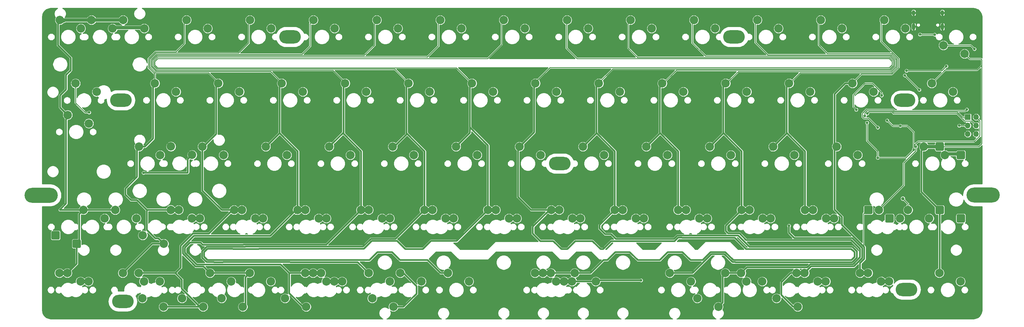
<source format=gbr>
G04 #@! TF.GenerationSoftware,KiCad,Pcbnew,(5.1.10)-1*
G04 #@! TF.CreationDate,2021-10-12T23:34:00+09:00*
G04 #@! TF.ProjectId,Joker60-NoArrows,4a6f6b65-7236-4302-9d4e-6f4172726f77,pre-Alpha*
G04 #@! TF.SameCoordinates,Original*
G04 #@! TF.FileFunction,Copper,L2,Bot*
G04 #@! TF.FilePolarity,Positive*
%FSLAX46Y46*%
G04 Gerber Fmt 4.6, Leading zero omitted, Abs format (unit mm)*
G04 Created by KiCad (PCBNEW (5.1.10)-1) date 2021-10-12 23:34:00*
%MOMM*%
%LPD*%
G01*
G04 APERTURE LIST*
G04 #@! TA.AperFunction,ComponentPad*
%ADD10C,2.540000*%
G04 #@! TD*
G04 #@! TA.AperFunction,ComponentPad*
%ADD11O,1.000000X2.100000*%
G04 #@! TD*
G04 #@! TA.AperFunction,ComponentPad*
%ADD12O,1.000000X1.600000*%
G04 #@! TD*
G04 #@! TA.AperFunction,ComponentPad*
%ADD13O,1.700000X1.700000*%
G04 #@! TD*
G04 #@! TA.AperFunction,ComponentPad*
%ADD14R,1.700000X1.700000*%
G04 #@! TD*
G04 #@! TA.AperFunction,ComponentPad*
%ADD15O,10.000000X4.500001*%
G04 #@! TD*
G04 #@! TA.AperFunction,ComponentPad*
%ADD16O,6.500000X4.000000*%
G04 #@! TD*
G04 #@! TA.AperFunction,ViaPad*
%ADD17C,0.800000*%
G04 #@! TD*
G04 #@! TA.AperFunction,ViaPad*
%ADD18C,1.000000*%
G04 #@! TD*
G04 #@! TA.AperFunction,Conductor*
%ADD19C,0.254000*%
G04 #@! TD*
G04 #@! TA.AperFunction,Conductor*
%ADD20C,0.250000*%
G04 #@! TD*
G04 #@! TA.AperFunction,Conductor*
%ADD21C,0.500000*%
G04 #@! TD*
G04 #@! TA.AperFunction,Conductor*
%ADD22C,1.000000*%
G04 #@! TD*
G04 #@! TA.AperFunction,NonConductor*
%ADD23C,0.254000*%
G04 #@! TD*
G04 APERTURE END LIST*
D10*
X176948050Y-124373285D03*
X183298050Y-126913285D03*
X153135450Y-86273125D03*
X159485450Y-88813125D03*
X157897970Y-124373285D03*
X164247970Y-126913285D03*
X215048210Y-124373285D03*
X221398210Y-126913285D03*
X210285690Y-86273125D03*
X216635690Y-88813125D03*
X291248530Y-124373285D03*
X297598530Y-126913285D03*
X105510250Y-105323205D03*
X111860250Y-107863205D03*
X281723750Y-143423365D03*
X288073750Y-145963365D03*
X92810170Y-88813125D03*
X86460170Y-86273125D03*
X143610410Y-105323205D03*
X149960410Y-107863205D03*
X238860810Y-105323205D03*
X245210810Y-107863205D03*
X172185530Y-86273125D03*
X178535530Y-88813125D03*
X134085370Y-86273125D03*
X140435370Y-88813125D03*
X276960970Y-105323205D03*
X283310970Y-107863205D03*
X234098290Y-124373285D03*
X240448290Y-126913285D03*
X181710570Y-105323205D03*
X188060570Y-107863205D03*
X119797810Y-124373285D03*
X126147810Y-126913285D03*
X205523750Y-143423365D03*
X211873750Y-145963365D03*
X167423750Y-143423365D03*
X173773750Y-145963365D03*
X191235610Y-86273125D03*
X197585610Y-88813125D03*
X219810730Y-105323205D03*
X226160730Y-107863205D03*
X200760650Y-105323205D03*
X207110650Y-107863205D03*
X115035290Y-86273125D03*
X121385290Y-88813125D03*
X253148370Y-124373285D03*
X259498370Y-126913285D03*
X229335770Y-86273125D03*
X235685770Y-88813125D03*
X138847890Y-124373285D03*
X145197890Y-126913285D03*
X162660490Y-105323205D03*
X169010490Y-107863205D03*
X315061130Y-105323205D03*
X321411130Y-107863205D03*
X262673750Y-143423365D03*
X269023750Y-145963365D03*
X257910890Y-105323205D03*
X264260890Y-107863205D03*
X186473750Y-143423365D03*
X192823750Y-145963365D03*
X95985210Y-86273125D03*
X102335210Y-88813125D03*
X248385850Y-86273125D03*
X254735850Y-88813125D03*
X310298610Y-124373285D03*
X316648610Y-126913285D03*
X272198450Y-124373285D03*
X278548450Y-126913285D03*
X124560330Y-105323205D03*
X130910330Y-107863205D03*
X100748750Y-124373125D03*
X107098750Y-126913125D03*
G04 #@! TA.AperFunction,ComponentPad*
G36*
G01*
X318553750Y-144312365D02*
X318553750Y-142534365D01*
G75*
G02*
X318934750Y-142153365I381000J0D01*
G01*
X320712750Y-142153365D01*
G75*
G02*
X321093750Y-142534365I0J-381000D01*
G01*
X321093750Y-144312365D01*
G75*
G02*
X320712750Y-144693365I-381000J0D01*
G01*
X318934750Y-144693365D01*
G75*
G02*
X318553750Y-144312365I0J381000D01*
G01*
G37*
G04 #@! TD.AperFunction*
G04 #@! TA.AperFunction,ComponentPad*
G36*
G01*
X327062750Y-147233365D02*
X325284750Y-147233365D01*
G75*
G02*
X324903750Y-146852365I0J381000D01*
G01*
X324903750Y-145074365D01*
G75*
G02*
X325284750Y-144693365I381000J0D01*
G01*
X327062750Y-144693365D01*
G75*
G02*
X327443750Y-145074365I0J-381000D01*
G01*
X327443750Y-146852365D01*
G75*
G02*
X327062750Y-147233365I-381000J0D01*
G01*
G37*
G04 #@! TD.AperFunction*
X129323750Y-143423365D03*
X135673750Y-145963365D03*
X108210000Y-153583125D03*
X101860000Y-151043125D03*
X296011050Y-105323205D03*
X302361050Y-107863205D03*
X286486010Y-86273125D03*
X292836010Y-88813125D03*
X267435930Y-86273125D03*
X273785930Y-88813125D03*
X305536090Y-86273125D03*
X311886090Y-88813125D03*
X265055000Y-143423125D03*
X271405000Y-145963125D03*
X284105000Y-143423125D03*
X290455000Y-145963125D03*
X148373750Y-143423125D03*
X154723750Y-145963125D03*
X303155000Y-143423125D03*
X309505000Y-145963125D03*
X131603750Y-143423125D03*
X137953750Y-145963125D03*
X188855000Y-143423125D03*
X195205000Y-145963125D03*
X207905000Y-143423125D03*
X214255000Y-145963125D03*
X246005000Y-143423125D03*
X252355000Y-145963125D03*
X300773750Y-143423125D03*
X307123750Y-145963125D03*
X85566250Y-164941250D03*
X79216250Y-162401250D03*
X169703750Y-143423125D03*
X176053750Y-145963125D03*
X93605000Y-143423125D03*
X99955000Y-145963125D03*
X116687250Y-126862325D03*
X110337250Y-124322325D03*
X150653750Y-143423125D03*
X157003750Y-145963125D03*
X125571250Y-170021250D03*
X131921250Y-172561250D03*
X90433810Y-145955505D03*
X84083810Y-143415505D03*
X237966250Y-164941250D03*
X231616250Y-162401250D03*
X199866250Y-164941250D03*
X193516250Y-162401250D03*
X281622500Y-162401250D03*
X287972500Y-164941250D03*
X292258750Y-170021250D03*
X298608750Y-172561250D03*
X268446250Y-170021250D03*
X274796250Y-172561250D03*
X88041130Y-107891065D03*
X81691130Y-105351065D03*
X99955000Y-145963125D03*
X93605000Y-143423125D03*
X323691250Y-164941250D03*
X317341250Y-162401250D03*
X157003750Y-164941250D03*
X150653750Y-162401250D03*
X110294070Y-143390105D03*
X116644070Y-145930105D03*
X144621250Y-170021250D03*
X150971250Y-172561250D03*
X176053750Y-164941250D03*
X169703750Y-162401250D03*
X276860000Y-162401250D03*
X283210000Y-164941250D03*
X304641250Y-164941250D03*
X298291250Y-162401250D03*
X95885000Y-162401250D03*
X102235000Y-164941250D03*
X230822500Y-164941250D03*
X224472500Y-162401250D03*
X128428750Y-164941250D03*
X122078750Y-162401250D03*
X120015000Y-172561250D03*
X113665000Y-170021250D03*
X108208990Y-153583365D03*
X101858990Y-151043365D03*
X100647500Y-162401250D03*
X106997500Y-164941250D03*
X101758750Y-170021250D03*
X108108750Y-172561250D03*
X226955000Y-143423125D03*
X233305000Y-145963125D03*
X85566250Y-164941250D03*
X79216250Y-162401250D03*
G04 #@! TA.AperFunction,ComponentPad*
G36*
G01*
X83285130Y-152694365D02*
X83285130Y-154472365D01*
G75*
G02*
X82904130Y-154853365I-381000J0D01*
G01*
X81126130Y-154853365D01*
G75*
G02*
X80745130Y-154472365I0J381000D01*
G01*
X80745130Y-152694365D01*
G75*
G02*
X81126130Y-152313365I381000J0D01*
G01*
X82904130Y-152313365D01*
G75*
G02*
X83285130Y-152694365I0J-381000D01*
G01*
G37*
G04 #@! TD.AperFunction*
G04 #@! TA.AperFunction,ComponentPad*
G36*
G01*
X74776130Y-149773365D02*
X76554130Y-149773365D01*
G75*
G02*
X76935130Y-150154365I0J-381000D01*
G01*
X76935130Y-151932365D01*
G75*
G02*
X76554130Y-152313365I-381000J0D01*
G01*
X74776130Y-152313365D01*
G75*
G02*
X74395130Y-151932365I0J381000D01*
G01*
X74395130Y-150154365D01*
G75*
G02*
X74776130Y-149773365I381000J0D01*
G01*
G37*
G04 #@! TD.AperFunction*
X224573750Y-143423365D03*
X230923750Y-145963365D03*
X243623750Y-143423365D03*
X249973750Y-145963365D03*
X76835000Y-162401250D03*
X83185000Y-164941250D03*
X79317500Y-114848125D03*
X85667500Y-117388125D03*
X195998130Y-124373285D03*
X202348130Y-126913285D03*
X76936250Y-86273125D03*
X83286250Y-88813125D03*
X177165000Y-172561250D03*
X170815000Y-170021250D03*
X120015000Y-172561250D03*
X113665000Y-170021250D03*
X266541250Y-164941250D03*
X260191250Y-162401250D03*
X319722500Y-162401250D03*
X326072500Y-164941250D03*
X133985000Y-162401250D03*
X140335000Y-164941250D03*
X226060000Y-164941250D03*
X219710000Y-162401250D03*
X76835000Y-162401250D03*
X83185000Y-164941250D03*
X300672500Y-162401250D03*
X307022500Y-164941250D03*
X112655000Y-143423125D03*
X119005000Y-145963125D03*
X95885000Y-162401250D03*
X102235000Y-164941250D03*
X228441250Y-164941250D03*
X222091250Y-162401250D03*
X155416250Y-162401250D03*
X161766250Y-164941250D03*
X133985000Y-162401250D03*
X140335000Y-164941250D03*
X319722500Y-162401250D03*
X326072500Y-164941250D03*
X153035000Y-162401250D03*
X159385000Y-164941250D03*
X179228750Y-162401250D03*
X185578750Y-164941250D03*
X342366600Y-93893125D03*
X348716600Y-96433125D03*
D11*
X342051100Y-88298760D03*
X333411100Y-88298760D03*
D12*
X342051100Y-84118760D03*
X333411100Y-84118760D03*
D13*
X352221800Y-120573800D03*
X349681800Y-120573800D03*
X352221800Y-118033800D03*
X349681800Y-118033800D03*
X352221800Y-115493800D03*
D14*
X349681800Y-115493800D03*
D15*
X71326250Y-138978325D03*
D16*
X227113250Y-129453285D03*
X95326250Y-110403205D03*
X331276250Y-167353125D03*
X279500970Y-91353125D03*
X95876250Y-170925335D03*
X146150410Y-91353125D03*
X330698060Y-110403205D03*
D15*
X354316250Y-138973125D03*
D10*
X347503750Y-164941250D03*
X341153750Y-162401250D03*
X338079950Y-145963365D03*
X331729950Y-143423365D03*
X322998750Y-143423125D03*
X329348750Y-145963125D03*
X341255000Y-143423365D03*
X347605000Y-145963365D03*
X324586170Y-86273125D03*
X330936170Y-88813125D03*
X338079950Y-145963365D03*
X331729950Y-143423365D03*
X342842506Y-126913093D03*
X336492506Y-124373093D03*
G04 #@! TA.AperFunction,ComponentPad*
G36*
G01*
X346334990Y-127802285D02*
X346334990Y-126024285D01*
G75*
G02*
X346715990Y-125643285I381000J0D01*
G01*
X348493990Y-125643285D01*
G75*
G02*
X348874990Y-126024285I0J-381000D01*
G01*
X348874990Y-127802285D01*
G75*
G02*
X348493990Y-128183285I-381000J0D01*
G01*
X346715990Y-128183285D01*
G75*
G02*
X346334990Y-127802285I0J381000D01*
G01*
G37*
G04 #@! TD.AperFunction*
G04 #@! TA.AperFunction,ComponentPad*
G36*
G01*
X339984990Y-125262285D02*
X339984990Y-123484285D01*
G75*
G02*
X340365990Y-123103285I381000J0D01*
G01*
X342143990Y-123103285D01*
G75*
G02*
X342524990Y-123484285I0J-381000D01*
G01*
X342524990Y-125262285D01*
G75*
G02*
X342143990Y-125643285I-381000J0D01*
G01*
X340365990Y-125643285D01*
G75*
G02*
X339984990Y-125262285I0J381000D01*
G01*
G37*
G04 #@! TD.AperFunction*
X345223730Y-107863205D03*
X338873730Y-105323205D03*
G04 #@! TA.AperFunction,ComponentPad*
G36*
G01*
X346335000Y-146852365D02*
X346335000Y-145074365D01*
G75*
G02*
X346716000Y-144693365I381000J0D01*
G01*
X348494000Y-144693365D01*
G75*
G02*
X348875000Y-145074365I0J-381000D01*
G01*
X348875000Y-146852365D01*
G75*
G02*
X348494000Y-147233365I-381000J0D01*
G01*
X346716000Y-147233365D01*
G75*
G02*
X346335000Y-146852365I0J381000D01*
G01*
G37*
G04 #@! TD.AperFunction*
G04 #@! TA.AperFunction,ComponentPad*
G36*
G01*
X339985000Y-144312365D02*
X339985000Y-142534365D01*
G75*
G02*
X340366000Y-142153365I381000J0D01*
G01*
X342144000Y-142153365D01*
G75*
G02*
X342525000Y-142534365I0J-381000D01*
G01*
X342525000Y-144312365D01*
G75*
G02*
X342144000Y-144693365I-381000J0D01*
G01*
X340366000Y-144693365D01*
G75*
G02*
X339985000Y-144312365I0J381000D01*
G01*
G37*
G04 #@! TD.AperFunction*
D17*
X334012540Y-154274520D03*
X338632800Y-98958400D03*
X294487600Y-113429585D03*
X332232000Y-115570000D03*
X326542400Y-114545610D03*
X320590400Y-126898400D03*
X308356000Y-113429585D03*
X199136000Y-113334800D03*
X290288980Y-153428700D03*
X329793600Y-131572000D03*
X268551660Y-153990040D03*
X237109000Y-113429585D03*
X312877200Y-117043200D03*
X311759600Y-113429585D03*
X318770000Y-119837200D03*
X329458320Y-152737820D03*
X317703200Y-118262400D03*
X141986000Y-113309400D03*
X160909000Y-113334800D03*
X180035200Y-113385600D03*
X218338400Y-113411000D03*
X255854200Y-113429585D03*
X274802600Y-113385600D03*
X341985600Y-98653600D03*
X339750400Y-90678000D03*
X335329100Y-90627200D03*
X351688400Y-94996000D03*
X334111600Y-124358400D03*
X295993470Y-148180545D03*
X318719200Y-115163600D03*
X319481200Y-114401600D03*
X323850000Y-108966000D03*
X316183930Y-113247925D03*
X85744970Y-114083585D03*
X251561600Y-164592000D03*
X102100380Y-132242560D03*
X335127600Y-107289600D03*
X330758800Y-102920800D03*
X333451200Y-125323600D03*
X325475600Y-116484400D03*
X329438000Y-118110000D03*
X319430400Y-117144800D03*
X322643798Y-127724200D03*
X349402400Y-113182400D03*
X322663561Y-118618000D03*
X347116400Y-118059200D03*
X331266800Y-101549200D03*
X343255600Y-100177600D03*
D18*
X330200000Y-140004800D03*
D19*
X334012540Y-154274520D02*
X332475840Y-152737820D01*
X311759600Y-115925600D02*
X311759600Y-115671600D01*
D20*
X326542400Y-114545610D02*
X326804790Y-114808000D01*
X320590400Y-126898400D02*
X320590400Y-129734800D01*
D19*
X312877200Y-117043200D02*
X311759600Y-115925600D01*
D20*
X331478390Y-114808000D02*
X332232000Y-115561610D01*
X326804790Y-114808000D02*
X331478390Y-114808000D01*
X318770000Y-119837200D02*
X318770000Y-119329200D01*
X320590400Y-129734800D02*
X322427600Y-131572000D01*
X332232000Y-115561610D02*
X332232000Y-115570000D01*
D19*
X311759600Y-115671600D02*
X311759600Y-113429585D01*
D20*
X322427600Y-131572000D02*
X329793600Y-131572000D01*
X318770000Y-119329200D02*
X317703200Y-118262400D01*
D19*
X332475840Y-152737820D02*
X329458320Y-152737820D01*
X341680800Y-98958400D02*
X341985600Y-98653600D01*
X338632800Y-98958400D02*
X341680800Y-98958400D01*
D20*
X335379900Y-90678000D02*
X335329100Y-90627200D01*
X339750400Y-90678000D02*
X335379900Y-90678000D01*
D19*
X350585525Y-93893125D02*
X342366600Y-93893125D01*
X351688400Y-94996000D02*
X350585525Y-93893125D01*
D20*
X330445601Y-129294161D02*
X334111600Y-125628162D01*
X334111600Y-125628162D02*
X334111600Y-124358400D01*
D21*
X318625248Y-158167848D02*
X317341250Y-159451846D01*
D20*
X330445601Y-135976274D02*
X330445601Y-129294161D01*
X322998750Y-143423125D02*
X330445601Y-135976274D01*
D21*
X317341250Y-159451846D02*
X317341250Y-162401250D01*
X318625249Y-154607124D02*
X318625249Y-154744449D01*
X318625249Y-154607124D02*
X318625248Y-158167848D01*
X312140250Y-148122125D02*
X318356062Y-154337938D01*
D19*
X319466235Y-143423365D02*
X318388651Y-144500949D01*
X318388651Y-144500949D02*
X318388651Y-154305349D01*
X318388651Y-154305349D02*
X318356062Y-154337938D01*
X319823750Y-143423365D02*
X319466235Y-143423365D01*
D21*
X311904463Y-145535563D02*
X309676250Y-143307350D01*
X310298610Y-124730765D02*
X309676250Y-125353125D01*
X309676250Y-108549125D02*
X312902250Y-105323125D01*
D19*
X328904300Y-100551769D02*
X326926934Y-102529135D01*
X317728240Y-102529135D02*
X315061250Y-105196125D01*
X309926250Y-124353125D02*
X310176250Y-124603125D01*
D21*
X319823750Y-143423365D02*
X319823750Y-143740625D01*
X311904463Y-147886337D02*
X312140250Y-148122125D01*
X317552990Y-162531545D02*
X317525050Y-162503605D01*
D19*
X328904300Y-97936780D02*
X328904300Y-100551769D01*
X323676250Y-92708731D02*
X328904300Y-97936780D01*
D21*
X314376570Y-106007805D02*
X315061250Y-105323125D01*
X310298610Y-124373285D02*
X310298610Y-124730765D01*
X309676250Y-140578125D02*
X309676250Y-141213125D01*
X309676250Y-128107125D02*
X309676250Y-133853125D01*
D19*
X324256250Y-86273125D02*
X323676250Y-86853125D01*
X326926934Y-102529135D02*
X320268260Y-102529135D01*
D21*
X318356062Y-154337938D02*
X318625249Y-154607124D01*
X319889790Y-162531545D02*
X317552990Y-162531545D01*
X312013250Y-147995125D02*
X312140250Y-148122125D01*
D19*
X320268260Y-102529135D02*
X319760240Y-102529135D01*
D21*
X309676250Y-133853125D02*
X309676250Y-140578125D01*
X309676250Y-128107125D02*
X309676250Y-108549125D01*
D19*
X323676250Y-86853125D02*
X323676250Y-92708731D01*
D21*
X309676250Y-125353125D02*
X309676250Y-128107125D01*
X311904463Y-147886337D02*
X311904463Y-145535563D01*
X309676250Y-140578125D02*
X309676250Y-143307350D01*
X312902250Y-105323125D02*
X315061250Y-105323125D01*
D19*
X315061250Y-105196125D02*
X315061250Y-105323125D01*
X320268260Y-102529135D02*
X317728240Y-102529135D01*
X324586170Y-86273125D02*
X324256250Y-86273125D01*
D21*
X293697849Y-169022787D02*
X293697849Y-165198600D01*
X293697849Y-165198600D02*
X296495199Y-162401250D01*
X298608750Y-172561250D02*
X297236312Y-172561250D01*
X297236312Y-172561250D02*
X293697849Y-169022787D01*
X296495199Y-162401250D02*
X298291250Y-162401250D01*
D19*
X305536090Y-86493285D02*
X304926250Y-87103125D01*
X297759750Y-103769625D02*
X297812250Y-103717125D01*
X326769115Y-102148125D02*
X299381250Y-102148125D01*
D21*
X300837250Y-125770125D02*
X300837250Y-143550125D01*
D19*
X328523290Y-98094599D02*
X328523290Y-100393950D01*
D21*
X295376250Y-120309125D02*
X300837250Y-125770125D01*
X300773570Y-143486805D02*
X300138750Y-144121625D01*
D19*
X304926250Y-93791125D02*
X307500110Y-96364985D01*
D21*
X315519824Y-160386546D02*
X302687204Y-160386546D01*
D19*
X305536090Y-86273125D02*
X305536090Y-86493285D01*
D21*
X295326490Y-107305365D02*
X295326490Y-106134885D01*
X295326490Y-106353125D02*
X295326490Y-107305365D01*
X317998239Y-154866840D02*
X317998239Y-157908131D01*
X297586050Y-151861005D02*
X295993470Y-150268425D01*
X300773750Y-143613625D02*
X300329250Y-144058125D01*
X295326490Y-106134885D02*
X296011250Y-105450125D01*
X295326490Y-107305365D02*
X295326490Y-120353125D01*
X295326490Y-120353125D02*
X291326490Y-124353125D01*
D19*
X326793676Y-96364985D02*
X328523290Y-98094599D01*
D21*
X291248530Y-124373285D02*
X291248530Y-124780845D01*
D19*
X307500110Y-96364985D02*
X326793676Y-96364985D01*
X328523290Y-100393950D02*
X326769115Y-102148125D01*
D21*
X317998239Y-154866840D02*
X314992404Y-151861005D01*
X314992404Y-151861005D02*
X297586050Y-151861005D01*
X295993470Y-150268425D02*
X295993470Y-148180545D01*
D19*
X304926250Y-87103125D02*
X304926250Y-93791125D01*
D21*
X302687204Y-160386546D02*
X300672500Y-162401250D01*
X300773750Y-143423125D02*
X300773750Y-143613625D01*
D19*
X296176250Y-105353125D02*
X297759750Y-103769625D01*
D21*
X300773570Y-143423365D02*
X300773570Y-143486805D01*
X317998239Y-157908131D02*
X315519824Y-160386546D01*
D19*
X299381250Y-102148125D02*
X297759750Y-103769625D01*
D21*
X300204790Y-143992085D02*
X300773750Y-143423125D01*
X291248530Y-124780845D02*
X290676250Y-125353125D01*
D19*
X285926250Y-87353125D02*
X286486010Y-86793365D01*
D21*
X277012400Y-149758400D02*
X277012400Y-148134715D01*
D19*
X286486010Y-86273125D02*
X286486010Y-86543365D01*
D21*
X281723750Y-143423365D02*
X281142090Y-144005025D01*
X281606010Y-143423365D02*
X281176250Y-143853125D01*
D19*
X326635857Y-96745995D02*
X289616120Y-96745995D01*
X326638339Y-101740073D02*
X328142280Y-100236131D01*
X286486010Y-86793365D02*
X286486010Y-86273125D01*
D21*
X276276410Y-106353125D02*
X276276410Y-120353125D01*
X284105000Y-143423125D02*
X281723990Y-143423125D01*
D19*
X276960970Y-105668565D02*
X276276410Y-106353125D01*
D21*
X283345890Y-160677860D02*
X281622500Y-162401250D01*
X276276410Y-120353125D02*
X272276410Y-124353125D01*
X274796250Y-172561250D02*
X276066249Y-171291251D01*
D19*
X328142280Y-98252418D02*
X326635857Y-96745995D01*
X328142280Y-100236131D02*
X328142280Y-98252418D01*
D21*
X276326250Y-120309125D02*
X281787250Y-125770125D01*
D19*
X286486010Y-86543365D02*
X286176250Y-86853125D01*
X278353750Y-104175625D02*
X280789302Y-101740073D01*
D21*
X281622500Y-162401250D02*
X276860000Y-162401250D01*
X317357410Y-157662234D02*
X315260108Y-159759536D01*
X277012400Y-148134715D02*
X281723750Y-143423365D01*
X283153400Y-152488015D02*
X314732688Y-152488015D01*
X281787250Y-125770125D02*
X281787250Y-143550125D01*
D19*
X278353750Y-104175625D02*
X277176250Y-105353125D01*
D21*
X281142090Y-150476705D02*
X277730705Y-150476705D01*
X314732688Y-152488015D02*
X317357410Y-155112737D01*
D19*
X285926250Y-93056125D02*
X285926250Y-87353125D01*
X278353750Y-104175625D02*
X279193260Y-103336115D01*
X289616120Y-96745995D02*
X285926250Y-93056125D01*
D21*
X276066249Y-171291251D02*
X276066249Y-163195001D01*
X276066249Y-163195001D02*
X276860000Y-162401250D01*
X315260108Y-159759536D02*
X302427487Y-159759537D01*
X301509164Y-160677860D02*
X283345890Y-160677860D01*
X302427487Y-159759537D02*
X301509164Y-160677860D01*
X277730705Y-150476705D02*
X277012400Y-149758400D01*
X317357410Y-155112737D02*
X317357410Y-157662234D01*
X281142090Y-150476705D02*
X283153400Y-152488015D01*
X281723990Y-143423125D02*
X281723750Y-143423365D01*
D19*
X280789302Y-101740073D02*
X326638339Y-101740073D01*
X278676250Y-103853125D02*
X278353750Y-104175625D01*
D21*
X257226330Y-106353125D02*
X257226330Y-120353125D01*
D19*
X269212250Y-95419125D02*
X268577250Y-94784125D01*
X270920130Y-97127005D02*
X269212250Y-95419125D01*
X258426250Y-105103125D02*
X260574270Y-102955105D01*
X326478038Y-97127005D02*
X327761270Y-98410237D01*
X327761270Y-98410237D02*
X327761270Y-100078312D01*
X257910890Y-105668565D02*
X257226330Y-106353125D01*
D22*
X262673990Y-143423125D02*
X262673750Y-143423365D01*
D19*
X267435930Y-86593445D02*
X267176250Y-86853125D01*
D21*
X257226330Y-120353125D02*
X253226330Y-124353125D01*
D19*
X262170312Y-101359063D02*
X260574270Y-102955105D01*
X327761270Y-100078312D02*
X326480520Y-101359063D01*
D21*
X257276250Y-120309125D02*
X262737250Y-125770125D01*
D19*
X269338599Y-95545474D02*
X269212250Y-95419125D01*
X271695370Y-97127005D02*
X326478038Y-97127005D01*
X266926250Y-93133125D02*
X266926250Y-87103125D01*
D22*
X265055000Y-143423125D02*
X262673990Y-143423125D01*
D19*
X326480520Y-101359063D02*
X262170312Y-101359063D01*
X266926250Y-87103125D02*
X267435930Y-86593445D01*
D21*
X262737250Y-125770125D02*
X262737250Y-143550125D01*
D19*
X271051130Y-97127005D02*
X271695370Y-97127005D01*
X271695370Y-97127005D02*
X270920130Y-97127005D01*
X268577250Y-94784125D02*
X266926250Y-93133125D01*
X267435930Y-86273125D02*
X267435930Y-86593445D01*
D21*
X261987301Y-162401250D02*
X260191250Y-162401250D01*
D19*
X243051322Y-100978053D02*
X241196750Y-102832625D01*
D21*
X267059750Y-162401250D02*
X261987301Y-162401250D01*
X242567184Y-150720784D02*
X244002921Y-152156521D01*
X239115600Y-149047200D02*
X240789184Y-150720784D01*
X238226250Y-120309125D02*
X243687250Y-125770125D01*
X279922780Y-159120380D02*
X279035897Y-159120381D01*
X243623750Y-143423365D02*
X239115600Y-147931515D01*
X262456988Y-151132909D02*
X264111001Y-151132909D01*
X284094387Y-154525523D02*
X289145523Y-154525523D01*
X261433377Y-152156521D02*
X262456988Y-151132909D01*
X316345953Y-155879307D02*
X316345952Y-157786966D01*
X289145523Y-154525523D02*
X289152637Y-154532637D01*
X279934927Y-159132527D02*
X279922780Y-159120380D01*
X264111001Y-151132909D02*
X264136401Y-151158309D01*
X289152637Y-154532637D02*
X314999283Y-154532637D01*
X272727615Y-156733385D02*
X267059750Y-162401250D01*
X314999283Y-154532637D02*
X316345953Y-155879307D01*
X279035897Y-159120381D02*
X276584179Y-156733385D01*
X276584179Y-156733385D02*
X272727615Y-156733385D01*
X264136401Y-151158309D02*
X280727173Y-151158309D01*
D19*
X241196750Y-102832625D02*
X241455280Y-102574095D01*
D21*
X240789184Y-150720784D02*
X242567184Y-150720784D01*
X239115600Y-147931515D02*
X239115600Y-149047200D01*
X315000391Y-159132527D02*
X279934927Y-159132527D01*
X243687250Y-125770125D02*
X243687250Y-143550125D01*
D19*
X239176250Y-104853125D02*
X241196750Y-102832625D01*
D21*
X244002921Y-152156521D02*
X261433377Y-152156521D01*
X280727173Y-151158309D02*
X284094387Y-154525523D01*
X316345952Y-157786966D02*
X315000391Y-159132527D01*
D19*
X238860810Y-105323205D02*
X238860810Y-105668565D01*
X234098290Y-124373285D02*
X233996410Y-124373285D01*
X327380260Y-98568056D02*
X327380260Y-99920494D01*
X326320219Y-97508015D02*
X327380260Y-98568056D01*
X247676250Y-92929125D02*
X247676250Y-94707125D01*
X308135140Y-97508015D02*
X308271360Y-97508015D01*
X250477140Y-97508015D02*
X308135140Y-97508015D01*
X327380260Y-99920494D02*
X326322701Y-100978053D01*
X247676250Y-92929125D02*
X247676250Y-87353125D01*
X247676250Y-93691125D02*
X247676250Y-92929125D01*
D21*
X238176250Y-120353125D02*
X234176250Y-124353125D01*
D19*
X233996410Y-124373285D02*
X233576250Y-123953125D01*
X247676250Y-94707125D02*
X250477140Y-97508015D01*
X247676250Y-87353125D02*
X248385850Y-86643525D01*
X248385850Y-86643525D02*
X248385850Y-86273125D01*
D21*
X238860810Y-105323205D02*
X238860810Y-106168565D01*
D19*
X238860810Y-105323205D02*
X238860810Y-105868565D01*
D21*
X238176250Y-106353125D02*
X238176250Y-120353125D01*
D19*
X326322701Y-100978053D02*
X243051322Y-100978053D01*
X238860810Y-105668565D02*
X238176250Y-106353125D01*
X308135140Y-97508015D02*
X326320219Y-97508015D01*
D21*
X263851285Y-151759920D02*
X262716704Y-151759920D01*
X283752355Y-155154054D02*
X283836049Y-155154098D01*
X283836049Y-155154098D02*
X283086006Y-155153700D01*
X283086006Y-155153700D02*
X279717626Y-151785320D01*
X263876685Y-151785320D02*
X263851285Y-151759920D01*
D19*
X323724330Y-100597045D02*
X324305170Y-100597045D01*
D21*
X315050624Y-155498357D02*
X314711914Y-155159647D01*
X315718943Y-156139023D02*
X315123483Y-155543563D01*
X227620465Y-155176215D02*
X225318254Y-152927661D01*
X214604250Y-125389125D02*
X214604250Y-139486125D01*
X279717626Y-151785320D02*
X263876685Y-151785320D01*
D22*
X224573990Y-143423125D02*
X224573750Y-143423365D01*
D21*
X262716704Y-151759920D02*
X261705529Y-152771095D01*
X239397075Y-155181015D02*
X237095118Y-152932709D01*
X279287204Y-158489954D02*
X276838994Y-156106375D01*
X279481443Y-158487356D02*
X279287204Y-158489954D01*
D19*
X324305170Y-100597045D02*
X224156330Y-100597045D01*
D21*
X293419442Y-158494642D02*
X279481443Y-158487356D01*
X259613489Y-156108400D02*
X257234809Y-158487080D01*
X243811634Y-156119075D02*
X241429179Y-158501530D01*
X219049600Y-148437600D02*
X224063835Y-143423365D01*
X240289530Y-158501530D02*
X236389810Y-162401250D01*
X266434804Y-158489954D02*
X263988674Y-156108400D01*
X240195385Y-155181015D02*
X239397075Y-155181015D01*
X221272473Y-152794074D02*
X219049600Y-150571200D01*
X225180250Y-152789948D02*
X221272473Y-152794074D01*
X314740675Y-158505517D02*
X293430317Y-158505517D01*
X293430317Y-158505517D02*
X293419442Y-158494642D01*
X231799675Y-152794956D02*
X229418416Y-155176215D01*
X250625268Y-158505680D02*
X250601667Y-158482079D01*
X236957364Y-152794955D02*
X231799675Y-152794956D01*
X237095118Y-152932709D02*
X236957364Y-152794955D01*
X315718943Y-156139023D02*
X315718943Y-157527249D01*
D19*
X229176250Y-94749125D02*
X229176250Y-94180125D01*
D21*
X222091250Y-162401250D02*
X219710000Y-162401250D01*
X224063835Y-143423365D02*
X224573750Y-143423365D01*
X261705529Y-152783531D02*
X242592869Y-152783531D01*
X263988674Y-156108400D02*
X259613489Y-156108400D01*
X236389810Y-162401250D02*
X231616250Y-162401250D01*
X272467914Y-156106375D02*
X270084320Y-158489954D01*
X231616250Y-162401250D02*
X224472500Y-162401250D01*
X283063148Y-155159647D02*
X283063029Y-155159765D01*
D19*
X222478250Y-102275125D02*
X222605250Y-102148125D01*
X219557250Y-105196125D02*
X222478250Y-102275125D01*
D21*
X276838994Y-156106375D02*
X272467914Y-156106375D01*
D19*
X224156330Y-100597045D02*
X222478250Y-102275125D01*
D21*
X241429179Y-158501530D02*
X240289530Y-158501530D01*
X315718943Y-157527249D02*
X314740675Y-158505517D01*
D19*
X326162400Y-97889025D02*
X232316150Y-97889025D01*
D21*
X229418416Y-155176215D02*
X227620465Y-155176215D01*
X214604250Y-139486125D02*
X218541250Y-143423125D01*
D19*
X326999250Y-99762676D02*
X326999250Y-98725875D01*
D21*
X250601667Y-158482079D02*
X248691467Y-156616400D01*
X224472500Y-162401250D02*
X222091250Y-162401250D01*
X314711914Y-155159647D02*
X283063148Y-155159647D01*
X215048210Y-124373285D02*
X215048210Y-124945165D01*
X219049600Y-150571200D02*
X219049600Y-148437600D01*
D22*
X226955000Y-143423125D02*
X224573990Y-143423125D01*
D21*
X248691462Y-156616400D02*
X248182274Y-156119075D01*
X224063210Y-143933905D02*
X224573750Y-143423365D01*
X242592869Y-152783531D02*
X240195385Y-155181015D01*
D19*
X324305170Y-100597045D02*
X326164881Y-100597045D01*
D21*
X248691467Y-156616400D02*
X248691462Y-156616400D01*
X315123483Y-155543563D02*
X315050624Y-155498357D01*
X257234809Y-158487080D02*
X250625268Y-158505680D01*
X270084320Y-158489954D02*
X266434804Y-158489954D01*
X215048210Y-124945165D02*
X214604250Y-125389125D01*
X248182274Y-156119075D02*
X243811634Y-156119075D01*
X218541250Y-143423125D02*
X224510250Y-143423125D01*
D19*
X326164881Y-100597045D02*
X326999250Y-99762676D01*
X326999250Y-98725875D02*
X326162400Y-97889025D01*
X229176250Y-94180125D02*
X229176250Y-86853125D01*
X232316150Y-97889025D02*
X229176250Y-94749125D01*
X229176250Y-94495125D02*
X229176250Y-94180125D01*
X229335770Y-86693605D02*
X229335770Y-86273125D01*
X229176250Y-86853125D02*
X229335770Y-86693605D01*
D21*
X219430250Y-105958125D02*
X219430250Y-120055125D01*
X219430250Y-120055125D02*
X214985250Y-124500125D01*
X219810730Y-105577645D02*
X219430250Y-105958125D01*
X219810730Y-105323205D02*
X219810730Y-105577645D01*
X136744157Y-155152642D02*
X121300890Y-155148602D01*
X170646457Y-152773371D02*
X168327428Y-155092400D01*
X168327428Y-155092400D02*
X136804400Y-155092400D01*
X170796597Y-152773371D02*
X170646457Y-152773371D01*
X170993065Y-152773635D02*
X170796597Y-152773371D01*
X180716374Y-155155105D02*
X178334904Y-152773635D01*
X178334904Y-152773635D02*
X170993065Y-152773635D01*
X123150185Y-158485015D02*
X123150245Y-158484956D01*
X179193899Y-158521113D02*
X187477113Y-158521113D01*
X120331967Y-157515252D02*
X121301730Y-158485015D01*
X172381754Y-156134315D02*
X176752395Y-156134315D01*
X170000310Y-158515574D02*
X170000495Y-158515574D01*
X136804400Y-155092400D02*
X136744157Y-155152642D01*
X176752395Y-156134315D02*
X179055057Y-158383310D01*
X123150245Y-158484956D02*
X170000180Y-158515703D01*
X205523750Y-143423365D02*
X196173480Y-152773635D01*
X200156730Y-118566685D02*
X200156730Y-120214685D01*
X121300890Y-155148602D02*
X120331967Y-156117525D01*
D19*
X210285690Y-86273125D02*
X210285690Y-86743685D01*
D21*
X179055057Y-158383310D02*
X179193899Y-158521113D01*
X200156730Y-118566685D02*
X200156730Y-105927125D01*
X121301730Y-158485015D02*
X123150185Y-158485015D01*
D19*
X196062250Y-100624125D02*
X200634250Y-105196125D01*
X106324068Y-100624125D02*
X196062250Y-100624125D01*
D21*
X195998130Y-124373285D02*
X195998130Y-124531245D01*
X170000180Y-158515703D02*
X170000310Y-158515574D01*
X191357250Y-162401250D02*
X193516250Y-162401250D01*
X187477113Y-158521113D02*
X191357250Y-162401250D01*
X200156730Y-105927125D02*
X200760650Y-105323205D01*
D19*
X105499861Y-98686151D02*
X105499861Y-99799918D01*
D22*
X205523990Y-143423125D02*
X205523750Y-143423365D01*
D21*
X200156730Y-120214685D02*
X195998130Y-124373285D01*
X200760650Y-105831725D02*
X200253250Y-106339125D01*
D19*
X210285690Y-86743685D02*
X209676250Y-87353125D01*
X106355887Y-97830125D02*
X105499861Y-98686151D01*
X205460250Y-97830125D02*
X106355887Y-97830125D01*
D21*
X205523170Y-143423365D02*
X205523170Y-143756205D01*
X195998130Y-124531245D02*
X195426250Y-125103125D01*
X204581170Y-143423365D02*
X205523750Y-143423365D01*
X186030371Y-155160765D02*
X180716374Y-155155105D01*
D22*
X207905000Y-143423125D02*
X205523990Y-143423125D01*
D21*
X205587250Y-143550125D02*
X205587250Y-123997205D01*
D19*
X105499861Y-99799918D02*
X106324068Y-100624125D01*
X209676250Y-93614125D02*
X205460250Y-97830125D01*
X209676250Y-87353125D02*
X209676250Y-93614125D01*
D21*
X205587250Y-123997205D02*
X200156730Y-118566685D01*
X188424197Y-152773371D02*
X186030371Y-155160765D01*
X188620665Y-152773635D02*
X188424197Y-152773371D01*
X196173480Y-152773635D02*
X188620665Y-152773635D01*
X120331967Y-156117525D02*
X120331967Y-157515252D01*
X170000495Y-158515574D02*
X172381754Y-156134315D01*
X179228750Y-162401250D02*
X180197684Y-162401250D01*
X180197684Y-172561250D02*
X177165000Y-172561250D01*
X166442878Y-159140378D02*
X169703750Y-162401250D01*
X180197684Y-162401250D02*
X184139651Y-166343217D01*
X126026547Y-159113854D02*
X166442878Y-159140378D01*
X123284961Y-159156400D02*
X125984000Y-159156400D01*
X184139651Y-168619283D02*
X180197684Y-172561250D01*
X184139651Y-166343217D02*
X184139651Y-168619283D01*
X125984000Y-159156400D02*
X126026547Y-159113854D01*
X121042014Y-159112025D02*
X123240586Y-159112025D01*
X123240586Y-159112025D02*
X123284961Y-159156400D01*
X119704958Y-157774969D02*
X121042014Y-159112025D01*
D19*
X187210369Y-97360224D02*
X106286960Y-97360224D01*
D21*
X170386740Y-152146362D02*
X168067712Y-154465390D01*
D19*
X187299260Y-97449115D02*
X187210369Y-97360224D01*
X105118851Y-99957737D02*
X106166249Y-101005135D01*
X177520260Y-101005135D02*
X181965250Y-105450125D01*
D21*
X181076250Y-120690125D02*
X177012250Y-124754125D01*
X168067712Y-154465390D02*
X132707010Y-154465390D01*
X132707010Y-154465390D02*
X132647839Y-154524560D01*
X186473750Y-143423365D02*
X177750490Y-152146625D01*
D19*
X105118851Y-98528332D02*
X105118851Y-99957737D01*
X190676250Y-91580659D02*
X190676250Y-94072125D01*
X190676250Y-91580659D02*
X190676250Y-87353125D01*
D21*
X177750490Y-152146625D02*
X177750227Y-152146362D01*
D19*
X106286960Y-97360224D02*
X105118851Y-98528332D01*
D22*
X186473990Y-143423125D02*
X186473750Y-143423365D01*
D19*
X190676250Y-94072125D02*
X187299260Y-97449115D01*
X191235610Y-86793765D02*
X191235610Y-86273125D01*
D21*
X181076250Y-106085125D02*
X181076250Y-120690125D01*
X176906090Y-124373285D02*
X176426250Y-124853125D01*
D19*
X190676250Y-87353125D02*
X191235610Y-86793765D01*
D21*
X181710570Y-105323205D02*
X181710570Y-105450805D01*
X132647839Y-154524560D02*
X132644872Y-154521593D01*
X132644872Y-154521593D02*
X121041173Y-154521593D01*
X121041173Y-154521593D02*
X119704957Y-155857809D01*
X119704957Y-155857809D02*
X119704958Y-157774969D01*
X177750227Y-152146362D02*
X170386740Y-152146362D01*
X176948050Y-124373285D02*
X176906090Y-124373285D01*
X181076250Y-120309125D02*
X186537250Y-125770125D01*
X186537250Y-125770125D02*
X186537250Y-143550125D01*
D22*
X188855000Y-143423125D02*
X186473990Y-143423125D01*
D21*
X181710570Y-105450805D02*
X181076250Y-106085125D01*
D19*
X106166249Y-101005135D02*
X177520260Y-101005135D01*
D21*
X132165620Y-153838380D02*
X132109417Y-153894583D01*
X157008735Y-153838380D02*
X132165620Y-153838380D01*
X150971250Y-172561250D02*
X150002316Y-172561250D01*
X167423750Y-143423365D02*
X157008735Y-153838380D01*
X145891250Y-168450184D02*
X145891250Y-162401250D01*
X150002316Y-172561250D02*
X145891250Y-168450184D01*
X157897970Y-124691405D02*
X157327250Y-125262125D01*
X157906090Y-124373285D02*
X158886750Y-123392625D01*
D19*
X162176250Y-107713125D02*
X162176250Y-115353125D01*
D21*
X119909383Y-153894583D02*
X119278400Y-153263600D01*
X119278400Y-153263600D02*
X116078000Y-153263600D01*
X118056515Y-159814115D02*
X143304115Y-159814115D01*
X116078000Y-153263600D02*
X114554000Y-154787600D01*
D22*
X167423990Y-143423125D02*
X167423750Y-143423365D01*
D21*
X143304115Y-159814115D02*
X145891250Y-162401250D01*
D19*
X168338161Y-96979214D02*
X106129141Y-96979214D01*
X104737841Y-98370513D02*
X104737841Y-100115556D01*
X171551250Y-93512125D02*
X171551250Y-87035125D01*
D21*
X150653750Y-162401250D02*
X145891250Y-162401250D01*
D19*
X171551250Y-93766125D02*
X168338161Y-96979214D01*
D21*
X162176250Y-107459125D02*
X162176250Y-107713125D01*
X162660490Y-105704885D02*
X162176250Y-106189125D01*
D19*
X162176250Y-115353125D02*
X162176250Y-120103125D01*
X106008430Y-101386145D02*
X158978270Y-101386145D01*
D21*
X162660490Y-105323205D02*
X162660490Y-105704885D01*
X157897970Y-124373285D02*
X157897970Y-124691405D01*
D19*
X158886750Y-123392625D02*
X157926250Y-124353125D01*
X104737841Y-100115556D02*
X106008430Y-101386145D01*
D21*
X162176250Y-106189125D02*
X162176250Y-107459125D01*
D19*
X172185530Y-86400845D02*
X172185530Y-86273125D01*
D21*
X157897970Y-124373285D02*
X157906090Y-124373285D01*
X162176250Y-120103125D02*
X158886750Y-123392625D01*
X162026250Y-120309125D02*
X167487250Y-125770125D01*
X132109417Y-153894583D02*
X119909383Y-153894583D01*
X114554000Y-156311600D02*
X118056515Y-159814115D01*
X114554000Y-154787600D02*
X114554000Y-156311600D01*
D22*
X169805000Y-143423125D02*
X167423990Y-143423125D01*
D21*
X167487250Y-125770125D02*
X167487250Y-143550125D01*
D19*
X162788250Y-105196125D02*
X162915250Y-105196125D01*
X158978270Y-101386145D02*
X162788250Y-105196125D01*
X171551250Y-93512125D02*
X171551250Y-93766125D01*
X106129141Y-96979214D02*
X104737841Y-98370513D01*
X171551250Y-87035125D02*
X172185530Y-86400845D01*
D21*
X162176250Y-107459125D02*
X162176250Y-120103125D01*
D19*
X152119451Y-87289124D02*
X152119451Y-94147924D01*
D21*
X138847890Y-124691485D02*
X138531250Y-125008125D01*
X132715001Y-171767499D02*
X131921250Y-172561250D01*
X133985000Y-162401250D02*
X132715001Y-163671249D01*
X148373750Y-143867625D02*
X147802250Y-144439125D01*
X148437250Y-125770125D02*
X148437250Y-143550125D01*
X138847890Y-124373285D02*
X138847890Y-124691485D01*
X122078750Y-162401250D02*
X133985000Y-162401250D01*
D19*
X104356831Y-100273375D02*
X105850611Y-101767155D01*
X153135450Y-86400925D02*
X153135450Y-86273125D01*
D21*
X140167875Y-151170125D02*
X117284749Y-151170125D01*
X120118625Y-160441125D02*
X122078750Y-162401250D01*
D22*
X151053450Y-143423125D02*
X148373750Y-143423125D01*
D21*
X148373750Y-143423365D02*
X148373750Y-143867625D01*
X113926991Y-156571317D02*
X117796799Y-160441125D01*
D19*
X149669171Y-96598204D02*
X105971322Y-96598204D01*
D21*
X139928250Y-123357125D02*
X138912250Y-124373125D01*
X143610410Y-105704965D02*
X142976250Y-106339125D01*
D19*
X152119451Y-94147924D02*
X149669171Y-96598204D01*
X152374250Y-87162125D02*
X153135450Y-86400925D01*
D21*
X148372930Y-143423365D02*
X148372930Y-143906445D01*
D19*
X105850611Y-101767155D02*
X140309280Y-101767155D01*
X104356831Y-98212694D02*
X104356831Y-100273375D01*
D21*
X148373750Y-143423125D02*
X147914875Y-143423125D01*
D19*
X140309280Y-101767155D02*
X143738250Y-105196125D01*
D21*
X113926990Y-154527884D02*
X113926991Y-156571317D01*
X142976250Y-106339125D02*
X142976250Y-120309125D01*
X142976250Y-120309125D02*
X139928250Y-123357125D01*
X143610410Y-105323205D02*
X143610410Y-105704965D01*
X132715001Y-163671249D02*
X132715001Y-171767499D01*
X117284749Y-151170125D02*
X113926990Y-154527884D01*
X147914875Y-143423125D02*
X140167875Y-151170125D01*
X117796799Y-160441125D02*
X120118625Y-160441125D01*
X142976250Y-120309125D02*
X148437250Y-125770125D01*
D19*
X105971322Y-96598204D02*
X104356831Y-98212694D01*
X153135450Y-86273125D02*
X152119451Y-87289124D01*
D21*
X113284000Y-160750250D02*
X113284000Y-154178000D01*
X116918885Y-150543115D02*
X121744885Y-150543115D01*
D19*
X133705250Y-86781125D02*
X133705250Y-93131125D01*
D21*
X123926250Y-120563125D02*
X119735250Y-124754125D01*
X119797810Y-124373285D02*
X119797810Y-137628610D01*
D19*
X103975821Y-100431193D02*
X105692792Y-102148165D01*
D21*
X113622901Y-164391151D02*
X113622901Y-167138085D01*
X119046066Y-172561250D02*
X120015000Y-172561250D01*
X113284000Y-154178000D02*
X116918885Y-150543115D01*
X119797810Y-124373285D02*
X119797810Y-124564565D01*
D19*
X103975821Y-98054875D02*
X103975821Y-100431193D01*
D21*
X103028750Y-162401250D02*
X100647500Y-162401250D01*
X119797810Y-124564565D02*
X119354250Y-125008125D01*
X123926250Y-106339125D02*
X123926250Y-120563125D01*
X113622901Y-167138085D02*
X119046066Y-172561250D01*
X121744885Y-150543115D02*
X128864635Y-143423365D01*
X103028750Y-162401250D02*
X111633000Y-162401250D01*
X111633000Y-162401250D02*
X113284000Y-160750250D01*
D19*
X133705250Y-93131125D02*
X130619181Y-96217194D01*
X130619181Y-96217194D02*
X105813503Y-96217194D01*
X134085370Y-86401005D02*
X133705250Y-86781125D01*
X105692792Y-102148165D02*
X121640290Y-102148165D01*
D21*
X125592565Y-143423365D02*
X129323750Y-143423365D01*
D22*
X131705000Y-143423125D02*
X129323990Y-143423125D01*
D19*
X134085370Y-86273125D02*
X134085370Y-86401005D01*
D21*
X129322850Y-143423365D02*
X129322850Y-143956525D01*
D22*
X129323990Y-143423125D02*
X129323750Y-143423365D01*
D21*
X124560330Y-105323205D02*
X124560330Y-105705045D01*
D19*
X121640290Y-102148165D02*
X124942250Y-105450125D01*
X105813503Y-96217194D02*
X103975821Y-98054875D01*
D21*
X124560330Y-105705045D02*
X123926250Y-106339125D01*
X128864635Y-143423365D02*
X129323750Y-143423365D01*
D19*
X134085370Y-86273125D02*
X134085370Y-86655005D01*
D21*
X119797810Y-137628610D02*
X125592565Y-143423365D01*
X108108750Y-172561250D02*
X120015000Y-172561250D01*
X111633000Y-162401250D02*
X113622901Y-164391151D01*
D20*
X346562770Y-113995200D02*
X348061370Y-115493800D01*
X327507600Y-113995200D02*
X346562770Y-113995200D01*
X348061370Y-115493800D02*
X349681800Y-115493800D01*
D21*
X103162250Y-143390105D02*
X103128990Y-143423365D01*
D19*
X105510250Y-102504452D02*
X103594811Y-100589013D01*
D21*
X105510250Y-105451125D02*
X105003250Y-105958125D01*
D19*
X105510250Y-105323205D02*
X105638170Y-105323205D01*
D21*
X106624837Y-151997962D02*
X105654654Y-151997962D01*
X105654654Y-151997962D02*
X103128990Y-149472299D01*
X104703125Y-153583125D02*
X108210000Y-153583125D01*
X102544801Y-124373125D02*
X100748750Y-124373125D01*
X100177250Y-140471625D02*
X98356050Y-140471625D01*
X105003250Y-120768865D02*
X105003250Y-121914676D01*
D19*
X103594811Y-97897056D02*
X105655684Y-95836184D01*
D21*
X100177250Y-133473945D02*
X96694910Y-136956285D01*
X103128990Y-149472299D02*
X103128990Y-143423365D01*
D20*
X318719200Y-115163600D02*
X318719200Y-114198638D01*
X318719200Y-114198638D02*
X319401248Y-113516590D01*
X327028990Y-113516590D02*
X327507600Y-113995200D01*
D21*
X96694910Y-138810485D02*
X96694910Y-136956285D01*
X105003250Y-121914676D02*
X102544801Y-124373125D01*
X100748750Y-124690625D02*
X100304250Y-125135125D01*
X105510250Y-105323205D02*
X105510250Y-105451125D01*
X98356050Y-140471625D02*
X96694910Y-138810485D01*
X103128990Y-143423365D02*
X103128990Y-143900385D01*
X100748750Y-124373125D02*
X100748750Y-124690625D01*
X105003250Y-120055125D02*
X105003250Y-120768865D01*
X105003250Y-114213125D02*
X105003250Y-120055125D01*
D19*
X105655684Y-95836184D02*
X111823191Y-95836184D01*
X103594811Y-100000564D02*
X103594811Y-97897056D01*
X103594811Y-100589013D02*
X103594811Y-100000564D01*
D21*
X105003250Y-114213125D02*
X105003250Y-115229125D01*
X100177250Y-125135125D02*
X100177250Y-133473945D01*
X105003250Y-105958125D02*
X105003250Y-114213125D01*
X108210000Y-153583125D02*
X106624837Y-151997962D01*
X95885000Y-162401250D02*
X104703125Y-153583125D01*
D20*
X319401248Y-113516590D02*
X327028990Y-113516590D01*
D19*
X105510250Y-105323205D02*
X105510250Y-102504452D01*
D21*
X100177250Y-140471625D02*
X103128990Y-143423365D01*
X110294070Y-143390105D02*
X103162250Y-143390105D01*
D19*
X111823191Y-95836184D02*
X114401250Y-93258125D01*
X114401250Y-93258125D02*
X114401250Y-88686125D01*
D21*
X105510250Y-105323205D02*
X105510250Y-105959125D01*
D19*
X114401250Y-86781125D02*
X114782250Y-86400125D01*
X114401250Y-88051125D02*
X114401250Y-88686125D01*
X114401250Y-88686125D02*
X114401250Y-86781125D01*
D20*
X348721998Y-116687600D02*
X350875600Y-116687600D01*
X350875600Y-116687600D02*
X352221800Y-118033800D01*
X346435998Y-114401600D02*
X348721998Y-116687600D01*
X327363352Y-114401600D02*
X346435998Y-114401600D01*
D21*
X82813811Y-144685504D02*
X82813811Y-152784684D01*
X84083810Y-143415505D02*
X82813811Y-144685504D01*
D22*
X78094651Y-86519126D02*
X76936250Y-86519126D01*
D20*
X319481200Y-114401600D02*
X319989200Y-113893600D01*
X326288409Y-113893609D02*
X326855361Y-113893609D01*
D21*
X82813811Y-152784684D02*
X82015130Y-153583365D01*
D20*
X319989200Y-113893600D02*
X326288400Y-113893600D01*
D22*
X86460170Y-86273125D02*
X78340652Y-86273125D01*
D20*
X326288400Y-113893600D02*
X326288409Y-113893609D01*
X326855361Y-113893609D02*
X327363352Y-114401600D01*
D22*
X78340652Y-86273125D02*
X78094651Y-86519126D01*
D21*
X82015130Y-153583365D02*
X82015130Y-159602370D01*
X82015130Y-159602370D02*
X79216250Y-162401250D01*
X78841250Y-141517245D02*
X76935130Y-143423365D01*
X76428250Y-161994500D02*
X76835000Y-162401250D01*
X93605000Y-143423125D02*
X84091430Y-143423125D01*
X84091430Y-143423125D02*
X84083810Y-143415505D01*
X78841250Y-107157005D02*
X78841250Y-102783125D01*
X77048010Y-112578635D02*
X77048010Y-108950245D01*
X77048010Y-108950245D02*
X78841250Y-107157005D01*
X78841250Y-102783125D02*
X80238250Y-101386125D01*
D22*
X86460170Y-86273125D02*
X88096250Y-86273125D01*
D21*
X76426250Y-86783125D02*
X76936250Y-86273125D01*
X84083810Y-143415505D02*
X76942990Y-143415505D01*
X79317500Y-114848125D02*
X77048010Y-112578635D01*
X76426250Y-93853125D02*
X76426250Y-86783125D01*
X80238250Y-97665125D02*
X76426250Y-93853125D01*
X80238250Y-101386125D02*
X80238250Y-97665125D01*
X78841250Y-117642125D02*
X78841250Y-141517245D01*
X79317500Y-114848125D02*
X79317500Y-115641875D01*
X79317500Y-114848125D02*
X79317500Y-114625875D01*
X78841250Y-116118125D02*
X78841250Y-117642125D01*
D22*
X88096250Y-86273125D02*
X96376250Y-86273125D01*
D21*
X79317500Y-115641875D02*
X78841250Y-116118125D01*
X76942990Y-143415505D02*
X76935130Y-143423365D01*
D22*
X93316250Y-88813125D02*
X93576250Y-88553125D01*
X93576250Y-88553125D02*
X102276250Y-88553125D01*
X92810170Y-88813125D02*
X93316250Y-88813125D01*
X347604990Y-126913285D02*
X347604990Y-126817865D01*
X347604990Y-126817865D02*
X347319250Y-126532125D01*
X347319250Y-126532125D02*
X342874250Y-126532125D01*
D19*
X318799166Y-105345985D02*
X321049670Y-105345985D01*
X315353229Y-112417224D02*
X315353229Y-108791922D01*
X316183930Y-113247925D02*
X315353229Y-112417224D01*
X323850000Y-108146315D02*
X323850000Y-108966000D01*
X315353229Y-108791922D02*
X318799166Y-105345985D01*
X321049670Y-105345985D02*
X323850000Y-108146315D01*
X81691130Y-105351065D02*
X81691130Y-111217959D01*
X84556756Y-114083585D02*
X85744970Y-114083585D01*
X81691130Y-111217959D02*
X84556756Y-114083585D01*
D21*
X288073990Y-145963125D02*
X288073750Y-145963365D01*
X290455000Y-145963125D02*
X288073990Y-145963125D01*
X271405000Y-145963125D02*
X269023990Y-145963125D01*
X269023990Y-145963125D02*
X269023750Y-145963365D01*
X249973990Y-145963125D02*
X249973750Y-145963365D01*
X252355000Y-145963125D02*
X249973990Y-145963125D01*
X230923990Y-145963125D02*
X230923750Y-145963365D01*
X233305000Y-145963125D02*
X230923990Y-145963125D01*
X214255000Y-145963125D02*
X211873990Y-145963125D01*
X211873990Y-145963125D02*
X211873750Y-145963365D01*
X323875050Y-163870125D02*
X323875050Y-165043605D01*
X238315500Y-164592000D02*
X237966250Y-164941250D01*
X226060000Y-164941250D02*
X228441250Y-164941250D01*
X251561600Y-164592000D02*
X238315500Y-164592000D01*
X230822500Y-164941250D02*
X237966250Y-164941250D01*
X116687250Y-126862325D02*
X115417251Y-128132324D01*
X115417251Y-132094724D02*
X115269415Y-132242560D01*
X115417251Y-128132324D02*
X115417251Y-132094724D01*
X115269415Y-132242560D02*
X102100380Y-132242560D01*
D20*
X330758800Y-102920800D02*
X335127600Y-107289600D01*
D19*
X161543238Y-164941250D02*
X161654744Y-164829744D01*
X159385000Y-164941250D02*
X161543238Y-164941250D01*
D20*
X331520800Y-118110000D02*
X333451200Y-120040400D01*
X333451200Y-125323600D02*
X331050600Y-127724200D01*
X333451200Y-125323600D02*
X333451200Y-120040400D01*
X333451200Y-124053838D02*
X333451200Y-125323600D01*
X334653946Y-122851092D02*
X333451200Y-124053838D01*
X351575470Y-122851092D02*
X334653946Y-122851092D01*
X353323801Y-116595801D02*
X353323801Y-121102761D01*
X353323801Y-121102761D02*
X351575470Y-122851092D01*
X352221800Y-115493800D02*
X353323801Y-116595801D01*
X322643798Y-127724200D02*
X322643798Y-125844598D01*
X331050600Y-127724200D02*
X322643798Y-127724200D01*
X319430400Y-122631200D02*
X319430400Y-117144800D01*
X322643798Y-125844598D02*
X319430400Y-122631200D01*
X329438000Y-118110000D02*
X327101200Y-118110000D01*
X329438000Y-118110000D02*
X331520800Y-118110000D01*
X327101200Y-118110000D02*
X325475600Y-116484400D01*
X348966610Y-113618190D02*
X349402400Y-113182400D01*
X327689390Y-113618190D02*
X348966610Y-113618190D01*
X319861162Y-115815601D02*
X318406239Y-115815601D01*
X318067199Y-114317467D02*
X319245086Y-113139580D01*
X319245086Y-113139580D02*
X327185153Y-113139581D01*
X327485781Y-113414581D02*
X327689390Y-113618190D01*
X327185153Y-113139581D02*
X327460153Y-113414581D01*
X327460153Y-113414581D02*
X327485781Y-113414581D01*
X322663561Y-118618000D02*
X319861162Y-115815601D01*
X318067199Y-115476561D02*
X318067199Y-114317467D01*
X318406239Y-115815601D02*
X318067199Y-115476561D01*
X331266800Y-101549200D02*
X341884000Y-101549200D01*
X349656400Y-118059200D02*
X349681800Y-118033800D01*
X347116400Y-118059200D02*
X349656400Y-118059200D01*
X341884000Y-101549200D02*
X343255600Y-100177600D01*
D22*
X341254990Y-124373285D02*
X336376250Y-124373285D01*
X336376250Y-124373285D02*
X336376250Y-124553125D01*
D19*
X341254990Y-124373285D02*
X346557410Y-124373285D01*
X346557410Y-124373285D02*
X348196410Y-124373285D01*
X352994250Y-124373125D02*
X353776250Y-123591125D01*
X346557570Y-124373125D02*
X352994250Y-124373125D01*
X346557410Y-124373285D02*
X346557570Y-124373125D01*
X353923250Y-123444125D02*
X352994250Y-124373125D01*
D21*
X336492470Y-124373285D02*
X336492470Y-124912905D01*
X336492470Y-124912905D02*
X335762250Y-125643125D01*
X335762250Y-131993125D02*
X335762250Y-137962125D01*
X335762250Y-125643125D02*
X335762250Y-131993125D01*
X335762250Y-137962125D02*
X341223250Y-143423125D01*
X341255000Y-148598375D02*
X341255000Y-162600125D01*
X341255000Y-148598375D02*
X341255000Y-148852375D01*
X341255000Y-143423365D02*
X341255000Y-148598375D01*
D19*
X331729950Y-143423365D02*
X331729950Y-141534750D01*
X331729950Y-141534750D02*
X330200000Y-140004800D01*
D20*
X342901735Y-101295200D02*
X338873730Y-105323205D01*
X344982800Y-101295200D02*
X342901735Y-101295200D01*
D19*
X344982800Y-101295200D02*
X352501200Y-101295200D01*
X353923250Y-99873150D02*
X353923250Y-99516850D01*
X352501200Y-101295200D02*
X353923250Y-99873150D01*
X353923250Y-99516850D02*
X353923250Y-123444125D01*
X348716600Y-96433125D02*
X350225875Y-97942400D01*
X353923250Y-98246850D02*
X353923250Y-98704050D01*
X353618800Y-97942400D02*
X353923250Y-98246850D01*
X350225875Y-97942400D02*
X353618800Y-97942400D01*
X353923250Y-98704050D02*
X353923250Y-99516850D01*
X76207940Y-82769973D02*
X75912569Y-82967333D01*
X75661378Y-83218524D01*
X75464018Y-83513895D01*
X75328074Y-83842093D01*
X75258770Y-84190506D01*
X75258770Y-84545744D01*
X75328074Y-84894157D01*
X75464018Y-85222355D01*
X75619461Y-85454992D01*
X75563189Y-85539209D01*
X75446392Y-85821182D01*
X75386850Y-86120522D01*
X75386850Y-86425728D01*
X75446392Y-86725068D01*
X75563189Y-87007041D01*
X75732752Y-87260810D01*
X75896851Y-87424909D01*
X75896850Y-93827132D01*
X75894290Y-93853125D01*
X75896850Y-93879118D01*
X75896850Y-93879127D01*
X75904510Y-93956904D01*
X75934782Y-94056697D01*
X75983941Y-94148667D01*
X76050097Y-94229278D01*
X76070296Y-94245855D01*
X79708851Y-97884411D01*
X79708850Y-101166841D01*
X78485291Y-102390400D01*
X78465098Y-102406972D01*
X78448526Y-102427165D01*
X78448521Y-102427170D01*
X78398941Y-102487583D01*
X78349782Y-102579553D01*
X78333429Y-102633463D01*
X78319511Y-102679345D01*
X78314486Y-102730370D01*
X78309290Y-102783125D01*
X78311851Y-102809128D01*
X78311850Y-106937721D01*
X76692051Y-108557520D01*
X76671858Y-108574092D01*
X76655286Y-108594285D01*
X76655281Y-108594290D01*
X76605701Y-108654703D01*
X76556542Y-108746673D01*
X76535454Y-108816194D01*
X76526817Y-108844667D01*
X76526271Y-108846466D01*
X76516050Y-108950245D01*
X76518611Y-108976248D01*
X76518610Y-112552642D01*
X76516050Y-112578635D01*
X76518610Y-112604628D01*
X76518610Y-112604637D01*
X76526270Y-112682414D01*
X76556542Y-112782207D01*
X76605701Y-112874177D01*
X76671857Y-112954788D01*
X76692056Y-112971365D01*
X77912356Y-114191665D01*
X77827642Y-114396182D01*
X77768100Y-114695522D01*
X77768100Y-115000728D01*
X77827642Y-115300068D01*
X77944439Y-115582041D01*
X78114002Y-115835810D01*
X78317092Y-116038900D01*
X78311850Y-116092123D01*
X78311850Y-116092132D01*
X78309290Y-116118125D01*
X78311850Y-116144118D01*
X78311851Y-117616113D01*
X78311850Y-117616123D01*
X78311851Y-141297959D01*
X76587036Y-143022775D01*
X76566837Y-143039352D01*
X76550260Y-143059551D01*
X76542401Y-143067410D01*
X76492821Y-143127823D01*
X76443662Y-143219793D01*
X76413391Y-143319586D01*
X76403170Y-143423365D01*
X76413391Y-143527144D01*
X76443662Y-143626937D01*
X76492821Y-143718907D01*
X76558977Y-143799518D01*
X76639588Y-143865674D01*
X76731558Y-143914833D01*
X76831351Y-143945104D01*
X76935130Y-143955325D01*
X77038909Y-143945104D01*
X77039565Y-143944905D01*
X82626036Y-143944905D01*
X82678666Y-144071965D01*
X82457857Y-144292774D01*
X82437658Y-144309351D01*
X82371502Y-144389962D01*
X82322343Y-144481932D01*
X82292071Y-144581725D01*
X82284411Y-144659502D01*
X82284411Y-144659511D01*
X82281851Y-144685504D01*
X82284411Y-144711497D01*
X82284411Y-147637621D01*
X82264334Y-147617544D01*
X82079208Y-147493846D01*
X81873506Y-147408642D01*
X81655135Y-147365205D01*
X81448712Y-147365205D01*
X81240918Y-147054220D01*
X80924275Y-146737577D01*
X80551942Y-146488792D01*
X80138227Y-146317426D01*
X79699031Y-146230065D01*
X79251229Y-146230065D01*
X78812033Y-146317426D01*
X78398318Y-146488792D01*
X78025985Y-146737577D01*
X77709342Y-147054220D01*
X77460557Y-147426553D01*
X77289191Y-147840268D01*
X77201830Y-148279464D01*
X77201830Y-148727266D01*
X77289191Y-149166462D01*
X77460557Y-149580177D01*
X77709342Y-149952510D01*
X78025985Y-150269153D01*
X78398318Y-150517938D01*
X78812033Y-150689304D01*
X79251229Y-150776665D01*
X79699031Y-150776665D01*
X80138227Y-150689304D01*
X80551942Y-150517938D01*
X80924275Y-150269153D01*
X81240918Y-149952510D01*
X81459215Y-149625805D01*
X81655135Y-149625805D01*
X81873506Y-149582368D01*
X82079208Y-149497164D01*
X82264334Y-149373466D01*
X82284412Y-149353388D01*
X82284412Y-152032614D01*
X81126130Y-152032614D01*
X80997029Y-152045329D01*
X80872889Y-152082987D01*
X80758481Y-152144139D01*
X80658201Y-152226436D01*
X80575904Y-152326716D01*
X80514752Y-152441124D01*
X80477094Y-152565264D01*
X80464379Y-152694365D01*
X80464379Y-154472365D01*
X80477094Y-154601466D01*
X80514752Y-154725606D01*
X80575904Y-154840014D01*
X80658201Y-154940294D01*
X80758481Y-155022591D01*
X80872889Y-155083743D01*
X80997029Y-155121401D01*
X81126130Y-155134116D01*
X81485730Y-155134116D01*
X81485731Y-159383084D01*
X79872710Y-160996106D01*
X79668193Y-160911392D01*
X79368853Y-160851850D01*
X79063647Y-160851850D01*
X78764307Y-160911392D01*
X78482334Y-161028189D01*
X78228565Y-161197752D01*
X78025625Y-161400692D01*
X77822685Y-161197752D01*
X77568916Y-161028189D01*
X77286943Y-160911392D01*
X76987603Y-160851850D01*
X76682397Y-160851850D01*
X76383057Y-160911392D01*
X76101084Y-161028189D01*
X75847315Y-161197752D01*
X75631502Y-161413565D01*
X75461939Y-161667334D01*
X75345142Y-161949307D01*
X75285600Y-162248647D01*
X75285600Y-162553853D01*
X75345142Y-162853193D01*
X75461939Y-163135166D01*
X75631502Y-163388935D01*
X75847315Y-163604748D01*
X76101084Y-163774311D01*
X76383057Y-163891108D01*
X76682397Y-163950650D01*
X76987603Y-163950650D01*
X77286943Y-163891108D01*
X77568916Y-163774311D01*
X77822685Y-163604748D01*
X78025625Y-163401808D01*
X78228565Y-163604748D01*
X78482334Y-163774311D01*
X78764307Y-163891108D01*
X79063647Y-163950650D01*
X79368853Y-163950650D01*
X79668193Y-163891108D01*
X79950166Y-163774311D01*
X80203935Y-163604748D01*
X80419748Y-163388935D01*
X80589311Y-163135166D01*
X80706108Y-162853193D01*
X80765650Y-162553853D01*
X80765650Y-162248647D01*
X80706108Y-161949307D01*
X80621394Y-161744790D01*
X82371090Y-159995095D01*
X82391283Y-159978523D01*
X82407855Y-159958330D01*
X82407859Y-159958326D01*
X82457439Y-159897913D01*
X82506598Y-159805943D01*
X82520675Y-159759536D01*
X82536870Y-159706150D01*
X82544530Y-159628373D01*
X82544530Y-159628364D01*
X82547090Y-159602371D01*
X82544530Y-159576378D01*
X82544530Y-156187078D01*
X82608848Y-156342355D01*
X82806208Y-156637726D01*
X83057399Y-156888917D01*
X83352770Y-157086277D01*
X83680968Y-157222221D01*
X84029381Y-157291525D01*
X84384619Y-157291525D01*
X84733032Y-157222221D01*
X85061230Y-157086277D01*
X85356601Y-156888917D01*
X85607792Y-156637726D01*
X85805152Y-156342355D01*
X85941096Y-156014157D01*
X86010400Y-155665744D01*
X86010400Y-155310506D01*
X91928600Y-155310506D01*
X91928600Y-155665744D01*
X91997904Y-156014157D01*
X92133848Y-156342355D01*
X92331208Y-156637726D01*
X92582399Y-156888917D01*
X92877770Y-157086277D01*
X93205968Y-157222221D01*
X93554381Y-157291525D01*
X93909619Y-157291525D01*
X94258032Y-157222221D01*
X94586230Y-157086277D01*
X94881601Y-156888917D01*
X95132792Y-156637726D01*
X95330152Y-156342355D01*
X95466096Y-156014157D01*
X95535400Y-155665744D01*
X95535400Y-155310506D01*
X95466096Y-154962093D01*
X95330152Y-154633895D01*
X95132792Y-154338524D01*
X94881601Y-154087333D01*
X94586230Y-153889973D01*
X94258032Y-153754029D01*
X93909619Y-153684725D01*
X93554381Y-153684725D01*
X93205968Y-153754029D01*
X92877770Y-153889973D01*
X92582399Y-154087333D01*
X92331208Y-154338524D01*
X92133848Y-154633895D01*
X91997904Y-154962093D01*
X91928600Y-155310506D01*
X86010400Y-155310506D01*
X85941096Y-154962093D01*
X85805152Y-154633895D01*
X85607792Y-154338524D01*
X85356601Y-154087333D01*
X85061230Y-153889973D01*
X84733032Y-153754029D01*
X84384619Y-153684725D01*
X84029381Y-153684725D01*
X83680968Y-153754029D01*
X83565881Y-153801700D01*
X83565881Y-152694365D01*
X83553166Y-152565264D01*
X83515508Y-152441124D01*
X83454356Y-152326716D01*
X83372059Y-152226436D01*
X83343211Y-152202761D01*
X83343211Y-148392040D01*
X83424830Y-148392040D01*
X83424830Y-148614690D01*
X83468267Y-148833061D01*
X83553471Y-149038763D01*
X83677169Y-149223889D01*
X83834606Y-149381326D01*
X84019732Y-149505024D01*
X84225434Y-149590228D01*
X84443805Y-149633665D01*
X84650228Y-149633665D01*
X84858022Y-149944650D01*
X85174665Y-150261293D01*
X85546998Y-150510078D01*
X85960713Y-150681444D01*
X86399909Y-150768805D01*
X86847711Y-150768805D01*
X87286907Y-150681444D01*
X87700622Y-150510078D01*
X88072955Y-150261293D01*
X88389598Y-149944650D01*
X88638383Y-149572317D01*
X88809749Y-149158602D01*
X88897110Y-148719406D01*
X88897110Y-148271604D01*
X88809749Y-147832408D01*
X88638383Y-147418693D01*
X88389598Y-147046360D01*
X88072955Y-146729717D01*
X87700622Y-146480932D01*
X87286907Y-146309566D01*
X86847711Y-146222205D01*
X86399909Y-146222205D01*
X85960713Y-146309566D01*
X85546998Y-146480932D01*
X85174665Y-146729717D01*
X84858022Y-147046360D01*
X84639725Y-147373065D01*
X84443805Y-147373065D01*
X84225434Y-147416502D01*
X84019732Y-147501706D01*
X83834606Y-147625404D01*
X83677169Y-147782841D01*
X83553471Y-147967967D01*
X83468267Y-148173669D01*
X83424830Y-148392040D01*
X83343211Y-148392040D01*
X83343211Y-145802902D01*
X88884410Y-145802902D01*
X88884410Y-146108108D01*
X88943952Y-146407448D01*
X89060749Y-146689421D01*
X89230312Y-146943190D01*
X89446125Y-147159003D01*
X89699894Y-147328566D01*
X89981867Y-147445363D01*
X90281207Y-147504905D01*
X90524455Y-147504905D01*
X90344476Y-147625164D01*
X90187039Y-147782601D01*
X90063341Y-147967727D01*
X89978137Y-148173429D01*
X89934700Y-148391800D01*
X89934700Y-148614450D01*
X89978137Y-148832821D01*
X90063341Y-149038523D01*
X90187039Y-149223649D01*
X90344476Y-149381086D01*
X90529602Y-149504784D01*
X90735304Y-149589988D01*
X90953675Y-149633425D01*
X91176325Y-149633425D01*
X91394696Y-149589988D01*
X91400447Y-149587606D01*
X91592485Y-149625805D01*
X91815135Y-149625805D01*
X92033506Y-149582368D01*
X92239208Y-149497164D01*
X92424334Y-149373466D01*
X92581771Y-149216029D01*
X92705469Y-149030903D01*
X92790673Y-148825201D01*
X92834110Y-148606830D01*
X92834110Y-148384180D01*
X92813233Y-148279224D01*
X93871700Y-148279224D01*
X93871700Y-148727026D01*
X93959061Y-149166222D01*
X94130427Y-149579937D01*
X94379212Y-149952270D01*
X94695855Y-150268913D01*
X95068188Y-150517698D01*
X95481903Y-150689064D01*
X95921099Y-150776425D01*
X96368901Y-150776425D01*
X96808097Y-150689064D01*
X97221812Y-150517698D01*
X97594145Y-150268913D01*
X97910788Y-149952270D01*
X98159573Y-149579937D01*
X98330939Y-149166222D01*
X98418300Y-148727026D01*
X98418300Y-148279224D01*
X98330939Y-147840028D01*
X98159573Y-147426313D01*
X97910788Y-147053980D01*
X97594145Y-146737337D01*
X97221812Y-146488552D01*
X96808097Y-146317186D01*
X96368901Y-146229825D01*
X95921099Y-146229825D01*
X95481903Y-146317186D01*
X95068188Y-146488552D01*
X94695855Y-146737337D01*
X94379212Y-147053980D01*
X94130427Y-147426313D01*
X93959061Y-147840028D01*
X93871700Y-148279224D01*
X92813233Y-148279224D01*
X92790673Y-148165809D01*
X92705469Y-147960107D01*
X92581771Y-147774981D01*
X92424334Y-147617544D01*
X92239208Y-147493846D01*
X92033506Y-147408642D01*
X91815135Y-147365205D01*
X91592485Y-147365205D01*
X91374114Y-147408642D01*
X91368363Y-147411024D01*
X91176325Y-147372825D01*
X91060875Y-147372825D01*
X91167726Y-147328566D01*
X91421495Y-147159003D01*
X91637308Y-146943190D01*
X91806871Y-146689421D01*
X91923668Y-146407448D01*
X91983210Y-146108108D01*
X91983210Y-145802902D01*
X91923668Y-145503562D01*
X91806871Y-145221589D01*
X91637308Y-144967820D01*
X91421495Y-144752007D01*
X91167726Y-144582444D01*
X90885753Y-144465647D01*
X90586413Y-144406105D01*
X90281207Y-144406105D01*
X89981867Y-144465647D01*
X89699894Y-144582444D01*
X89446125Y-144752007D01*
X89230312Y-144967820D01*
X89060749Y-145221589D01*
X88943952Y-145503562D01*
X88884410Y-145802902D01*
X83343211Y-145802902D01*
X83343211Y-144904788D01*
X83427350Y-144820649D01*
X83631867Y-144905363D01*
X83931207Y-144964905D01*
X84236413Y-144964905D01*
X84535753Y-144905363D01*
X84817726Y-144788566D01*
X85071495Y-144619003D01*
X85287308Y-144403190D01*
X85456871Y-144149421D01*
X85538428Y-143952525D01*
X92147226Y-143952525D01*
X92231939Y-144157041D01*
X92401502Y-144410810D01*
X92617315Y-144626623D01*
X92871084Y-144796186D01*
X93153057Y-144912983D01*
X93452397Y-144972525D01*
X93757603Y-144972525D01*
X94056943Y-144912983D01*
X94338916Y-144796186D01*
X94592685Y-144626623D01*
X94808498Y-144410810D01*
X94978061Y-144157041D01*
X95094858Y-143875068D01*
X95154400Y-143575728D01*
X95154400Y-143270522D01*
X95094858Y-142971182D01*
X94978061Y-142689209D01*
X94808498Y-142435440D01*
X94686443Y-142313385D01*
X94808812Y-142262698D01*
X95181145Y-142013913D01*
X95497788Y-141697270D01*
X95746573Y-141324937D01*
X95917939Y-140911222D01*
X96005300Y-140472026D01*
X96005300Y-140024224D01*
X95917939Y-139585028D01*
X95746573Y-139171313D01*
X95497788Y-138798980D01*
X95181145Y-138482337D01*
X94808812Y-138233552D01*
X94395097Y-138062186D01*
X93955901Y-137974825D01*
X93508099Y-137974825D01*
X93068903Y-138062186D01*
X92655188Y-138233552D01*
X92282855Y-138482337D01*
X91966212Y-138798980D01*
X91717427Y-139171313D01*
X91546061Y-139585028D01*
X91458700Y-140024224D01*
X91458700Y-140472026D01*
X91546061Y-140911222D01*
X91717427Y-141324937D01*
X91966212Y-141697270D01*
X92282855Y-142013913D01*
X92606666Y-142230276D01*
X92401502Y-142435440D01*
X92231939Y-142689209D01*
X92147226Y-142893725D01*
X85544741Y-142893725D01*
X85456871Y-142681589D01*
X85287308Y-142427820D01*
X85169525Y-142310037D01*
X85283812Y-142262698D01*
X85656145Y-142013913D01*
X85972788Y-141697270D01*
X86221573Y-141324937D01*
X86392939Y-140911222D01*
X86480300Y-140472026D01*
X86480300Y-140024224D01*
X86392939Y-139585028D01*
X86221573Y-139171313D01*
X85972788Y-138798980D01*
X85656145Y-138482337D01*
X85283812Y-138233552D01*
X84870097Y-138062186D01*
X84430901Y-137974825D01*
X83983099Y-137974825D01*
X83543903Y-138062186D01*
X83130188Y-138233552D01*
X82757855Y-138482337D01*
X82441212Y-138798980D01*
X82192427Y-139171313D01*
X82021061Y-139585028D01*
X81933700Y-140024224D01*
X81933700Y-140472026D01*
X82021061Y-140911222D01*
X82192427Y-141324937D01*
X82441212Y-141697270D01*
X82757855Y-142013913D01*
X83079382Y-142228750D01*
X82880312Y-142427820D01*
X82710749Y-142681589D01*
X82626036Y-142886105D01*
X78221074Y-142886105D01*
X79197210Y-141909970D01*
X79217403Y-141893398D01*
X79233975Y-141873205D01*
X79233979Y-141873201D01*
X79283559Y-141812788D01*
X79332718Y-141720818D01*
X79341756Y-141691024D01*
X79362990Y-141621025D01*
X79370650Y-141543248D01*
X79370650Y-141543238D01*
X79373210Y-141517245D01*
X79370650Y-141491252D01*
X79370650Y-131642224D01*
X87839200Y-131642224D01*
X87839200Y-132090026D01*
X87926561Y-132529222D01*
X88097927Y-132942937D01*
X88346712Y-133315270D01*
X88663355Y-133631913D01*
X89035688Y-133880698D01*
X89449403Y-134052064D01*
X89888599Y-134139425D01*
X90336401Y-134139425D01*
X90775597Y-134052064D01*
X91189312Y-133880698D01*
X91561645Y-133631913D01*
X91878288Y-133315270D01*
X92127073Y-132942937D01*
X92298439Y-132529222D01*
X92385800Y-132090026D01*
X92385800Y-131642224D01*
X92298439Y-131203028D01*
X92127073Y-130789313D01*
X91878288Y-130416980D01*
X91561645Y-130100337D01*
X91189312Y-129851552D01*
X90775597Y-129680186D01*
X90336401Y-129592825D01*
X89888599Y-129592825D01*
X89449403Y-129680186D01*
X89035688Y-129851552D01*
X88663355Y-130100337D01*
X88346712Y-130416980D01*
X88097927Y-130789313D01*
X87926561Y-131203028D01*
X87839200Y-131642224D01*
X79370650Y-131642224D01*
X79370650Y-129341800D01*
X97078450Y-129341800D01*
X97078450Y-129564450D01*
X97121887Y-129782821D01*
X97207091Y-129988523D01*
X97330789Y-130173649D01*
X97488226Y-130331086D01*
X97673352Y-130454784D01*
X97879054Y-130539988D01*
X98097425Y-130583425D01*
X98320075Y-130583425D01*
X98538446Y-130539988D01*
X98744148Y-130454784D01*
X98929274Y-130331086D01*
X99086711Y-130173649D01*
X99210409Y-129988523D01*
X99295613Y-129782821D01*
X99339050Y-129564450D01*
X99339050Y-129341800D01*
X99295613Y-129123429D01*
X99210409Y-128917727D01*
X99086711Y-128732601D01*
X98929274Y-128575164D01*
X98744148Y-128451466D01*
X98538446Y-128366262D01*
X98320075Y-128322825D01*
X98097425Y-128322825D01*
X97879054Y-128366262D01*
X97673352Y-128451466D01*
X97488226Y-128575164D01*
X97330789Y-128732601D01*
X97207091Y-128917727D01*
X97121887Y-129123429D01*
X97078450Y-129341800D01*
X79370650Y-129341800D01*
X79370650Y-119704224D01*
X79584200Y-119704224D01*
X79584200Y-120152026D01*
X79671561Y-120591222D01*
X79842927Y-121004937D01*
X80091712Y-121377270D01*
X80408355Y-121693913D01*
X80780688Y-121942698D01*
X81194403Y-122114064D01*
X81633599Y-122201425D01*
X82081401Y-122201425D01*
X82520597Y-122114064D01*
X82934312Y-121942698D01*
X83306645Y-121693913D01*
X83623288Y-121377270D01*
X83872073Y-121004937D01*
X84043439Y-120591222D01*
X84130800Y-120152026D01*
X84130800Y-119816800D01*
X85807200Y-119816800D01*
X85807200Y-120039450D01*
X85850637Y-120257821D01*
X85935841Y-120463523D01*
X86059539Y-120648649D01*
X86216976Y-120806086D01*
X86402102Y-120929784D01*
X86607804Y-121014988D01*
X86826175Y-121058425D01*
X87048825Y-121058425D01*
X87267196Y-121014988D01*
X87472898Y-120929784D01*
X87658024Y-120806086D01*
X87815461Y-120648649D01*
X87939159Y-120463523D01*
X88024363Y-120257821D01*
X88067800Y-120039450D01*
X88067800Y-119816800D01*
X88024363Y-119598429D01*
X87939159Y-119392727D01*
X87815461Y-119207601D01*
X87658024Y-119050164D01*
X87472898Y-118926466D01*
X87267196Y-118841262D01*
X87048825Y-118797825D01*
X86826175Y-118797825D01*
X86607804Y-118841262D01*
X86402102Y-118926466D01*
X86216976Y-119050164D01*
X86059539Y-119207601D01*
X85935841Y-119392727D01*
X85850637Y-119598429D01*
X85807200Y-119816800D01*
X84130800Y-119816800D01*
X84130800Y-119704224D01*
X84043439Y-119265028D01*
X83872073Y-118851313D01*
X83623288Y-118478980D01*
X83306645Y-118162337D01*
X82934312Y-117913552D01*
X82520597Y-117742186D01*
X82081401Y-117654825D01*
X81633599Y-117654825D01*
X81194403Y-117742186D01*
X80780688Y-117913552D01*
X80408355Y-118162337D01*
X80091712Y-118478980D01*
X79842927Y-118851313D01*
X79671561Y-119265028D01*
X79584200Y-119704224D01*
X79370650Y-119704224D01*
X79370650Y-117235522D01*
X84118100Y-117235522D01*
X84118100Y-117540728D01*
X84177642Y-117840068D01*
X84294439Y-118122041D01*
X84464002Y-118375810D01*
X84679815Y-118591623D01*
X84933584Y-118761186D01*
X85215557Y-118877983D01*
X85514897Y-118937525D01*
X85820103Y-118937525D01*
X86119443Y-118877983D01*
X86401416Y-118761186D01*
X86655185Y-118591623D01*
X86870998Y-118375810D01*
X87040561Y-118122041D01*
X87157358Y-117840068D01*
X87216900Y-117540728D01*
X87216900Y-117235522D01*
X87157358Y-116936182D01*
X87040561Y-116654209D01*
X86870998Y-116400440D01*
X86655185Y-116184627D01*
X86401416Y-116015064D01*
X86119443Y-115898267D01*
X85820103Y-115838725D01*
X85514897Y-115838725D01*
X85215557Y-115898267D01*
X84933584Y-116015064D01*
X84679815Y-116184627D01*
X84464002Y-116400440D01*
X84294439Y-116654209D01*
X84177642Y-116936182D01*
X84118100Y-117235522D01*
X79370650Y-117235522D01*
X79370650Y-116397525D01*
X79470103Y-116397525D01*
X79769443Y-116337983D01*
X80051416Y-116221186D01*
X80305185Y-116051623D01*
X80520998Y-115835810D01*
X80690561Y-115582041D01*
X80807358Y-115300068D01*
X80866900Y-115000728D01*
X80866900Y-114695522D01*
X80807358Y-114396182D01*
X80690561Y-114114209D01*
X80520998Y-113860440D01*
X80305185Y-113644627D01*
X80051416Y-113475064D01*
X79769443Y-113358267D01*
X79470103Y-113298725D01*
X79164897Y-113298725D01*
X78865557Y-113358267D01*
X78661040Y-113442981D01*
X77577410Y-112359351D01*
X77577410Y-110319740D01*
X78020830Y-110319740D01*
X78020830Y-110542390D01*
X78064267Y-110760761D01*
X78149471Y-110966463D01*
X78273169Y-111151589D01*
X78430606Y-111309026D01*
X78615732Y-111432724D01*
X78821434Y-111517928D01*
X79039805Y-111561365D01*
X79262455Y-111561365D01*
X79480826Y-111517928D01*
X79686528Y-111432724D01*
X79871654Y-111309026D01*
X80029091Y-111151589D01*
X80152789Y-110966463D01*
X80237993Y-110760761D01*
X80281430Y-110542390D01*
X80281430Y-110319740D01*
X80237993Y-110101369D01*
X80152789Y-109895667D01*
X80029091Y-109710541D01*
X79871654Y-109553104D01*
X79686528Y-109429406D01*
X79480826Y-109344202D01*
X79262455Y-109300765D01*
X79039805Y-109300765D01*
X78821434Y-109344202D01*
X78615732Y-109429406D01*
X78430606Y-109553104D01*
X78273169Y-109710541D01*
X78149471Y-109895667D01*
X78064267Y-110101369D01*
X78020830Y-110319740D01*
X77577410Y-110319740D01*
X77577410Y-109169529D01*
X79197204Y-107549735D01*
X79217403Y-107533158D01*
X79255900Y-107486250D01*
X79283559Y-107452548D01*
X79300682Y-107420512D01*
X79332718Y-107360578D01*
X79362990Y-107260785D01*
X79370650Y-107183008D01*
X79370650Y-107182999D01*
X79373210Y-107157006D01*
X79370650Y-107131013D01*
X79370650Y-105198462D01*
X80141730Y-105198462D01*
X80141730Y-105503668D01*
X80201272Y-105803008D01*
X80318069Y-106084981D01*
X80487632Y-106338750D01*
X80703445Y-106554563D01*
X80957214Y-106724126D01*
X81239187Y-106840923D01*
X81284730Y-106849982D01*
X81284731Y-111197996D01*
X81282765Y-111217959D01*
X81290611Y-111297627D01*
X81313849Y-111374233D01*
X81313850Y-111374234D01*
X81351587Y-111444835D01*
X81368679Y-111465661D01*
X81389648Y-111491213D01*
X81389654Y-111491219D01*
X81402373Y-111506717D01*
X81417871Y-111519436D01*
X84255274Y-114356839D01*
X84267998Y-114372343D01*
X84329880Y-114423129D01*
X84400481Y-114460866D01*
X84459258Y-114478695D01*
X84477087Y-114484104D01*
X84485091Y-114484892D01*
X84536796Y-114489985D01*
X84536802Y-114489985D01*
X84556755Y-114491950D01*
X84576708Y-114489985D01*
X85199411Y-114489985D01*
X85217246Y-114516677D01*
X85311878Y-114611309D01*
X85423154Y-114685661D01*
X85546796Y-114736876D01*
X85678055Y-114762985D01*
X85811885Y-114762985D01*
X85943144Y-114736876D01*
X86066786Y-114685661D01*
X86178062Y-114611309D01*
X86272694Y-114516677D01*
X86347046Y-114405401D01*
X86398261Y-114281759D01*
X86424370Y-114150500D01*
X86424370Y-114016670D01*
X86398261Y-113885411D01*
X86347046Y-113761769D01*
X86272694Y-113650493D01*
X86178062Y-113555861D01*
X86066786Y-113481509D01*
X85943144Y-113430294D01*
X85811885Y-113404185D01*
X85678055Y-113404185D01*
X85546796Y-113430294D01*
X85423154Y-113481509D01*
X85311878Y-113555861D01*
X85217246Y-113650493D01*
X85199411Y-113677185D01*
X84725092Y-113677185D01*
X83688966Y-112641059D01*
X84007229Y-112704365D01*
X84455031Y-112704365D01*
X84894227Y-112617004D01*
X85307942Y-112445638D01*
X85680275Y-112196853D01*
X85996918Y-111880210D01*
X86245703Y-111507877D01*
X86417069Y-111094162D01*
X86504430Y-110654966D01*
X86504430Y-110207164D01*
X86417069Y-109767968D01*
X86245703Y-109354253D01*
X85996918Y-108981920D01*
X85680275Y-108665277D01*
X85307942Y-108416492D01*
X84894227Y-108245126D01*
X84455031Y-108157765D01*
X84007229Y-108157765D01*
X83568033Y-108245126D01*
X83154318Y-108416492D01*
X82781985Y-108665277D01*
X82465342Y-108981920D01*
X82216557Y-109354253D01*
X82097530Y-109641610D01*
X82097530Y-107738462D01*
X86491730Y-107738462D01*
X86491730Y-108043668D01*
X86551272Y-108343008D01*
X86668069Y-108624981D01*
X86837632Y-108878750D01*
X87053445Y-109094563D01*
X87307214Y-109264126D01*
X87589187Y-109380923D01*
X87888527Y-109440465D01*
X88193733Y-109440465D01*
X88329470Y-109413465D01*
X88346712Y-109439270D01*
X88525576Y-109618134D01*
X88433169Y-109710541D01*
X88309471Y-109895667D01*
X88224267Y-110101369D01*
X88180830Y-110319740D01*
X88180830Y-110542390D01*
X88224267Y-110760761D01*
X88309471Y-110966463D01*
X88433169Y-111151589D01*
X88590606Y-111309026D01*
X88775732Y-111432724D01*
X88981434Y-111517928D01*
X89199805Y-111561365D01*
X89422455Y-111561365D01*
X89640826Y-111517928D01*
X89846528Y-111432724D01*
X90031654Y-111309026D01*
X90189091Y-111151589D01*
X90312789Y-110966463D01*
X90397993Y-110760761D01*
X90441430Y-110542390D01*
X90441430Y-110319740D01*
X90426657Y-110245472D01*
X90775597Y-110176064D01*
X90947424Y-110104891D01*
X90918043Y-110403205D01*
X90978727Y-111019341D01*
X91158447Y-111611798D01*
X91450297Y-112157811D01*
X91843060Y-112636395D01*
X92321644Y-113029158D01*
X92867657Y-113321008D01*
X93460114Y-113500728D01*
X93921850Y-113546205D01*
X96730650Y-113546205D01*
X97192386Y-113500728D01*
X97784843Y-113321008D01*
X98330856Y-113029158D01*
X98809440Y-112636395D01*
X99202203Y-112157811D01*
X99494053Y-111611798D01*
X99673773Y-111019341D01*
X99734457Y-110403205D01*
X99723493Y-110291880D01*
X101839950Y-110291880D01*
X101839950Y-110514530D01*
X101883387Y-110732901D01*
X101968591Y-110938603D01*
X102092289Y-111123729D01*
X102249726Y-111281166D01*
X102434852Y-111404864D01*
X102640554Y-111490068D01*
X102858925Y-111533505D01*
X103081575Y-111533505D01*
X103299946Y-111490068D01*
X103505648Y-111404864D01*
X103690774Y-111281166D01*
X103848211Y-111123729D01*
X103971909Y-110938603D01*
X104057113Y-110732901D01*
X104100550Y-110514530D01*
X104100550Y-110291880D01*
X104057113Y-110073509D01*
X103971909Y-109867807D01*
X103848211Y-109682681D01*
X103690774Y-109525244D01*
X103505648Y-109401546D01*
X103299946Y-109316342D01*
X103081575Y-109272905D01*
X102858925Y-109272905D01*
X102640554Y-109316342D01*
X102434852Y-109401546D01*
X102249726Y-109525244D01*
X102092289Y-109682681D01*
X101968591Y-109867807D01*
X101883387Y-110073509D01*
X101839950Y-110291880D01*
X99723493Y-110291880D01*
X99673773Y-109787069D01*
X99494053Y-109194612D01*
X99202203Y-108648599D01*
X98809440Y-108170015D01*
X98330856Y-107777252D01*
X97784843Y-107485402D01*
X97192386Y-107305682D01*
X96730650Y-107260205D01*
X93921850Y-107260205D01*
X93460114Y-107305682D01*
X92867657Y-107485402D01*
X92381617Y-107745196D01*
X92298439Y-107327028D01*
X92127073Y-106913313D01*
X91878288Y-106540980D01*
X91561645Y-106224337D01*
X91189312Y-105975552D01*
X90775597Y-105804186D01*
X90336401Y-105716825D01*
X89888599Y-105716825D01*
X89449403Y-105804186D01*
X89035688Y-105975552D01*
X88663355Y-106224337D01*
X88487578Y-106400114D01*
X88193733Y-106341665D01*
X87888527Y-106341665D01*
X87589187Y-106401207D01*
X87307214Y-106518004D01*
X87053445Y-106687567D01*
X86837632Y-106903380D01*
X86668069Y-107157149D01*
X86551272Y-107439122D01*
X86491730Y-107738462D01*
X82097530Y-107738462D01*
X82097530Y-106849982D01*
X82143073Y-106840923D01*
X82425046Y-106724126D01*
X82678815Y-106554563D01*
X82894628Y-106338750D01*
X83064191Y-106084981D01*
X83180988Y-105803008D01*
X83240530Y-105503668D01*
X83240530Y-105198462D01*
X83180988Y-104899122D01*
X83064191Y-104617149D01*
X82894628Y-104363380D01*
X82678815Y-104147567D01*
X82425046Y-103978004D01*
X82143073Y-103861207D01*
X81843733Y-103801665D01*
X81538527Y-103801665D01*
X81239187Y-103861207D01*
X80957214Y-103978004D01*
X80703445Y-104147567D01*
X80487632Y-104363380D01*
X80318069Y-104617149D01*
X80201272Y-104899122D01*
X80141730Y-105198462D01*
X79370650Y-105198462D01*
X79370650Y-103002409D01*
X80594204Y-101778855D01*
X80614403Y-101762278D01*
X80644736Y-101725318D01*
X80680559Y-101681668D01*
X80705640Y-101634744D01*
X80729718Y-101589698D01*
X80759990Y-101489905D01*
X80767650Y-101412128D01*
X80767650Y-101412119D01*
X80770210Y-101386126D01*
X80767650Y-101360133D01*
X80767650Y-97691117D01*
X80770210Y-97665124D01*
X80767650Y-97639131D01*
X80767650Y-97639122D01*
X80759990Y-97561345D01*
X80729718Y-97461552D01*
X80718140Y-97439892D01*
X80680559Y-97369582D01*
X80630979Y-97309169D01*
X80630975Y-97309165D01*
X80614403Y-97288972D01*
X80594210Y-97272400D01*
X76955650Y-93633841D01*
X76955650Y-91129224D01*
X77202950Y-91129224D01*
X77202950Y-91577026D01*
X77290311Y-92016222D01*
X77461677Y-92429937D01*
X77710462Y-92802270D01*
X78027105Y-93118913D01*
X78399438Y-93367698D01*
X78813153Y-93539064D01*
X79252349Y-93626425D01*
X79700151Y-93626425D01*
X80139347Y-93539064D01*
X80553062Y-93367698D01*
X80925395Y-93118913D01*
X81242038Y-92802270D01*
X81490823Y-92429937D01*
X81662189Y-92016222D01*
X81749550Y-91577026D01*
X81749550Y-91129224D01*
X81662189Y-90690028D01*
X81490823Y-90276313D01*
X81242038Y-89903980D01*
X80925395Y-89587337D01*
X80553062Y-89338552D01*
X80139347Y-89167186D01*
X79700151Y-89079825D01*
X79252349Y-89079825D01*
X78813153Y-89167186D01*
X78399438Y-89338552D01*
X78027105Y-89587337D01*
X77710462Y-89903980D01*
X77461677Y-90276313D01*
X77290311Y-90690028D01*
X77202950Y-91129224D01*
X76955650Y-91129224D01*
X76955650Y-88660522D01*
X81736850Y-88660522D01*
X81736850Y-88965728D01*
X81796392Y-89265068D01*
X81913189Y-89547041D01*
X82082752Y-89800810D01*
X82298565Y-90016623D01*
X82552334Y-90186186D01*
X82834307Y-90302983D01*
X83133647Y-90362525D01*
X83368221Y-90362525D01*
X83199646Y-90475164D01*
X83042209Y-90632601D01*
X82918511Y-90817727D01*
X82833307Y-91023429D01*
X82789870Y-91241800D01*
X82789870Y-91464450D01*
X82833307Y-91682821D01*
X82918511Y-91888523D01*
X83042209Y-92073649D01*
X83199646Y-92231086D01*
X83384772Y-92354784D01*
X83590474Y-92439988D01*
X83808845Y-92483425D01*
X84031495Y-92483425D01*
X84238210Y-92442307D01*
X84444925Y-92483425D01*
X84667575Y-92483425D01*
X84885946Y-92439988D01*
X85091648Y-92354784D01*
X85276774Y-92231086D01*
X85434211Y-92073649D01*
X85557909Y-91888523D01*
X85643113Y-91682821D01*
X85686550Y-91464450D01*
X85686550Y-91241800D01*
X85664158Y-91129224D01*
X86726870Y-91129224D01*
X86726870Y-91577026D01*
X86814231Y-92016222D01*
X86985597Y-92429937D01*
X87234382Y-92802270D01*
X87551025Y-93118913D01*
X87923358Y-93367698D01*
X88337073Y-93539064D01*
X88776269Y-93626425D01*
X89224071Y-93626425D01*
X89663267Y-93539064D01*
X90076982Y-93367698D01*
X90449315Y-93118913D01*
X90765958Y-92802270D01*
X91014743Y-92429937D01*
X91186109Y-92016222D01*
X91273470Y-91577026D01*
X91273470Y-91129224D01*
X91186109Y-90690028D01*
X91014743Y-90276313D01*
X90765958Y-89903980D01*
X90449315Y-89587337D01*
X90076982Y-89338552D01*
X89663267Y-89167186D01*
X89224071Y-89079825D01*
X88776269Y-89079825D01*
X88337073Y-89167186D01*
X87923358Y-89338552D01*
X87551025Y-89587337D01*
X87234382Y-89903980D01*
X86985597Y-90276313D01*
X86814231Y-90690028D01*
X86726870Y-91129224D01*
X85664158Y-91129224D01*
X85643113Y-91023429D01*
X85557909Y-90817727D01*
X85434211Y-90632601D01*
X85276774Y-90475164D01*
X85091648Y-90351466D01*
X84885946Y-90266262D01*
X84667575Y-90222825D01*
X84444925Y-90222825D01*
X84238210Y-90263943D01*
X84031495Y-90222825D01*
X83931712Y-90222825D01*
X84020166Y-90186186D01*
X84273935Y-90016623D01*
X84489748Y-89800810D01*
X84659311Y-89547041D01*
X84776108Y-89265068D01*
X84835650Y-88965728D01*
X84835650Y-88660522D01*
X84776108Y-88361182D01*
X84659311Y-88079209D01*
X84489748Y-87825440D01*
X84273935Y-87609627D01*
X84020166Y-87440064D01*
X83738193Y-87323267D01*
X83438853Y-87263725D01*
X83133647Y-87263725D01*
X82834307Y-87323267D01*
X82552334Y-87440064D01*
X82298565Y-87609627D01*
X82082752Y-87825440D01*
X81913189Y-88079209D01*
X81796392Y-88361182D01*
X81736850Y-88660522D01*
X76955650Y-88660522D01*
X76955650Y-87822525D01*
X77088853Y-87822525D01*
X77388193Y-87762983D01*
X77670166Y-87646186D01*
X77923935Y-87476623D01*
X78098655Y-87301903D01*
X78132937Y-87298526D01*
X78132940Y-87298526D01*
X78247440Y-87287249D01*
X78394358Y-87242682D01*
X78529757Y-87170309D01*
X78648437Y-87072912D01*
X78665168Y-87052525D01*
X85117500Y-87052525D01*
X85256672Y-87260810D01*
X85472485Y-87476623D01*
X85726254Y-87646186D01*
X86008227Y-87762983D01*
X86307567Y-87822525D01*
X86612773Y-87822525D01*
X86912113Y-87762983D01*
X87194086Y-87646186D01*
X87447855Y-87476623D01*
X87663668Y-87260810D01*
X87802840Y-87052525D01*
X94642540Y-87052525D01*
X94781712Y-87260810D01*
X94997525Y-87476623D01*
X95251294Y-87646186D01*
X95533267Y-87762983D01*
X95587271Y-87773725D01*
X93961953Y-87773725D01*
X93797855Y-87609627D01*
X93544086Y-87440064D01*
X93262113Y-87323267D01*
X92962773Y-87263725D01*
X92657567Y-87263725D01*
X92358227Y-87323267D01*
X92076254Y-87440064D01*
X91822485Y-87609627D01*
X91606672Y-87825440D01*
X91437109Y-88079209D01*
X91320312Y-88361182D01*
X91260770Y-88660522D01*
X91260770Y-88965728D01*
X91320312Y-89265068D01*
X91437109Y-89547041D01*
X91606672Y-89800810D01*
X91822485Y-90016623D01*
X92076254Y-90186186D01*
X92358227Y-90302983D01*
X92657567Y-90362525D01*
X92893261Y-90362525D01*
X92724686Y-90475164D01*
X92567249Y-90632601D01*
X92443551Y-90817727D01*
X92358347Y-91023429D01*
X92314910Y-91241800D01*
X92314910Y-91464450D01*
X92358347Y-91682821D01*
X92443551Y-91888523D01*
X92567249Y-92073649D01*
X92724686Y-92231086D01*
X92909812Y-92354784D01*
X93115514Y-92439988D01*
X93333885Y-92483425D01*
X93556535Y-92483425D01*
X93762690Y-92442418D01*
X93968845Y-92483425D01*
X94191495Y-92483425D01*
X94409866Y-92439988D01*
X94615568Y-92354784D01*
X94800694Y-92231086D01*
X94958131Y-92073649D01*
X95081829Y-91888523D01*
X95167033Y-91682821D01*
X95210470Y-91464450D01*
X95210470Y-91241800D01*
X95167033Y-91023429D01*
X95081829Y-90817727D01*
X94958131Y-90632601D01*
X94800694Y-90475164D01*
X94615568Y-90351466D01*
X94409866Y-90266262D01*
X94191495Y-90222825D01*
X93968845Y-90222825D01*
X93762690Y-90263832D01*
X93556535Y-90222825D01*
X93455632Y-90222825D01*
X93544086Y-90186186D01*
X93797855Y-90016623D01*
X94013668Y-89800810D01*
X94183231Y-89547041D01*
X94272086Y-89332525D01*
X97462948Y-89332525D01*
X97448398Y-89338552D01*
X97076065Y-89587337D01*
X96759422Y-89903980D01*
X96510637Y-90276313D01*
X96339271Y-90690028D01*
X96251910Y-91129224D01*
X96251910Y-91577026D01*
X96339271Y-92016222D01*
X96510637Y-92429937D01*
X96759422Y-92802270D01*
X97076065Y-93118913D01*
X97448398Y-93367698D01*
X97862113Y-93539064D01*
X98301309Y-93626425D01*
X98749111Y-93626425D01*
X99188307Y-93539064D01*
X99602022Y-93367698D01*
X99974355Y-93118913D01*
X100290998Y-92802270D01*
X100539783Y-92429937D01*
X100711149Y-92016222D01*
X100798510Y-91577026D01*
X100798510Y-91241800D01*
X102474910Y-91241800D01*
X102474910Y-91464450D01*
X102518347Y-91682821D01*
X102603551Y-91888523D01*
X102727249Y-92073649D01*
X102884686Y-92231086D01*
X103069812Y-92354784D01*
X103275514Y-92439988D01*
X103493885Y-92483425D01*
X103716535Y-92483425D01*
X103934906Y-92439988D01*
X104140608Y-92354784D01*
X104325734Y-92231086D01*
X104483171Y-92073649D01*
X104606869Y-91888523D01*
X104692073Y-91682821D01*
X104735510Y-91464450D01*
X104735510Y-91241800D01*
X111364990Y-91241800D01*
X111364990Y-91464450D01*
X111408427Y-91682821D01*
X111493631Y-91888523D01*
X111617329Y-92073649D01*
X111774766Y-92231086D01*
X111959892Y-92354784D01*
X112165594Y-92439988D01*
X112383965Y-92483425D01*
X112606615Y-92483425D01*
X112824986Y-92439988D01*
X113030688Y-92354784D01*
X113215814Y-92231086D01*
X113373251Y-92073649D01*
X113496949Y-91888523D01*
X113582153Y-91682821D01*
X113625590Y-91464450D01*
X113625590Y-91241800D01*
X113582153Y-91023429D01*
X113496949Y-90817727D01*
X113373251Y-90632601D01*
X113215814Y-90475164D01*
X113030688Y-90351466D01*
X112824986Y-90266262D01*
X112606615Y-90222825D01*
X112383965Y-90222825D01*
X112165594Y-90266262D01*
X111959892Y-90351466D01*
X111774766Y-90475164D01*
X111617329Y-90632601D01*
X111493631Y-90817727D01*
X111408427Y-91023429D01*
X111364990Y-91241800D01*
X104735510Y-91241800D01*
X104692073Y-91023429D01*
X104606869Y-90817727D01*
X104483171Y-90632601D01*
X104325734Y-90475164D01*
X104140608Y-90351466D01*
X103934906Y-90266262D01*
X103716535Y-90222825D01*
X103493885Y-90222825D01*
X103275514Y-90266262D01*
X103069812Y-90351466D01*
X102884686Y-90475164D01*
X102727249Y-90632601D01*
X102603551Y-90817727D01*
X102518347Y-91023429D01*
X102474910Y-91241800D01*
X100798510Y-91241800D01*
X100798510Y-91129224D01*
X100711149Y-90690028D01*
X100539783Y-90276313D01*
X100290998Y-89903980D01*
X99974355Y-89587337D01*
X99602022Y-89338552D01*
X99587472Y-89332525D01*
X100873294Y-89332525D01*
X100962149Y-89547041D01*
X101131712Y-89800810D01*
X101347525Y-90016623D01*
X101601294Y-90186186D01*
X101883267Y-90302983D01*
X102182607Y-90362525D01*
X102487813Y-90362525D01*
X102787153Y-90302983D01*
X103069126Y-90186186D01*
X103322895Y-90016623D01*
X103538708Y-89800810D01*
X103708271Y-89547041D01*
X103825068Y-89265068D01*
X103884610Y-88965728D01*
X103884610Y-88660522D01*
X103825068Y-88361182D01*
X103708271Y-88079209D01*
X103538708Y-87825440D01*
X103322895Y-87609627D01*
X103069126Y-87440064D01*
X102787153Y-87323267D01*
X102487813Y-87263725D01*
X102182607Y-87263725D01*
X101883267Y-87323267D01*
X101601294Y-87440064D01*
X101347525Y-87609627D01*
X101183427Y-87773725D01*
X96383149Y-87773725D01*
X96437153Y-87762983D01*
X96719126Y-87646186D01*
X96972895Y-87476623D01*
X97188708Y-87260810D01*
X97358271Y-87007041D01*
X97475068Y-86725068D01*
X97534610Y-86425728D01*
X97534610Y-86120522D01*
X97475068Y-85821182D01*
X97358271Y-85539209D01*
X97188708Y-85285440D01*
X96972895Y-85069627D01*
X96719126Y-84900064D01*
X96437153Y-84783267D01*
X96137813Y-84723725D01*
X95832607Y-84723725D01*
X95533267Y-84783267D01*
X95251294Y-84900064D01*
X94997525Y-85069627D01*
X94781712Y-85285440D01*
X94642540Y-85493725D01*
X87802840Y-85493725D01*
X87663668Y-85285440D01*
X87447855Y-85069627D01*
X87194086Y-84900064D01*
X86912113Y-84783267D01*
X86612773Y-84723725D01*
X86307567Y-84723725D01*
X86008227Y-84783267D01*
X85726254Y-84900064D01*
X85472485Y-85069627D01*
X85256672Y-85285440D01*
X85117500Y-85493725D01*
X78478999Y-85493725D01*
X78660322Y-85222355D01*
X78796266Y-84894157D01*
X78865570Y-84545744D01*
X78865570Y-84190506D01*
X78796266Y-83842093D01*
X78660322Y-83513895D01*
X78462962Y-83218524D01*
X78211771Y-82967333D01*
X77916400Y-82769973D01*
X77825992Y-82732525D01*
X100174348Y-82732525D01*
X100083940Y-82769973D01*
X99788569Y-82967333D01*
X99537378Y-83218524D01*
X99340018Y-83513895D01*
X99204074Y-83842093D01*
X99134770Y-84190506D01*
X99134770Y-84545744D01*
X99204074Y-84894157D01*
X99340018Y-85222355D01*
X99537378Y-85517726D01*
X99788569Y-85768917D01*
X100083940Y-85966277D01*
X100412138Y-86102221D01*
X100760551Y-86171525D01*
X101115789Y-86171525D01*
X101464202Y-86102221D01*
X101792400Y-85966277D01*
X102087771Y-85768917D01*
X102338962Y-85517726D01*
X102536322Y-85222355D01*
X102672266Y-84894157D01*
X102741570Y-84545744D01*
X102741570Y-84245760D01*
X332276100Y-84245760D01*
X332276100Y-84545760D01*
X332322685Y-84764747D01*
X332411097Y-84970438D01*
X332537939Y-85154929D01*
X332698336Y-85311129D01*
X332886124Y-85433036D01*
X333109226Y-85512879D01*
X333284100Y-85386714D01*
X333284100Y-84245760D01*
X333538100Y-84245760D01*
X333538100Y-85386714D01*
X333712974Y-85512879D01*
X333936076Y-85433036D01*
X334123864Y-85311129D01*
X334284261Y-85154929D01*
X334411103Y-84970438D01*
X334499515Y-84764747D01*
X334546100Y-84545760D01*
X334546100Y-84245760D01*
X340916100Y-84245760D01*
X340916100Y-84545760D01*
X340962685Y-84764747D01*
X341051097Y-84970438D01*
X341177939Y-85154929D01*
X341338336Y-85311129D01*
X341526124Y-85433036D01*
X341749226Y-85512879D01*
X341924100Y-85386714D01*
X341924100Y-84245760D01*
X342178100Y-84245760D01*
X342178100Y-85386714D01*
X342352974Y-85512879D01*
X342576076Y-85433036D01*
X342763864Y-85311129D01*
X342924261Y-85154929D01*
X343051103Y-84970438D01*
X343139515Y-84764747D01*
X343186100Y-84545760D01*
X343186100Y-84245760D01*
X342178100Y-84245760D01*
X341924100Y-84245760D01*
X340916100Y-84245760D01*
X334546100Y-84245760D01*
X333538100Y-84245760D01*
X333284100Y-84245760D01*
X332276100Y-84245760D01*
X102741570Y-84245760D01*
X102741570Y-84190506D01*
X102672266Y-83842093D01*
X102536322Y-83513895D01*
X102338962Y-83218524D01*
X102087771Y-82967333D01*
X101792400Y-82769973D01*
X101701992Y-82732525D01*
X333087196Y-82732525D01*
X332886124Y-82804484D01*
X332698336Y-82926391D01*
X332537939Y-83082591D01*
X332411097Y-83267082D01*
X332322685Y-83472773D01*
X332276100Y-83691760D01*
X332276100Y-83991760D01*
X333284100Y-83991760D01*
X333284100Y-83971760D01*
X333538100Y-83971760D01*
X333538100Y-83991760D01*
X334546100Y-83991760D01*
X334546100Y-83691760D01*
X334499515Y-83472773D01*
X334411103Y-83267082D01*
X334284261Y-83082591D01*
X334123864Y-82926391D01*
X333936076Y-82804484D01*
X333735004Y-82732525D01*
X341727196Y-82732525D01*
X341526124Y-82804484D01*
X341338336Y-82926391D01*
X341177939Y-83082591D01*
X341051097Y-83267082D01*
X340962685Y-83472773D01*
X340916100Y-83691760D01*
X340916100Y-83991760D01*
X341924100Y-83991760D01*
X341924100Y-83971760D01*
X342178100Y-83971760D01*
X342178100Y-83991760D01*
X343186100Y-83991760D01*
X343186100Y-83691760D01*
X343139515Y-83472773D01*
X343051103Y-83267082D01*
X342924261Y-83082591D01*
X342763864Y-82926391D01*
X342576076Y-82804484D01*
X342375004Y-82732525D01*
X351307697Y-82732525D01*
X351834907Y-82784219D01*
X352324192Y-82931943D01*
X352775462Y-83171888D01*
X353171531Y-83494914D01*
X353497319Y-83888723D01*
X353740408Y-84338308D01*
X353891542Y-84826542D01*
X353946846Y-85352725D01*
X353946850Y-85353873D01*
X353946850Y-97695714D01*
X353920281Y-97669145D01*
X353907558Y-97653642D01*
X353845676Y-97602856D01*
X353775075Y-97565119D01*
X353698468Y-97541881D01*
X353638760Y-97536000D01*
X353638753Y-97536000D01*
X353618800Y-97534035D01*
X353598847Y-97536000D01*
X350394211Y-97536000D01*
X350063862Y-97205651D01*
X350089661Y-97167041D01*
X350206458Y-96885068D01*
X350266000Y-96585728D01*
X350266000Y-96280522D01*
X350206458Y-95981182D01*
X350089661Y-95699209D01*
X349920098Y-95445440D01*
X349704285Y-95229627D01*
X349450516Y-95060064D01*
X349168543Y-94943267D01*
X348869203Y-94883725D01*
X348563997Y-94883725D01*
X348264657Y-94943267D01*
X347982684Y-95060064D01*
X347728915Y-95229627D01*
X347513102Y-95445440D01*
X347343539Y-95699209D01*
X347226742Y-95981182D01*
X347167200Y-96280522D01*
X347167200Y-96585728D01*
X347226742Y-96885068D01*
X347343539Y-97167041D01*
X347513102Y-97420810D01*
X347728915Y-97636623D01*
X347982684Y-97806186D01*
X348264657Y-97922983D01*
X348563997Y-97982525D01*
X348869203Y-97982525D01*
X349168543Y-97922983D01*
X349450516Y-97806186D01*
X349489126Y-97780387D01*
X349924393Y-98215654D01*
X349937117Y-98231158D01*
X349998999Y-98281944D01*
X350069600Y-98319681D01*
X350127680Y-98337299D01*
X350146206Y-98342919D01*
X350153456Y-98343633D01*
X350205915Y-98348800D01*
X350205921Y-98348800D01*
X350225874Y-98350765D01*
X350245827Y-98348800D01*
X353450464Y-98348800D01*
X353516850Y-98415186D01*
X353516851Y-98684082D01*
X353516850Y-98684091D01*
X353516851Y-99496881D01*
X353516850Y-99496891D01*
X353516850Y-99704814D01*
X352332864Y-100888800D01*
X344962840Y-100888800D01*
X344942535Y-100890800D01*
X343114308Y-100890800D01*
X343154840Y-100850268D01*
X343188685Y-100857000D01*
X343322515Y-100857000D01*
X343453774Y-100830891D01*
X343577416Y-100779676D01*
X343688692Y-100705324D01*
X343783324Y-100610692D01*
X343857676Y-100499416D01*
X343908891Y-100375774D01*
X343935000Y-100244515D01*
X343935000Y-100110685D01*
X343908891Y-99979426D01*
X343857676Y-99855784D01*
X343783324Y-99744508D01*
X343688692Y-99649876D01*
X343577416Y-99575524D01*
X343453774Y-99524309D01*
X343322515Y-99498200D01*
X343188685Y-99498200D01*
X343057426Y-99524309D01*
X342933784Y-99575524D01*
X342822508Y-99649876D01*
X342727876Y-99744508D01*
X342653524Y-99855784D01*
X342602309Y-99979426D01*
X342576200Y-100110685D01*
X342576200Y-100244515D01*
X342582932Y-100278360D01*
X341716493Y-101144800D01*
X331813695Y-101144800D01*
X331794524Y-101116108D01*
X331699892Y-101021476D01*
X331588616Y-100947124D01*
X331464974Y-100895909D01*
X331333715Y-100869800D01*
X331199885Y-100869800D01*
X331068626Y-100895909D01*
X330944984Y-100947124D01*
X330833708Y-101021476D01*
X330739076Y-101116108D01*
X330664724Y-101227384D01*
X330613509Y-101351026D01*
X330587400Y-101482285D01*
X330587400Y-101616115D01*
X330613509Y-101747374D01*
X330664724Y-101871016D01*
X330739076Y-101982292D01*
X330833708Y-102076924D01*
X330944984Y-102151276D01*
X331068626Y-102202491D01*
X331199885Y-102228600D01*
X331333715Y-102228600D01*
X331464974Y-102202491D01*
X331588616Y-102151276D01*
X331699892Y-102076924D01*
X331794524Y-101982292D01*
X331813695Y-101953600D01*
X341671427Y-101953600D01*
X339647952Y-103977076D01*
X339607646Y-103950144D01*
X339325673Y-103833347D01*
X339026333Y-103773805D01*
X338721127Y-103773805D01*
X338421787Y-103833347D01*
X338139814Y-103950144D01*
X337886045Y-104119707D01*
X337670232Y-104335520D01*
X337500669Y-104589289D01*
X337383872Y-104871262D01*
X337324330Y-105170602D01*
X337324330Y-105475808D01*
X337383872Y-105775148D01*
X337500669Y-106057121D01*
X337670232Y-106310890D01*
X337886045Y-106526703D01*
X338139814Y-106696266D01*
X338421787Y-106813063D01*
X338721127Y-106872605D01*
X339026333Y-106872605D01*
X339325673Y-106813063D01*
X339607646Y-106696266D01*
X339861415Y-106526703D01*
X340077228Y-106310890D01*
X340246791Y-106057121D01*
X340363588Y-105775148D01*
X340423130Y-105475808D01*
X340423130Y-105170602D01*
X340363588Y-104871262D01*
X340246791Y-104589289D01*
X340219859Y-104548983D01*
X343069243Y-101699600D01*
X344942535Y-101699600D01*
X344962840Y-101701600D01*
X352481247Y-101701600D01*
X352501200Y-101703565D01*
X352521153Y-101701600D01*
X352521160Y-101701600D01*
X352580868Y-101695719D01*
X352657475Y-101672481D01*
X352728076Y-101634744D01*
X352789958Y-101583958D01*
X352802682Y-101568454D01*
X353516850Y-100854286D01*
X353516851Y-116216943D01*
X353253714Y-115953806D01*
X353307798Y-115823234D01*
X353351200Y-115605036D01*
X353351200Y-115382564D01*
X353307798Y-115164366D01*
X353222662Y-114958828D01*
X353099063Y-114773849D01*
X352941751Y-114616537D01*
X352756772Y-114492938D01*
X352551234Y-114407802D01*
X352333036Y-114364400D01*
X352110564Y-114364400D01*
X351892366Y-114407802D01*
X351686828Y-114492938D01*
X351501849Y-114616537D01*
X351344537Y-114773849D01*
X351220938Y-114958828D01*
X351135802Y-115164366D01*
X351092400Y-115382564D01*
X351092400Y-115605036D01*
X351135802Y-115823234D01*
X351220938Y-116028772D01*
X351344537Y-116213751D01*
X351501849Y-116371063D01*
X351686828Y-116494662D01*
X351892366Y-116579798D01*
X352110564Y-116623200D01*
X352333036Y-116623200D01*
X352551234Y-116579798D01*
X352681806Y-116525714D01*
X352919401Y-116763309D01*
X352919401Y-117141603D01*
X352756772Y-117032938D01*
X352551234Y-116947802D01*
X352333036Y-116904400D01*
X352110564Y-116904400D01*
X351892366Y-116947802D01*
X351761794Y-117001886D01*
X351175601Y-116415694D01*
X351162937Y-116400263D01*
X351101359Y-116349727D01*
X351031106Y-116312176D01*
X350954876Y-116289052D01*
X350895460Y-116283200D01*
X350895452Y-116283200D01*
X350875600Y-116281245D01*
X350855748Y-116283200D01*
X350812551Y-116283200D01*
X350812551Y-114643800D01*
X350807156Y-114589028D01*
X350791180Y-114536361D01*
X350765236Y-114487823D01*
X350730321Y-114445279D01*
X350687777Y-114410364D01*
X350639239Y-114384420D01*
X350586572Y-114368444D01*
X350531800Y-114363049D01*
X348831800Y-114363049D01*
X348777028Y-114368444D01*
X348724361Y-114384420D01*
X348675823Y-114410364D01*
X348633279Y-114445279D01*
X348598364Y-114487823D01*
X348572420Y-114536361D01*
X348556444Y-114589028D01*
X348551049Y-114643800D01*
X348551049Y-115089400D01*
X348228878Y-115089400D01*
X347162067Y-114022590D01*
X348946758Y-114022590D01*
X348966610Y-114024545D01*
X348986462Y-114022590D01*
X348986470Y-114022590D01*
X349045886Y-114016738D01*
X349122116Y-113993614D01*
X349192369Y-113956063D01*
X349253947Y-113905527D01*
X349266610Y-113890097D01*
X349301639Y-113855068D01*
X349335485Y-113861800D01*
X349469315Y-113861800D01*
X349600574Y-113835691D01*
X349724216Y-113784476D01*
X349835492Y-113710124D01*
X349930124Y-113615492D01*
X350004476Y-113504216D01*
X350055691Y-113380574D01*
X350081800Y-113249315D01*
X350081800Y-113115485D01*
X350055691Y-112984226D01*
X350004476Y-112860584D01*
X349930124Y-112749308D01*
X349835492Y-112654676D01*
X349724216Y-112580324D01*
X349600574Y-112529109D01*
X349469315Y-112503000D01*
X349335485Y-112503000D01*
X349204226Y-112529109D01*
X349080584Y-112580324D01*
X348969308Y-112654676D01*
X348874676Y-112749308D01*
X348800324Y-112860584D01*
X348749109Y-112984226D01*
X348723000Y-113115485D01*
X348723000Y-113213790D01*
X333072604Y-113213790D01*
X333107818Y-113203108D01*
X333631767Y-112923051D01*
X334091013Y-112546158D01*
X334467906Y-112086912D01*
X334747963Y-111562963D01*
X334920421Y-110994444D01*
X334978653Y-110403205D01*
X334967689Y-110291880D01*
X335203430Y-110291880D01*
X335203430Y-110514530D01*
X335246867Y-110732901D01*
X335332071Y-110938603D01*
X335455769Y-111123729D01*
X335613206Y-111281166D01*
X335798332Y-111404864D01*
X336004034Y-111490068D01*
X336222405Y-111533505D01*
X336445055Y-111533505D01*
X336663426Y-111490068D01*
X336869128Y-111404864D01*
X337054254Y-111281166D01*
X337211691Y-111123729D01*
X337335389Y-110938603D01*
X337420593Y-110732901D01*
X337464030Y-110514530D01*
X337464030Y-110291880D01*
X337441638Y-110179304D01*
X339140430Y-110179304D01*
X339140430Y-110627106D01*
X339227791Y-111066302D01*
X339399157Y-111480017D01*
X339647942Y-111852350D01*
X339964585Y-112168993D01*
X340336918Y-112417778D01*
X340750633Y-112589144D01*
X341189829Y-112676505D01*
X341637631Y-112676505D01*
X342076827Y-112589144D01*
X342490542Y-112417778D01*
X342862875Y-112168993D01*
X343179518Y-111852350D01*
X343428303Y-111480017D01*
X343599669Y-111066302D01*
X343687030Y-110627106D01*
X343687030Y-110291880D01*
X345363430Y-110291880D01*
X345363430Y-110514530D01*
X345406867Y-110732901D01*
X345492071Y-110938603D01*
X345615769Y-111123729D01*
X345773206Y-111281166D01*
X345958332Y-111404864D01*
X346164034Y-111490068D01*
X346382405Y-111533505D01*
X346605055Y-111533505D01*
X346823426Y-111490068D01*
X347029128Y-111404864D01*
X347214254Y-111281166D01*
X347371691Y-111123729D01*
X347495389Y-110938603D01*
X347580593Y-110732901D01*
X347624030Y-110514530D01*
X347624030Y-110291880D01*
X347580593Y-110073509D01*
X347495389Y-109867807D01*
X347371691Y-109682681D01*
X347214254Y-109525244D01*
X347029128Y-109401546D01*
X346823426Y-109316342D01*
X346605055Y-109272905D01*
X346382405Y-109272905D01*
X346164034Y-109316342D01*
X345958332Y-109401546D01*
X345773206Y-109525244D01*
X345615769Y-109682681D01*
X345492071Y-109867807D01*
X345406867Y-110073509D01*
X345363430Y-110291880D01*
X343687030Y-110291880D01*
X343687030Y-110179304D01*
X343599669Y-109740108D01*
X343428303Y-109326393D01*
X343179518Y-108954060D01*
X342862875Y-108637417D01*
X342490542Y-108388632D01*
X342076827Y-108217266D01*
X341637631Y-108129905D01*
X341189829Y-108129905D01*
X340750633Y-108217266D01*
X340336918Y-108388632D01*
X339964585Y-108637417D01*
X339647942Y-108954060D01*
X339399157Y-109326393D01*
X339227791Y-109740108D01*
X339140430Y-110179304D01*
X337441638Y-110179304D01*
X337420593Y-110073509D01*
X337335389Y-109867807D01*
X337211691Y-109682681D01*
X337054254Y-109525244D01*
X336869128Y-109401546D01*
X336663426Y-109316342D01*
X336445055Y-109272905D01*
X336222405Y-109272905D01*
X336004034Y-109316342D01*
X335798332Y-109401546D01*
X335613206Y-109525244D01*
X335455769Y-109682681D01*
X335332071Y-109867807D01*
X335246867Y-110073509D01*
X335203430Y-110291880D01*
X334967689Y-110291880D01*
X334920421Y-109811966D01*
X334747963Y-109243447D01*
X334467906Y-108719498D01*
X334091013Y-108260252D01*
X333631767Y-107883359D01*
X333107818Y-107603302D01*
X332539299Y-107430844D01*
X332096225Y-107387205D01*
X329299895Y-107387205D01*
X328856821Y-107430844D01*
X328288302Y-107603302D01*
X327764353Y-107883359D01*
X327305107Y-108260252D01*
X326928214Y-108719498D01*
X326648157Y-109243447D01*
X326475699Y-109811966D01*
X326417467Y-110403205D01*
X326475699Y-110994444D01*
X326648157Y-111562963D01*
X326928214Y-112086912D01*
X327305107Y-112546158D01*
X327764353Y-112923051D01*
X328288302Y-113203108D01*
X328323516Y-113213790D01*
X327856897Y-113213790D01*
X327785782Y-113142675D01*
X327773118Y-113127244D01*
X327711540Y-113076708D01*
X327674262Y-113056783D01*
X327485149Y-112867670D01*
X327472490Y-112852245D01*
X327457062Y-112839583D01*
X327410912Y-112801709D01*
X327340658Y-112764157D01*
X327264429Y-112741033D01*
X327185153Y-112733226D01*
X327165291Y-112735182D01*
X319264946Y-112735180D01*
X319245086Y-112733224D01*
X319165809Y-112741032D01*
X319089580Y-112764156D01*
X319019326Y-112801708D01*
X318973175Y-112839583D01*
X318973170Y-112839588D01*
X318957750Y-112852243D01*
X318945095Y-112867663D01*
X317795288Y-114017471D01*
X317779863Y-114030130D01*
X317767204Y-114045555D01*
X317767202Y-114045557D01*
X317729327Y-114091708D01*
X317691775Y-114161962D01*
X317668651Y-114238191D01*
X317660844Y-114317467D01*
X317662800Y-114337329D01*
X317662799Y-115456709D01*
X317660844Y-115476561D01*
X317662799Y-115496413D01*
X317662799Y-115496420D01*
X317666904Y-115538096D01*
X317668651Y-115555837D01*
X317683649Y-115605278D01*
X317691775Y-115632066D01*
X317729326Y-115702319D01*
X317779862Y-115763898D01*
X317795292Y-115776561D01*
X318106241Y-116087511D01*
X318118902Y-116102938D01*
X318180480Y-116153474D01*
X318218575Y-116173836D01*
X318250733Y-116191025D01*
X318326962Y-116214149D01*
X318333755Y-116214818D01*
X318386379Y-116220001D01*
X318386387Y-116220001D01*
X318406239Y-116221956D01*
X318426091Y-116220001D01*
X319693655Y-116220001D01*
X321990893Y-118517240D01*
X321984161Y-118551085D01*
X321984161Y-118684915D01*
X322010270Y-118816174D01*
X322061485Y-118939816D01*
X322135837Y-119051092D01*
X322230469Y-119145724D01*
X322341745Y-119220076D01*
X322465387Y-119271291D01*
X322596646Y-119297400D01*
X322730476Y-119297400D01*
X322861735Y-119271291D01*
X322985377Y-119220076D01*
X323096653Y-119145724D01*
X323191285Y-119051092D01*
X323265637Y-118939816D01*
X323316852Y-118816174D01*
X323342961Y-118684915D01*
X323342961Y-118551085D01*
X323316852Y-118419826D01*
X323265637Y-118296184D01*
X323191285Y-118184908D01*
X323096653Y-118090276D01*
X322985377Y-118015924D01*
X322861735Y-117964709D01*
X322730476Y-117938600D01*
X322596646Y-117938600D01*
X322562801Y-117945332D01*
X320161163Y-115543695D01*
X320148499Y-115528264D01*
X320086921Y-115477728D01*
X320016668Y-115440177D01*
X319940438Y-115417053D01*
X319881022Y-115411201D01*
X319881014Y-115411201D01*
X319861162Y-115409246D01*
X319841310Y-115411201D01*
X319352017Y-115411201D01*
X319372491Y-115361774D01*
X319398600Y-115230515D01*
X319398600Y-115096685D01*
X319394705Y-115077105D01*
X319414285Y-115081000D01*
X319548115Y-115081000D01*
X319679374Y-115054891D01*
X319803016Y-115003676D01*
X319914292Y-114929324D01*
X320008924Y-114834692D01*
X320083276Y-114723416D01*
X320134491Y-114599774D01*
X320160600Y-114468515D01*
X320160600Y-114334685D01*
X320153868Y-114300840D01*
X320156708Y-114298000D01*
X326268458Y-114298000D01*
X326288409Y-114299965D01*
X326308269Y-114298009D01*
X326687854Y-114298009D01*
X327063354Y-114673510D01*
X327076015Y-114688937D01*
X327137593Y-114739473D01*
X327181581Y-114762985D01*
X327207846Y-114777024D01*
X327284075Y-114800148D01*
X327363352Y-114807956D01*
X327383212Y-114806000D01*
X346268491Y-114806000D01*
X348421997Y-116959506D01*
X348434661Y-116974937D01*
X348496239Y-117025473D01*
X348566492Y-117063024D01*
X348642722Y-117086148D01*
X348702138Y-117092000D01*
X348702148Y-117092000D01*
X348721997Y-117093955D01*
X348741847Y-117092000D01*
X349058435Y-117092000D01*
X348961849Y-117156537D01*
X348804537Y-117313849D01*
X348680938Y-117498828D01*
X348616333Y-117654800D01*
X347663295Y-117654800D01*
X347644124Y-117626108D01*
X347549492Y-117531476D01*
X347438216Y-117457124D01*
X347314574Y-117405909D01*
X347183315Y-117379800D01*
X347049485Y-117379800D01*
X346918226Y-117405909D01*
X346794584Y-117457124D01*
X346683308Y-117531476D01*
X346588676Y-117626108D01*
X346514324Y-117737384D01*
X346463109Y-117861026D01*
X346437000Y-117992285D01*
X346437000Y-118126115D01*
X346463109Y-118257374D01*
X346514324Y-118381016D01*
X346588676Y-118492292D01*
X346683308Y-118586924D01*
X346794584Y-118661276D01*
X346918226Y-118712491D01*
X347049485Y-118738600D01*
X347183315Y-118738600D01*
X347314574Y-118712491D01*
X347438216Y-118661276D01*
X347549492Y-118586924D01*
X347644124Y-118492292D01*
X347663295Y-118463600D01*
X348637375Y-118463600D01*
X348680938Y-118568772D01*
X348804537Y-118753751D01*
X348961849Y-118911063D01*
X349146828Y-119034662D01*
X349352366Y-119119798D01*
X349570564Y-119163200D01*
X349793036Y-119163200D01*
X350011234Y-119119798D01*
X350216772Y-119034662D01*
X350401751Y-118911063D01*
X350559063Y-118753751D01*
X350682662Y-118568772D01*
X350767798Y-118363234D01*
X350811200Y-118145036D01*
X350811200Y-117922564D01*
X350767798Y-117704366D01*
X350682662Y-117498828D01*
X350559063Y-117313849D01*
X350401751Y-117156537D01*
X350305165Y-117092000D01*
X350708093Y-117092000D01*
X351189886Y-117573794D01*
X351135802Y-117704366D01*
X351092400Y-117922564D01*
X351092400Y-118145036D01*
X351135802Y-118363234D01*
X351220938Y-118568772D01*
X351344537Y-118753751D01*
X351501849Y-118911063D01*
X351686828Y-119034662D01*
X351892366Y-119119798D01*
X352094798Y-119160064D01*
X352094798Y-119252985D01*
X351864909Y-119132319D01*
X351590548Y-119229643D01*
X351340445Y-119378622D01*
X351124212Y-119573531D01*
X350950159Y-119806880D01*
X350824975Y-120069701D01*
X350780324Y-120216910D01*
X350901644Y-120446798D01*
X350808064Y-120446798D01*
X350767798Y-120244366D01*
X350682662Y-120038828D01*
X350559063Y-119853849D01*
X350401751Y-119696537D01*
X350216772Y-119572938D01*
X350011234Y-119487802D01*
X349793036Y-119444400D01*
X349570564Y-119444400D01*
X349352366Y-119487802D01*
X349146828Y-119572938D01*
X348961849Y-119696537D01*
X348804537Y-119853849D01*
X348680938Y-120038828D01*
X348595802Y-120244366D01*
X348552400Y-120462564D01*
X348552400Y-120685036D01*
X348595802Y-120903234D01*
X348680938Y-121108772D01*
X348804537Y-121293751D01*
X348961849Y-121451063D01*
X349146828Y-121574662D01*
X349352366Y-121659798D01*
X349570564Y-121703200D01*
X349793036Y-121703200D01*
X350011234Y-121659798D01*
X350216772Y-121574662D01*
X350401751Y-121451063D01*
X350559063Y-121293751D01*
X350682662Y-121108772D01*
X350767798Y-120903234D01*
X350808064Y-120700802D01*
X350901644Y-120700802D01*
X350780324Y-120930690D01*
X350824975Y-121077899D01*
X350950159Y-121340720D01*
X351124212Y-121574069D01*
X351340445Y-121768978D01*
X351590548Y-121917957D01*
X351846060Y-122008595D01*
X351407963Y-122446692D01*
X334673806Y-122446692D01*
X334653946Y-122444736D01*
X334574669Y-122452544D01*
X334498440Y-122475668D01*
X334428187Y-122513219D01*
X334366609Y-122563755D01*
X334353950Y-122579180D01*
X333855600Y-123077530D01*
X333855600Y-120060252D01*
X333857555Y-120040400D01*
X333855600Y-120020548D01*
X333855600Y-120020540D01*
X333849748Y-119961124D01*
X333826624Y-119884894D01*
X333789073Y-119814641D01*
X333738537Y-119753063D01*
X333723112Y-119740404D01*
X331820801Y-117838094D01*
X331808137Y-117822663D01*
X331746559Y-117772127D01*
X331676306Y-117734576D01*
X331600076Y-117711452D01*
X331540660Y-117705600D01*
X331540652Y-117705600D01*
X331520800Y-117703645D01*
X331500948Y-117705600D01*
X329984895Y-117705600D01*
X329965724Y-117676908D01*
X329871092Y-117582276D01*
X329759816Y-117507924D01*
X329636174Y-117456709D01*
X329504915Y-117430600D01*
X329371085Y-117430600D01*
X329239826Y-117456709D01*
X329116184Y-117507924D01*
X329004908Y-117582276D01*
X328910276Y-117676908D01*
X328891105Y-117705600D01*
X327268708Y-117705600D01*
X326148268Y-116585160D01*
X326155000Y-116551315D01*
X326155000Y-116417485D01*
X326128891Y-116286226D01*
X326077676Y-116162584D01*
X326003324Y-116051308D01*
X325908692Y-115956676D01*
X325797416Y-115882324D01*
X325673774Y-115831109D01*
X325542515Y-115805000D01*
X325408685Y-115805000D01*
X325277426Y-115831109D01*
X325153784Y-115882324D01*
X325042508Y-115956676D01*
X324947876Y-116051308D01*
X324873524Y-116162584D01*
X324822309Y-116286226D01*
X324796200Y-116417485D01*
X324796200Y-116551315D01*
X324822309Y-116682574D01*
X324873524Y-116806216D01*
X324947876Y-116917492D01*
X325042508Y-117012124D01*
X325153784Y-117086476D01*
X325277426Y-117137691D01*
X325408685Y-117163800D01*
X325542515Y-117163800D01*
X325576360Y-117157068D01*
X326801202Y-118381910D01*
X326813863Y-118397337D01*
X326875441Y-118447873D01*
X326908522Y-118465555D01*
X326945694Y-118485424D01*
X327021923Y-118508548D01*
X327101200Y-118516356D01*
X327121060Y-118514400D01*
X328891105Y-118514400D01*
X328910276Y-118543092D01*
X329004908Y-118637724D01*
X329116184Y-118712076D01*
X329239826Y-118763291D01*
X329371085Y-118789400D01*
X329504915Y-118789400D01*
X329636174Y-118763291D01*
X329759816Y-118712076D01*
X329871092Y-118637724D01*
X329965724Y-118543092D01*
X329984895Y-118514400D01*
X331353293Y-118514400D01*
X333046801Y-120207909D01*
X333046800Y-124033983D01*
X333044845Y-124053838D01*
X333046800Y-124073692D01*
X333046800Y-124776705D01*
X333018108Y-124795876D01*
X332923476Y-124890508D01*
X332849124Y-125001784D01*
X332797909Y-125125426D01*
X332771800Y-125256685D01*
X332771800Y-125390515D01*
X332778532Y-125424360D01*
X330883093Y-127319800D01*
X323190693Y-127319800D01*
X323171522Y-127291108D01*
X323076890Y-127196476D01*
X323048198Y-127177305D01*
X323048198Y-125864447D01*
X323050153Y-125844597D01*
X323048198Y-125824748D01*
X323048198Y-125824738D01*
X323042346Y-125765322D01*
X323019222Y-125689092D01*
X322981671Y-125618839D01*
X322931135Y-125557261D01*
X322915710Y-125544602D01*
X319834800Y-122463693D01*
X319834800Y-117691695D01*
X319863492Y-117672524D01*
X319958124Y-117577892D01*
X320032476Y-117466616D01*
X320083691Y-117342974D01*
X320109800Y-117211715D01*
X320109800Y-117077885D01*
X320083691Y-116946626D01*
X320032476Y-116822984D01*
X319958124Y-116711708D01*
X319863492Y-116617076D01*
X319752216Y-116542724D01*
X319628574Y-116491509D01*
X319497315Y-116465400D01*
X319363485Y-116465400D01*
X319232226Y-116491509D01*
X319108584Y-116542724D01*
X318997308Y-116617076D01*
X318902676Y-116711708D01*
X318828324Y-116822984D01*
X318777109Y-116946626D01*
X318751000Y-117077885D01*
X318751000Y-117211715D01*
X318777109Y-117342974D01*
X318828324Y-117466616D01*
X318902676Y-117577892D01*
X318997308Y-117672524D01*
X319026001Y-117691696D01*
X319026000Y-122611348D01*
X319024045Y-122631200D01*
X319026000Y-122651052D01*
X319026000Y-122651059D01*
X319031852Y-122710475D01*
X319054976Y-122786705D01*
X319092527Y-122856958D01*
X319143063Y-122918537D01*
X319158494Y-122931201D01*
X322239399Y-126012107D01*
X322239398Y-127177304D01*
X322210706Y-127196476D01*
X322116074Y-127291108D01*
X322041722Y-127402384D01*
X321990507Y-127526026D01*
X321964398Y-127657285D01*
X321964398Y-127791115D01*
X321990507Y-127922374D01*
X322041722Y-128046016D01*
X322116074Y-128157292D01*
X322210706Y-128251924D01*
X322321982Y-128326276D01*
X322445624Y-128377491D01*
X322576883Y-128403600D01*
X322710713Y-128403600D01*
X322841972Y-128377491D01*
X322965614Y-128326276D01*
X323076890Y-128251924D01*
X323171522Y-128157292D01*
X323190693Y-128128600D01*
X331030748Y-128128600D01*
X331038492Y-128129363D01*
X330173690Y-128994165D01*
X330158265Y-129006824D01*
X330145606Y-129022249D01*
X330145604Y-129022251D01*
X330107729Y-129068402D01*
X330070177Y-129138656D01*
X330047053Y-129214885D01*
X330039246Y-129294161D01*
X330041202Y-129314023D01*
X330041201Y-135808766D01*
X323772972Y-142076996D01*
X323732666Y-142050064D01*
X323729385Y-142048705D01*
X323781095Y-142014153D01*
X324097738Y-141697510D01*
X324346523Y-141325177D01*
X324517889Y-140911462D01*
X324605250Y-140472266D01*
X324605250Y-140024464D01*
X324517889Y-139585268D01*
X324346523Y-139171553D01*
X324097738Y-138799220D01*
X323781095Y-138482577D01*
X323408762Y-138233792D01*
X322995047Y-138062426D01*
X322555851Y-137975065D01*
X322108049Y-137975065D01*
X321668853Y-138062426D01*
X321255138Y-138233792D01*
X320882805Y-138482577D01*
X320566162Y-138799220D01*
X320317377Y-139171553D01*
X320146011Y-139585268D01*
X320058650Y-140024464D01*
X320058650Y-140472266D01*
X320146011Y-140911462D01*
X320317377Y-141325177D01*
X320566162Y-141697510D01*
X320744381Y-141875729D01*
X320712750Y-141872614D01*
X318934750Y-141872614D01*
X318805649Y-141885329D01*
X318681509Y-141922987D01*
X318567101Y-141984139D01*
X318466821Y-142066436D01*
X318384524Y-142166716D01*
X318323372Y-142281124D01*
X318285714Y-142405264D01*
X318272999Y-142534365D01*
X318272999Y-144041865D01*
X318115397Y-144199467D01*
X318099893Y-144212191D01*
X318049107Y-144274074D01*
X318012429Y-144342694D01*
X318011370Y-144344675D01*
X317990352Y-144413965D01*
X317988132Y-144421282D01*
X317982251Y-144480990D01*
X317982251Y-144480996D01*
X317980286Y-144500949D01*
X317982251Y-144520902D01*
X317982251Y-147610689D01*
X317819148Y-147501706D01*
X317613446Y-147416502D01*
X317395075Y-147373065D01*
X317172425Y-147373065D01*
X316954054Y-147416502D01*
X316748352Y-147501706D01*
X316563226Y-147625404D01*
X316405789Y-147782841D01*
X316282091Y-147967967D01*
X316196887Y-148173669D01*
X316153450Y-148392040D01*
X316153450Y-148614690D01*
X316196887Y-148833061D01*
X316282091Y-149038763D01*
X316405789Y-149223889D01*
X316563226Y-149381326D01*
X316748352Y-149505024D01*
X316954054Y-149590228D01*
X317172425Y-149633665D01*
X317395075Y-149633665D01*
X317613446Y-149590228D01*
X317819148Y-149505024D01*
X317982251Y-149396041D01*
X317982252Y-153215443D01*
X312433863Y-147667054D01*
X312433863Y-145561555D01*
X312436423Y-145535562D01*
X312433863Y-145509569D01*
X312433863Y-145509560D01*
X312426203Y-145431783D01*
X312395931Y-145331990D01*
X312346772Y-145240020D01*
X312297192Y-145179607D01*
X312297188Y-145179603D01*
X312280616Y-145159410D01*
X312260423Y-145142838D01*
X310205650Y-143088066D01*
X310205650Y-129229384D01*
X310565310Y-129229384D01*
X310565310Y-129677186D01*
X310652671Y-130116382D01*
X310824037Y-130530097D01*
X311072822Y-130902430D01*
X311389465Y-131219073D01*
X311761798Y-131467858D01*
X312175513Y-131639224D01*
X312614709Y-131726585D01*
X313062511Y-131726585D01*
X313501707Y-131639224D01*
X313915422Y-131467858D01*
X314287755Y-131219073D01*
X314604398Y-130902430D01*
X314853183Y-130530097D01*
X315024549Y-130116382D01*
X315111910Y-129677186D01*
X315111910Y-129341960D01*
X316788310Y-129341960D01*
X316788310Y-129564610D01*
X316831747Y-129782981D01*
X316916951Y-129988683D01*
X317040649Y-130173809D01*
X317198086Y-130331246D01*
X317383212Y-130454944D01*
X317588914Y-130540148D01*
X317807285Y-130583585D01*
X318029935Y-130583585D01*
X318248306Y-130540148D01*
X318454008Y-130454944D01*
X318639134Y-130331246D01*
X318796571Y-130173809D01*
X318920269Y-129988683D01*
X319005473Y-129782981D01*
X319048910Y-129564610D01*
X319048910Y-129341960D01*
X319005473Y-129123589D01*
X318920269Y-128917887D01*
X318796571Y-128732761D01*
X318639134Y-128575324D01*
X318454008Y-128451626D01*
X318248306Y-128366422D01*
X318029935Y-128322985D01*
X317807285Y-128322985D01*
X317588914Y-128366422D01*
X317383212Y-128451626D01*
X317198086Y-128575324D01*
X317040649Y-128732761D01*
X316916951Y-128917887D01*
X316831747Y-129123589D01*
X316788310Y-129341960D01*
X315111910Y-129341960D01*
X315111910Y-129229384D01*
X315024549Y-128790188D01*
X314853183Y-128376473D01*
X314604398Y-128004140D01*
X314287755Y-127687497D01*
X313915422Y-127438712D01*
X313501707Y-127267346D01*
X313062511Y-127179985D01*
X312614709Y-127179985D01*
X312175513Y-127267346D01*
X311761798Y-127438712D01*
X311389465Y-127687497D01*
X311072822Y-128004140D01*
X310824037Y-128376473D01*
X310652671Y-128790188D01*
X310565310Y-129229384D01*
X310205650Y-129229384D01*
X310205650Y-126760682D01*
X315099210Y-126760682D01*
X315099210Y-127065888D01*
X315158752Y-127365228D01*
X315275549Y-127647201D01*
X315445112Y-127900970D01*
X315660925Y-128116783D01*
X315914694Y-128286346D01*
X316196667Y-128403143D01*
X316496007Y-128462685D01*
X316801213Y-128462685D01*
X317100553Y-128403143D01*
X317382526Y-128286346D01*
X317636295Y-128116783D01*
X317852108Y-127900970D01*
X318021671Y-127647201D01*
X318138468Y-127365228D01*
X318198010Y-127065888D01*
X318198010Y-126760682D01*
X318138468Y-126461342D01*
X318021671Y-126179369D01*
X317852108Y-125925600D01*
X317636295Y-125709787D01*
X317382526Y-125540224D01*
X317100553Y-125423427D01*
X316801213Y-125363885D01*
X316496007Y-125363885D01*
X316196667Y-125423427D01*
X315914694Y-125540224D01*
X315660925Y-125709787D01*
X315445112Y-125925600D01*
X315275549Y-126179369D01*
X315158752Y-126461342D01*
X315099210Y-126760682D01*
X310205650Y-126760682D01*
X310205650Y-125922685D01*
X310451213Y-125922685D01*
X310750553Y-125863143D01*
X311032526Y-125746346D01*
X311286295Y-125576783D01*
X311502108Y-125360970D01*
X311671671Y-125107201D01*
X311788468Y-124825228D01*
X311848010Y-124525888D01*
X311848010Y-124220682D01*
X311788468Y-123921342D01*
X311671671Y-123639369D01*
X311502108Y-123385600D01*
X311286295Y-123169787D01*
X311032526Y-123000224D01*
X310750553Y-122883427D01*
X310451213Y-122823885D01*
X310205650Y-122823885D01*
X310205650Y-110291880D01*
X311390830Y-110291880D01*
X311390830Y-110514530D01*
X311434267Y-110732901D01*
X311519471Y-110938603D01*
X311643169Y-111123729D01*
X311800606Y-111281166D01*
X311985732Y-111404864D01*
X312191434Y-111490068D01*
X312409805Y-111533505D01*
X312632455Y-111533505D01*
X312850826Y-111490068D01*
X313056528Y-111404864D01*
X313241654Y-111281166D01*
X313399091Y-111123729D01*
X313522789Y-110938603D01*
X313607993Y-110732901D01*
X313651430Y-110514530D01*
X313651430Y-110291880D01*
X313607993Y-110073509D01*
X313522789Y-109867807D01*
X313399091Y-109682681D01*
X313241654Y-109525244D01*
X313056528Y-109401546D01*
X312850826Y-109316342D01*
X312632455Y-109272905D01*
X312409805Y-109272905D01*
X312191434Y-109316342D01*
X311985732Y-109401546D01*
X311800606Y-109525244D01*
X311643169Y-109682681D01*
X311519471Y-109867807D01*
X311434267Y-110073509D01*
X311390830Y-110291880D01*
X310205650Y-110291880D01*
X310205650Y-108791922D01*
X314944864Y-108791922D01*
X314946830Y-108811885D01*
X314946829Y-112397271D01*
X314944864Y-112417224D01*
X314946829Y-112437177D01*
X314946829Y-112437183D01*
X314952710Y-112496891D01*
X314975948Y-112573498D01*
X315013685Y-112644099D01*
X315064471Y-112705982D01*
X315079975Y-112718706D01*
X315510793Y-113149524D01*
X315504530Y-113181010D01*
X315504530Y-113314840D01*
X315530639Y-113446099D01*
X315581854Y-113569741D01*
X315656206Y-113681017D01*
X315750838Y-113775649D01*
X315862114Y-113850001D01*
X315985756Y-113901216D01*
X316117015Y-113927325D01*
X316250845Y-113927325D01*
X316382104Y-113901216D01*
X316505746Y-113850001D01*
X316617022Y-113775649D01*
X316711654Y-113681017D01*
X316786006Y-113569741D01*
X316837221Y-113446099D01*
X316863330Y-113314840D01*
X316863330Y-113181010D01*
X316837221Y-113049751D01*
X316786006Y-112926109D01*
X316711654Y-112814833D01*
X316617022Y-112720201D01*
X316505746Y-112645849D01*
X316382104Y-112594634D01*
X316250845Y-112568525D01*
X316117015Y-112568525D01*
X316085529Y-112574788D01*
X315759629Y-112248888D01*
X315759629Y-111739038D01*
X315835342Y-111852350D01*
X316151985Y-112168993D01*
X316524318Y-112417778D01*
X316938033Y-112589144D01*
X317377229Y-112676505D01*
X317825031Y-112676505D01*
X318264227Y-112589144D01*
X318677942Y-112417778D01*
X319050275Y-112168993D01*
X319366918Y-111852350D01*
X319615703Y-111480017D01*
X319787069Y-111066302D01*
X319874430Y-110627106D01*
X319874430Y-110291880D01*
X321550830Y-110291880D01*
X321550830Y-110514530D01*
X321594267Y-110732901D01*
X321679471Y-110938603D01*
X321803169Y-111123729D01*
X321960606Y-111281166D01*
X322145732Y-111404864D01*
X322351434Y-111490068D01*
X322569805Y-111533505D01*
X322792455Y-111533505D01*
X323010826Y-111490068D01*
X323216528Y-111404864D01*
X323401654Y-111281166D01*
X323559091Y-111123729D01*
X323682789Y-110938603D01*
X323767993Y-110732901D01*
X323811430Y-110514530D01*
X323811430Y-110291880D01*
X323767993Y-110073509D01*
X323682789Y-109867807D01*
X323559091Y-109682681D01*
X323401654Y-109525244D01*
X323216528Y-109401546D01*
X323010826Y-109316342D01*
X322792455Y-109272905D01*
X322569805Y-109272905D01*
X322351434Y-109316342D01*
X322145732Y-109401546D01*
X321960606Y-109525244D01*
X321803169Y-109682681D01*
X321679471Y-109867807D01*
X321594267Y-110073509D01*
X321550830Y-110291880D01*
X319874430Y-110291880D01*
X319874430Y-110179304D01*
X319787069Y-109740108D01*
X319615703Y-109326393D01*
X319366918Y-108954060D01*
X319050275Y-108637417D01*
X318677942Y-108388632D01*
X318264227Y-108217266D01*
X317825031Y-108129905D01*
X317377229Y-108129905D01*
X316938033Y-108217266D01*
X316524318Y-108388632D01*
X316151985Y-108637417D01*
X315835342Y-108954060D01*
X315759629Y-109067372D01*
X315759629Y-108960258D01*
X318967503Y-105752385D01*
X320881334Y-105752385D01*
X321442754Y-106313805D01*
X321258527Y-106313805D01*
X320959187Y-106373347D01*
X320677214Y-106490144D01*
X320423445Y-106659707D01*
X320207632Y-106875520D01*
X320038069Y-107129289D01*
X319921272Y-107411262D01*
X319861730Y-107710602D01*
X319861730Y-108015808D01*
X319921272Y-108315148D01*
X320038069Y-108597121D01*
X320207632Y-108850890D01*
X320423445Y-109066703D01*
X320677214Y-109236266D01*
X320959187Y-109353063D01*
X321258527Y-109412605D01*
X321563733Y-109412605D01*
X321863073Y-109353063D01*
X322145046Y-109236266D01*
X322398815Y-109066703D01*
X322614628Y-108850890D01*
X322784191Y-108597121D01*
X322900988Y-108315148D01*
X322960530Y-108015808D01*
X322960530Y-107831582D01*
X323443600Y-108314652D01*
X323443600Y-108420441D01*
X323416908Y-108438276D01*
X323322276Y-108532908D01*
X323247924Y-108644184D01*
X323196709Y-108767826D01*
X323170600Y-108899085D01*
X323170600Y-109032915D01*
X323196709Y-109164174D01*
X323247924Y-109287816D01*
X323322276Y-109399092D01*
X323416908Y-109493724D01*
X323528184Y-109568076D01*
X323651826Y-109619291D01*
X323783085Y-109645400D01*
X323916915Y-109645400D01*
X324048174Y-109619291D01*
X324171816Y-109568076D01*
X324283092Y-109493724D01*
X324377724Y-109399092D01*
X324452076Y-109287816D01*
X324503291Y-109164174D01*
X324529400Y-109032915D01*
X324529400Y-108899085D01*
X324503291Y-108767826D01*
X324452076Y-108644184D01*
X324377724Y-108532908D01*
X324283092Y-108438276D01*
X324256400Y-108420441D01*
X324256400Y-108166268D01*
X324258365Y-108146315D01*
X324256400Y-108126362D01*
X324256400Y-108126355D01*
X324250519Y-108066647D01*
X324235098Y-108015808D01*
X324227281Y-107990040D01*
X324202079Y-107942891D01*
X324189544Y-107919439D01*
X324166759Y-107891676D01*
X324151482Y-107873060D01*
X324151477Y-107873055D01*
X324138758Y-107857557D01*
X324123261Y-107844839D01*
X321351152Y-105072731D01*
X321338428Y-105057227D01*
X321276546Y-105006441D01*
X321205945Y-104968704D01*
X321129338Y-104945466D01*
X321069630Y-104939585D01*
X321069623Y-104939585D01*
X321049670Y-104937620D01*
X321029717Y-104939585D01*
X318819119Y-104939585D01*
X318799166Y-104937620D01*
X318779213Y-104939585D01*
X318779206Y-104939585D01*
X318726770Y-104944750D01*
X318719497Y-104945466D01*
X318642891Y-104968704D01*
X318572290Y-105006441D01*
X318551556Y-105023457D01*
X318525911Y-105044503D01*
X318525906Y-105044508D01*
X318510408Y-105057227D01*
X318497689Y-105072725D01*
X315079970Y-108490445D01*
X315064472Y-108503164D01*
X315051753Y-108518662D01*
X315051747Y-108518668D01*
X315040061Y-108532908D01*
X315013686Y-108565046D01*
X315008851Y-108574092D01*
X314975948Y-108635648D01*
X314952710Y-108712254D01*
X314944864Y-108791922D01*
X310205650Y-108791922D01*
X310205650Y-108768409D01*
X313121535Y-105852525D01*
X313603323Y-105852525D01*
X313688069Y-106057121D01*
X313857632Y-106310890D01*
X314073445Y-106526703D01*
X314327214Y-106696266D01*
X314609187Y-106813063D01*
X314908527Y-106872605D01*
X315213733Y-106872605D01*
X315513073Y-106813063D01*
X315795046Y-106696266D01*
X316048815Y-106526703D01*
X316264628Y-106310890D01*
X316434191Y-106057121D01*
X316550988Y-105775148D01*
X316610530Y-105475808D01*
X316610530Y-105170602D01*
X316550988Y-104871262D01*
X316434191Y-104589289D01*
X316357539Y-104474572D01*
X317896576Y-102935535D01*
X326906981Y-102935535D01*
X326926934Y-102937500D01*
X326946887Y-102935535D01*
X326946894Y-102935535D01*
X327006602Y-102929654D01*
X327083209Y-102906416D01*
X327153810Y-102868679D01*
X327171836Y-102853885D01*
X330079400Y-102853885D01*
X330079400Y-102987715D01*
X330105509Y-103118974D01*
X330156724Y-103242616D01*
X330231076Y-103353892D01*
X330325708Y-103448524D01*
X330436984Y-103522876D01*
X330560626Y-103574091D01*
X330691885Y-103600200D01*
X330825715Y-103600200D01*
X330859561Y-103593468D01*
X334454932Y-107188839D01*
X334448200Y-107222685D01*
X334448200Y-107356515D01*
X334474309Y-107487774D01*
X334525524Y-107611416D01*
X334599876Y-107722692D01*
X334694508Y-107817324D01*
X334805784Y-107891676D01*
X334929426Y-107942891D01*
X335060685Y-107969000D01*
X335194515Y-107969000D01*
X335325774Y-107942891D01*
X335449416Y-107891676D01*
X335560692Y-107817324D01*
X335655324Y-107722692D01*
X335663402Y-107710602D01*
X343674330Y-107710602D01*
X343674330Y-108015808D01*
X343733872Y-108315148D01*
X343850669Y-108597121D01*
X344020232Y-108850890D01*
X344236045Y-109066703D01*
X344489814Y-109236266D01*
X344771787Y-109353063D01*
X345071127Y-109412605D01*
X345376333Y-109412605D01*
X345675673Y-109353063D01*
X345957646Y-109236266D01*
X346211415Y-109066703D01*
X346427228Y-108850890D01*
X346596791Y-108597121D01*
X346713588Y-108315148D01*
X346773130Y-108015808D01*
X346773130Y-107710602D01*
X346713588Y-107411262D01*
X346596791Y-107129289D01*
X346427228Y-106875520D01*
X346211415Y-106659707D01*
X345957646Y-106490144D01*
X345675673Y-106373347D01*
X345376333Y-106313805D01*
X345071127Y-106313805D01*
X344771787Y-106373347D01*
X344489814Y-106490144D01*
X344236045Y-106659707D01*
X344020232Y-106875520D01*
X343850669Y-107129289D01*
X343733872Y-107411262D01*
X343674330Y-107710602D01*
X335663402Y-107710602D01*
X335729676Y-107611416D01*
X335780891Y-107487774D01*
X335807000Y-107356515D01*
X335807000Y-107222685D01*
X335780891Y-107091426D01*
X335729676Y-106967784D01*
X335655324Y-106856508D01*
X335560692Y-106761876D01*
X335449416Y-106687524D01*
X335325774Y-106636309D01*
X335194515Y-106610200D01*
X335060685Y-106610200D01*
X335026839Y-106616932D01*
X331431468Y-103021561D01*
X331438200Y-102987715D01*
X331438200Y-102853885D01*
X331412091Y-102722626D01*
X331360876Y-102598984D01*
X331286524Y-102487708D01*
X331191892Y-102393076D01*
X331080616Y-102318724D01*
X330956974Y-102267509D01*
X330825715Y-102241400D01*
X330691885Y-102241400D01*
X330560626Y-102267509D01*
X330436984Y-102318724D01*
X330325708Y-102393076D01*
X330231076Y-102487708D01*
X330156724Y-102598984D01*
X330105509Y-102722626D01*
X330079400Y-102853885D01*
X327171836Y-102853885D01*
X327215692Y-102817893D01*
X327228416Y-102802389D01*
X329177560Y-100853246D01*
X329193058Y-100840527D01*
X329205777Y-100825029D01*
X329205782Y-100825024D01*
X329230857Y-100794469D01*
X329243844Y-100778645D01*
X329281581Y-100708044D01*
X329288590Y-100684937D01*
X329304819Y-100631438D01*
X329306862Y-100610692D01*
X329310700Y-100571729D01*
X329310700Y-100571722D01*
X329312665Y-100551769D01*
X329310700Y-100531816D01*
X329310700Y-97956733D01*
X329312665Y-97936780D01*
X329310700Y-97916827D01*
X329310700Y-97916820D01*
X329304819Y-97857112D01*
X329281581Y-97780505D01*
X329243844Y-97709904D01*
X329223017Y-97684526D01*
X329205782Y-97663525D01*
X329205777Y-97663520D01*
X329193058Y-97648022D01*
X329177561Y-97635304D01*
X325282778Y-93740522D01*
X340817200Y-93740522D01*
X340817200Y-94045728D01*
X340876742Y-94345068D01*
X340993539Y-94627041D01*
X341163102Y-94880810D01*
X341378915Y-95096623D01*
X341632684Y-95266186D01*
X341914657Y-95382983D01*
X342213997Y-95442525D01*
X342519203Y-95442525D01*
X342818543Y-95382983D01*
X343100516Y-95266186D01*
X343354285Y-95096623D01*
X343570098Y-94880810D01*
X343739661Y-94627041D01*
X343856458Y-94345068D01*
X343865517Y-94299525D01*
X350417189Y-94299525D01*
X351015263Y-94897599D01*
X351009000Y-94929085D01*
X351009000Y-95062915D01*
X351035109Y-95194174D01*
X351086324Y-95317816D01*
X351160676Y-95429092D01*
X351255308Y-95523724D01*
X351366584Y-95598076D01*
X351490226Y-95649291D01*
X351621485Y-95675400D01*
X351755315Y-95675400D01*
X351886574Y-95649291D01*
X352010216Y-95598076D01*
X352121492Y-95523724D01*
X352216124Y-95429092D01*
X352290476Y-95317816D01*
X352341691Y-95194174D01*
X352367800Y-95062915D01*
X352367800Y-94929085D01*
X352341691Y-94797826D01*
X352290476Y-94674184D01*
X352216124Y-94562908D01*
X352121492Y-94468276D01*
X352010216Y-94393924D01*
X351886574Y-94342709D01*
X351755315Y-94316600D01*
X351621485Y-94316600D01*
X351589999Y-94322863D01*
X350887007Y-93619871D01*
X350874283Y-93604367D01*
X350812401Y-93553581D01*
X350741800Y-93515844D01*
X350665193Y-93492606D01*
X350605485Y-93486725D01*
X350605478Y-93486725D01*
X350585525Y-93484760D01*
X350565572Y-93486725D01*
X346966055Y-93486725D01*
X347253412Y-93367698D01*
X347625745Y-93118913D01*
X347942388Y-92802270D01*
X348191173Y-92429937D01*
X348362539Y-92016222D01*
X348449900Y-91577026D01*
X348449900Y-91241800D01*
X350126300Y-91241800D01*
X350126300Y-91464450D01*
X350169737Y-91682821D01*
X350254941Y-91888523D01*
X350378639Y-92073649D01*
X350536076Y-92231086D01*
X350721202Y-92354784D01*
X350926904Y-92439988D01*
X351145275Y-92483425D01*
X351367925Y-92483425D01*
X351586296Y-92439988D01*
X351791998Y-92354784D01*
X351977124Y-92231086D01*
X352134561Y-92073649D01*
X352258259Y-91888523D01*
X352343463Y-91682821D01*
X352386900Y-91464450D01*
X352386900Y-91241800D01*
X352343463Y-91023429D01*
X352258259Y-90817727D01*
X352134561Y-90632601D01*
X351977124Y-90475164D01*
X351791998Y-90351466D01*
X351586296Y-90266262D01*
X351367925Y-90222825D01*
X351145275Y-90222825D01*
X350926904Y-90266262D01*
X350721202Y-90351466D01*
X350536076Y-90475164D01*
X350378639Y-90632601D01*
X350254941Y-90817727D01*
X350169737Y-91023429D01*
X350126300Y-91241800D01*
X348449900Y-91241800D01*
X348449900Y-91129224D01*
X348362539Y-90690028D01*
X348191173Y-90276313D01*
X347942388Y-89903980D01*
X347625745Y-89587337D01*
X347253412Y-89338552D01*
X346839697Y-89167186D01*
X346400501Y-89079825D01*
X345952699Y-89079825D01*
X345513503Y-89167186D01*
X345099788Y-89338552D01*
X344727455Y-89587337D01*
X344410812Y-89903980D01*
X344162027Y-90276313D01*
X343990661Y-90690028D01*
X343903300Y-91129224D01*
X343903300Y-91577026D01*
X343990661Y-92016222D01*
X344162027Y-92429937D01*
X344410812Y-92802270D01*
X344727455Y-93118913D01*
X345099788Y-93367698D01*
X345387145Y-93486725D01*
X343865517Y-93486725D01*
X343856458Y-93441182D01*
X343739661Y-93159209D01*
X343570098Y-92905440D01*
X343354285Y-92689627D01*
X343100516Y-92520064D01*
X342818543Y-92403267D01*
X342519203Y-92343725D01*
X342213997Y-92343725D01*
X341914657Y-92403267D01*
X341632684Y-92520064D01*
X341378915Y-92689627D01*
X341163102Y-92905440D01*
X340993539Y-93159209D01*
X340876742Y-93441182D01*
X340817200Y-93740522D01*
X325282778Y-93740522D01*
X324082650Y-92540395D01*
X324082650Y-91129224D01*
X324852870Y-91129224D01*
X324852870Y-91577026D01*
X324940231Y-92016222D01*
X325111597Y-92429937D01*
X325360382Y-92802270D01*
X325677025Y-93118913D01*
X326049358Y-93367698D01*
X326463073Y-93539064D01*
X326902269Y-93626425D01*
X327350071Y-93626425D01*
X327789267Y-93539064D01*
X328202982Y-93367698D01*
X328575315Y-93118913D01*
X328891958Y-92802270D01*
X329140743Y-92429937D01*
X329312109Y-92016222D01*
X329399470Y-91577026D01*
X329399470Y-91241800D01*
X331075870Y-91241800D01*
X331075870Y-91464450D01*
X331119307Y-91682821D01*
X331204511Y-91888523D01*
X331328209Y-92073649D01*
X331485646Y-92231086D01*
X331670772Y-92354784D01*
X331876474Y-92439988D01*
X332094845Y-92483425D01*
X332317495Y-92483425D01*
X332535866Y-92439988D01*
X332741568Y-92354784D01*
X332926694Y-92231086D01*
X333084131Y-92073649D01*
X333207829Y-91888523D01*
X333293033Y-91682821D01*
X333336470Y-91464450D01*
X333336470Y-91241800D01*
X333293033Y-91023429D01*
X333207829Y-90817727D01*
X333084131Y-90632601D01*
X333011815Y-90560285D01*
X334649700Y-90560285D01*
X334649700Y-90694115D01*
X334675809Y-90825374D01*
X334727024Y-90949016D01*
X334801376Y-91060292D01*
X334896008Y-91154924D01*
X335007284Y-91229276D01*
X335130926Y-91280491D01*
X335262185Y-91306600D01*
X335396015Y-91306600D01*
X335527274Y-91280491D01*
X335650916Y-91229276D01*
X335762192Y-91154924D01*
X335834716Y-91082400D01*
X339203505Y-91082400D01*
X339222676Y-91111092D01*
X339317308Y-91205724D01*
X339428584Y-91280076D01*
X339552226Y-91331291D01*
X339683485Y-91357400D01*
X339817315Y-91357400D01*
X339948574Y-91331291D01*
X339966300Y-91323949D01*
X339966300Y-91464450D01*
X340009737Y-91682821D01*
X340094941Y-91888523D01*
X340218639Y-92073649D01*
X340376076Y-92231086D01*
X340561202Y-92354784D01*
X340766904Y-92439988D01*
X340985275Y-92483425D01*
X341207925Y-92483425D01*
X341426296Y-92439988D01*
X341631998Y-92354784D01*
X341817124Y-92231086D01*
X341974561Y-92073649D01*
X342098259Y-91888523D01*
X342183463Y-91682821D01*
X342226900Y-91464450D01*
X342226900Y-91241800D01*
X342183463Y-91023429D01*
X342098259Y-90817727D01*
X341974561Y-90632601D01*
X341817124Y-90475164D01*
X341631998Y-90351466D01*
X341426296Y-90266262D01*
X341207925Y-90222825D01*
X340985275Y-90222825D01*
X340766904Y-90266262D01*
X340561202Y-90351466D01*
X340396192Y-90461723D01*
X340352476Y-90356184D01*
X340278124Y-90244908D01*
X340183492Y-90150276D01*
X340072216Y-90075924D01*
X339948574Y-90024709D01*
X339817315Y-89998600D01*
X339683485Y-89998600D01*
X339552226Y-90024709D01*
X339428584Y-90075924D01*
X339317308Y-90150276D01*
X339222676Y-90244908D01*
X339203505Y-90273600D01*
X335909939Y-90273600D01*
X335856824Y-90194108D01*
X335762192Y-90099476D01*
X335650916Y-90025124D01*
X335527274Y-89973909D01*
X335396015Y-89947800D01*
X335262185Y-89947800D01*
X335130926Y-89973909D01*
X335007284Y-90025124D01*
X334896008Y-90099476D01*
X334801376Y-90194108D01*
X334727024Y-90305384D01*
X334675809Y-90429026D01*
X334649700Y-90560285D01*
X333011815Y-90560285D01*
X332926694Y-90475164D01*
X332741568Y-90351466D01*
X332535866Y-90266262D01*
X332317495Y-90222825D01*
X332094845Y-90222825D01*
X331876474Y-90266262D01*
X331670772Y-90351466D01*
X331485646Y-90475164D01*
X331328209Y-90632601D01*
X331204511Y-90817727D01*
X331119307Y-91023429D01*
X331075870Y-91241800D01*
X329399470Y-91241800D01*
X329399470Y-91129224D01*
X329312109Y-90690028D01*
X329140743Y-90276313D01*
X328891958Y-89903980D01*
X328575315Y-89587337D01*
X328202982Y-89338552D01*
X327789267Y-89167186D01*
X327350071Y-89079825D01*
X326902269Y-89079825D01*
X326463073Y-89167186D01*
X326049358Y-89338552D01*
X325677025Y-89587337D01*
X325360382Y-89903980D01*
X325111597Y-90276313D01*
X324940231Y-90690028D01*
X324852870Y-91129224D01*
X324082650Y-91129224D01*
X324082650Y-88660522D01*
X329386770Y-88660522D01*
X329386770Y-88965728D01*
X329446312Y-89265068D01*
X329563109Y-89547041D01*
X329732672Y-89800810D01*
X329948485Y-90016623D01*
X330202254Y-90186186D01*
X330484227Y-90302983D01*
X330783567Y-90362525D01*
X331088773Y-90362525D01*
X331388113Y-90302983D01*
X331670086Y-90186186D01*
X331923855Y-90016623D01*
X332139668Y-89800810D01*
X332309231Y-89547041D01*
X332390146Y-89351695D01*
X332411097Y-89400438D01*
X332537939Y-89584929D01*
X332698336Y-89741129D01*
X332886124Y-89863036D01*
X333109226Y-89942879D01*
X333284100Y-89816714D01*
X333284100Y-88425760D01*
X333538100Y-88425760D01*
X333538100Y-89816714D01*
X333712974Y-89942879D01*
X333936076Y-89863036D01*
X334123864Y-89741129D01*
X334284261Y-89584929D01*
X334411103Y-89400438D01*
X334499515Y-89194747D01*
X334546100Y-88975760D01*
X334546100Y-88425760D01*
X340916100Y-88425760D01*
X340916100Y-88975760D01*
X340962685Y-89194747D01*
X341051097Y-89400438D01*
X341177939Y-89584929D01*
X341338336Y-89741129D01*
X341526124Y-89863036D01*
X341749226Y-89942879D01*
X341924100Y-89816714D01*
X341924100Y-88425760D01*
X342178100Y-88425760D01*
X342178100Y-89816714D01*
X342352974Y-89942879D01*
X342576076Y-89863036D01*
X342763864Y-89741129D01*
X342924261Y-89584929D01*
X343051103Y-89400438D01*
X343139515Y-89194747D01*
X343186100Y-88975760D01*
X343186100Y-88425760D01*
X342178100Y-88425760D01*
X341924100Y-88425760D01*
X340916100Y-88425760D01*
X334546100Y-88425760D01*
X333538100Y-88425760D01*
X333284100Y-88425760D01*
X333264100Y-88425760D01*
X333264100Y-88171760D01*
X333284100Y-88171760D01*
X333284100Y-86780806D01*
X333538100Y-86780806D01*
X333538100Y-88171760D01*
X334389350Y-88171760D01*
X334455818Y-88238228D01*
X334554809Y-88304372D01*
X334664803Y-88349933D01*
X334781572Y-88373160D01*
X334900628Y-88373160D01*
X335017397Y-88349933D01*
X335127391Y-88304372D01*
X335226382Y-88238228D01*
X335310568Y-88154042D01*
X335376712Y-88055051D01*
X335422273Y-87945057D01*
X335445500Y-87828288D01*
X335445500Y-87709232D01*
X340016700Y-87709232D01*
X340016700Y-87828288D01*
X340039927Y-87945057D01*
X340085488Y-88055051D01*
X340151632Y-88154042D01*
X340235818Y-88238228D01*
X340334809Y-88304372D01*
X340444803Y-88349933D01*
X340561572Y-88373160D01*
X340680628Y-88373160D01*
X340797397Y-88349933D01*
X340907391Y-88304372D01*
X341006382Y-88238228D01*
X341072850Y-88171760D01*
X341924100Y-88171760D01*
X341924100Y-86780806D01*
X342178100Y-86780806D01*
X342178100Y-88171760D01*
X343186100Y-88171760D01*
X343186100Y-87621760D01*
X343139515Y-87402773D01*
X343051103Y-87197082D01*
X342924261Y-87012591D01*
X342763864Y-86856391D01*
X342576076Y-86734484D01*
X342352974Y-86654641D01*
X342178100Y-86780806D01*
X341924100Y-86780806D01*
X341749226Y-86654641D01*
X341526124Y-86734484D01*
X341338336Y-86856391D01*
X341177939Y-87012591D01*
X341051097Y-87197082D01*
X341006929Y-87299839D01*
X341006382Y-87299292D01*
X340907391Y-87233148D01*
X340797397Y-87187587D01*
X340680628Y-87164360D01*
X340561572Y-87164360D01*
X340444803Y-87187587D01*
X340334809Y-87233148D01*
X340235818Y-87299292D01*
X340151632Y-87383478D01*
X340085488Y-87482469D01*
X340039927Y-87592463D01*
X340016700Y-87709232D01*
X335445500Y-87709232D01*
X335422273Y-87592463D01*
X335376712Y-87482469D01*
X335310568Y-87383478D01*
X335226382Y-87299292D01*
X335127391Y-87233148D01*
X335017397Y-87187587D01*
X334900628Y-87164360D01*
X334781572Y-87164360D01*
X334664803Y-87187587D01*
X334554809Y-87233148D01*
X334455818Y-87299292D01*
X334455271Y-87299839D01*
X334411103Y-87197082D01*
X334284261Y-87012591D01*
X334123864Y-86856391D01*
X333936076Y-86734484D01*
X333712974Y-86654641D01*
X333538100Y-86780806D01*
X333284100Y-86780806D01*
X333109226Y-86654641D01*
X332886124Y-86734484D01*
X332698336Y-86856391D01*
X332537939Y-87012591D01*
X332411097Y-87197082D01*
X332322685Y-87402773D01*
X332276100Y-87621760D01*
X332276100Y-88029625D01*
X332139668Y-87825440D01*
X331923855Y-87609627D01*
X331670086Y-87440064D01*
X331388113Y-87323267D01*
X331088773Y-87263725D01*
X330783567Y-87263725D01*
X330484227Y-87323267D01*
X330202254Y-87440064D01*
X329948485Y-87609627D01*
X329732672Y-87825440D01*
X329563109Y-88079209D01*
X329446312Y-88361182D01*
X329386770Y-88660522D01*
X324082650Y-88660522D01*
X324082650Y-87741619D01*
X324134227Y-87762983D01*
X324433567Y-87822525D01*
X324738773Y-87822525D01*
X325038113Y-87762983D01*
X325320086Y-87646186D01*
X325573855Y-87476623D01*
X325789668Y-87260810D01*
X325959231Y-87007041D01*
X326076028Y-86725068D01*
X326135570Y-86425728D01*
X326135570Y-86120522D01*
X326076028Y-85821182D01*
X325959231Y-85539209D01*
X325789668Y-85285440D01*
X325573855Y-85069627D01*
X325320086Y-84900064D01*
X325038113Y-84783267D01*
X324738773Y-84723725D01*
X324433567Y-84723725D01*
X324134227Y-84783267D01*
X323852254Y-84900064D01*
X323598485Y-85069627D01*
X323382672Y-85285440D01*
X323213109Y-85539209D01*
X323096312Y-85821182D01*
X323036770Y-86120522D01*
X323036770Y-86425728D01*
X323096312Y-86725068D01*
X323213109Y-87007041D01*
X323269850Y-87091960D01*
X323269851Y-92688768D01*
X323267885Y-92708731D01*
X323275731Y-92788399D01*
X323298969Y-92865005D01*
X323316536Y-92897869D01*
X323336707Y-92935607D01*
X323353799Y-92956433D01*
X323374768Y-92981985D01*
X323374774Y-92981991D01*
X323387493Y-92997489D01*
X323402991Y-93010208D01*
X326351369Y-95958585D01*
X307668447Y-95958585D01*
X305332650Y-93622789D01*
X305332650Y-91129224D01*
X305802790Y-91129224D01*
X305802790Y-91577026D01*
X305890151Y-92016222D01*
X306061517Y-92429937D01*
X306310302Y-92802270D01*
X306626945Y-93118913D01*
X306999278Y-93367698D01*
X307412993Y-93539064D01*
X307852189Y-93626425D01*
X308299991Y-93626425D01*
X308739187Y-93539064D01*
X309152902Y-93367698D01*
X309525235Y-93118913D01*
X309841878Y-92802270D01*
X310090663Y-92429937D01*
X310262029Y-92016222D01*
X310349390Y-91577026D01*
X310349390Y-91241800D01*
X312025790Y-91241800D01*
X312025790Y-91464450D01*
X312069227Y-91682821D01*
X312154431Y-91888523D01*
X312278129Y-92073649D01*
X312435566Y-92231086D01*
X312620692Y-92354784D01*
X312826394Y-92439988D01*
X313044765Y-92483425D01*
X313267415Y-92483425D01*
X313485786Y-92439988D01*
X313691488Y-92354784D01*
X313876614Y-92231086D01*
X314034051Y-92073649D01*
X314157749Y-91888523D01*
X314242953Y-91682821D01*
X314286390Y-91464450D01*
X314286390Y-91241800D01*
X320915870Y-91241800D01*
X320915870Y-91464450D01*
X320959307Y-91682821D01*
X321044511Y-91888523D01*
X321168209Y-92073649D01*
X321325646Y-92231086D01*
X321510772Y-92354784D01*
X321716474Y-92439988D01*
X321934845Y-92483425D01*
X322157495Y-92483425D01*
X322375866Y-92439988D01*
X322581568Y-92354784D01*
X322766694Y-92231086D01*
X322924131Y-92073649D01*
X323047829Y-91888523D01*
X323133033Y-91682821D01*
X323176470Y-91464450D01*
X323176470Y-91241800D01*
X323133033Y-91023429D01*
X323047829Y-90817727D01*
X322924131Y-90632601D01*
X322766694Y-90475164D01*
X322581568Y-90351466D01*
X322375866Y-90266262D01*
X322157495Y-90222825D01*
X321934845Y-90222825D01*
X321716474Y-90266262D01*
X321510772Y-90351466D01*
X321325646Y-90475164D01*
X321168209Y-90632601D01*
X321044511Y-90817727D01*
X320959307Y-91023429D01*
X320915870Y-91241800D01*
X314286390Y-91241800D01*
X314242953Y-91023429D01*
X314157749Y-90817727D01*
X314034051Y-90632601D01*
X313876614Y-90475164D01*
X313691488Y-90351466D01*
X313485786Y-90266262D01*
X313267415Y-90222825D01*
X313044765Y-90222825D01*
X312826394Y-90266262D01*
X312620692Y-90351466D01*
X312435566Y-90475164D01*
X312278129Y-90632601D01*
X312154431Y-90817727D01*
X312069227Y-91023429D01*
X312025790Y-91241800D01*
X310349390Y-91241800D01*
X310349390Y-91129224D01*
X310262029Y-90690028D01*
X310090663Y-90276313D01*
X309841878Y-89903980D01*
X309525235Y-89587337D01*
X309152902Y-89338552D01*
X308739187Y-89167186D01*
X308299991Y-89079825D01*
X307852189Y-89079825D01*
X307412993Y-89167186D01*
X306999278Y-89338552D01*
X306626945Y-89587337D01*
X306310302Y-89903980D01*
X306061517Y-90276313D01*
X305890151Y-90690028D01*
X305802790Y-91129224D01*
X305332650Y-91129224D01*
X305332650Y-88660522D01*
X310336690Y-88660522D01*
X310336690Y-88965728D01*
X310396232Y-89265068D01*
X310513029Y-89547041D01*
X310682592Y-89800810D01*
X310898405Y-90016623D01*
X311152174Y-90186186D01*
X311434147Y-90302983D01*
X311733487Y-90362525D01*
X312038693Y-90362525D01*
X312338033Y-90302983D01*
X312620006Y-90186186D01*
X312873775Y-90016623D01*
X313089588Y-89800810D01*
X313259151Y-89547041D01*
X313375948Y-89265068D01*
X313435490Y-88965728D01*
X313435490Y-88660522D01*
X313375948Y-88361182D01*
X313259151Y-88079209D01*
X313089588Y-87825440D01*
X312873775Y-87609627D01*
X312620006Y-87440064D01*
X312338033Y-87323267D01*
X312038693Y-87263725D01*
X311733487Y-87263725D01*
X311434147Y-87323267D01*
X311152174Y-87440064D01*
X310898405Y-87609627D01*
X310682592Y-87825440D01*
X310513029Y-88079209D01*
X310396232Y-88361182D01*
X310336690Y-88660522D01*
X305332650Y-88660522D01*
X305332650Y-87812413D01*
X305383487Y-87822525D01*
X305688693Y-87822525D01*
X305988033Y-87762983D01*
X306270006Y-87646186D01*
X306523775Y-87476623D01*
X306739588Y-87260810D01*
X306909151Y-87007041D01*
X307025948Y-86725068D01*
X307085490Y-86425728D01*
X307085490Y-86120522D01*
X307025948Y-85821182D01*
X306909151Y-85539209D01*
X306739588Y-85285440D01*
X306523775Y-85069627D01*
X306270006Y-84900064D01*
X305988033Y-84783267D01*
X305688693Y-84723725D01*
X305383487Y-84723725D01*
X305084147Y-84783267D01*
X304802174Y-84900064D01*
X304548405Y-85069627D01*
X304332592Y-85285440D01*
X304163029Y-85539209D01*
X304046232Y-85821182D01*
X303986690Y-86120522D01*
X303986690Y-86425728D01*
X304046232Y-86725068D01*
X304163029Y-87007041D01*
X304332592Y-87260810D01*
X304519850Y-87448068D01*
X304519851Y-93771162D01*
X304517885Y-93791125D01*
X304525731Y-93870793D01*
X304548969Y-93947399D01*
X304562543Y-93972793D01*
X304586707Y-94018001D01*
X304597104Y-94030669D01*
X304624768Y-94064379D01*
X304624774Y-94064385D01*
X304637493Y-94079883D01*
X304652991Y-94092602D01*
X306899983Y-96339595D01*
X289784456Y-96339595D01*
X286332650Y-92887789D01*
X286332650Y-91129224D01*
X286752710Y-91129224D01*
X286752710Y-91577026D01*
X286840071Y-92016222D01*
X287011437Y-92429937D01*
X287260222Y-92802270D01*
X287576865Y-93118913D01*
X287949198Y-93367698D01*
X288362913Y-93539064D01*
X288802109Y-93626425D01*
X289249911Y-93626425D01*
X289689107Y-93539064D01*
X290102822Y-93367698D01*
X290475155Y-93118913D01*
X290791798Y-92802270D01*
X291040583Y-92429937D01*
X291211949Y-92016222D01*
X291299310Y-91577026D01*
X291299310Y-91241800D01*
X292975710Y-91241800D01*
X292975710Y-91464450D01*
X293019147Y-91682821D01*
X293104351Y-91888523D01*
X293228049Y-92073649D01*
X293385486Y-92231086D01*
X293570612Y-92354784D01*
X293776314Y-92439988D01*
X293994685Y-92483425D01*
X294217335Y-92483425D01*
X294435706Y-92439988D01*
X294641408Y-92354784D01*
X294826534Y-92231086D01*
X294983971Y-92073649D01*
X295107669Y-91888523D01*
X295192873Y-91682821D01*
X295236310Y-91464450D01*
X295236310Y-91241800D01*
X301865790Y-91241800D01*
X301865790Y-91464450D01*
X301909227Y-91682821D01*
X301994431Y-91888523D01*
X302118129Y-92073649D01*
X302275566Y-92231086D01*
X302460692Y-92354784D01*
X302666394Y-92439988D01*
X302884765Y-92483425D01*
X303107415Y-92483425D01*
X303325786Y-92439988D01*
X303531488Y-92354784D01*
X303716614Y-92231086D01*
X303874051Y-92073649D01*
X303997749Y-91888523D01*
X304082953Y-91682821D01*
X304126390Y-91464450D01*
X304126390Y-91241800D01*
X304082953Y-91023429D01*
X303997749Y-90817727D01*
X303874051Y-90632601D01*
X303716614Y-90475164D01*
X303531488Y-90351466D01*
X303325786Y-90266262D01*
X303107415Y-90222825D01*
X302884765Y-90222825D01*
X302666394Y-90266262D01*
X302460692Y-90351466D01*
X302275566Y-90475164D01*
X302118129Y-90632601D01*
X301994431Y-90817727D01*
X301909227Y-91023429D01*
X301865790Y-91241800D01*
X295236310Y-91241800D01*
X295192873Y-91023429D01*
X295107669Y-90817727D01*
X294983971Y-90632601D01*
X294826534Y-90475164D01*
X294641408Y-90351466D01*
X294435706Y-90266262D01*
X294217335Y-90222825D01*
X293994685Y-90222825D01*
X293776314Y-90266262D01*
X293570612Y-90351466D01*
X293385486Y-90475164D01*
X293228049Y-90632601D01*
X293104351Y-90817727D01*
X293019147Y-91023429D01*
X292975710Y-91241800D01*
X291299310Y-91241800D01*
X291299310Y-91129224D01*
X291211949Y-90690028D01*
X291040583Y-90276313D01*
X290791798Y-89903980D01*
X290475155Y-89587337D01*
X290102822Y-89338552D01*
X289689107Y-89167186D01*
X289249911Y-89079825D01*
X288802109Y-89079825D01*
X288362913Y-89167186D01*
X287949198Y-89338552D01*
X287576865Y-89587337D01*
X287260222Y-89903980D01*
X287011437Y-90276313D01*
X286840071Y-90690028D01*
X286752710Y-91129224D01*
X286332650Y-91129224D01*
X286332650Y-88660522D01*
X291286610Y-88660522D01*
X291286610Y-88965728D01*
X291346152Y-89265068D01*
X291462949Y-89547041D01*
X291632512Y-89800810D01*
X291848325Y-90016623D01*
X292102094Y-90186186D01*
X292384067Y-90302983D01*
X292683407Y-90362525D01*
X292988613Y-90362525D01*
X293287953Y-90302983D01*
X293569926Y-90186186D01*
X293823695Y-90016623D01*
X294039508Y-89800810D01*
X294209071Y-89547041D01*
X294325868Y-89265068D01*
X294385410Y-88965728D01*
X294385410Y-88660522D01*
X294325868Y-88361182D01*
X294209071Y-88079209D01*
X294039508Y-87825440D01*
X293823695Y-87609627D01*
X293569926Y-87440064D01*
X293287953Y-87323267D01*
X292988613Y-87263725D01*
X292683407Y-87263725D01*
X292384067Y-87323267D01*
X292102094Y-87440064D01*
X291848325Y-87609627D01*
X291632512Y-87825440D01*
X291462949Y-88079209D01*
X291346152Y-88361182D01*
X291286610Y-88660522D01*
X286332650Y-88660522D01*
X286332650Y-87822374D01*
X286333407Y-87822525D01*
X286638613Y-87822525D01*
X286937953Y-87762983D01*
X287219926Y-87646186D01*
X287473695Y-87476623D01*
X287689508Y-87260810D01*
X287859071Y-87007041D01*
X287975868Y-86725068D01*
X288035410Y-86425728D01*
X288035410Y-86120522D01*
X287975868Y-85821182D01*
X287859071Y-85539209D01*
X287689508Y-85285440D01*
X287473695Y-85069627D01*
X287219926Y-84900064D01*
X286937953Y-84783267D01*
X286638613Y-84723725D01*
X286333407Y-84723725D01*
X286034067Y-84783267D01*
X285752094Y-84900064D01*
X285498325Y-85069627D01*
X285282512Y-85285440D01*
X285112949Y-85539209D01*
X284996152Y-85821182D01*
X284936610Y-86120522D01*
X284936610Y-86425728D01*
X284996152Y-86725068D01*
X285112949Y-87007041D01*
X285282512Y-87260810D01*
X285498325Y-87476623D01*
X285519851Y-87491006D01*
X285519850Y-93036172D01*
X285517885Y-93056125D01*
X285519850Y-93076078D01*
X285519850Y-93076084D01*
X285524943Y-93127789D01*
X285525731Y-93135793D01*
X285538673Y-93178457D01*
X285548969Y-93212399D01*
X285586706Y-93283000D01*
X285637492Y-93344883D01*
X285652996Y-93357607D01*
X289015994Y-96720605D01*
X271088467Y-96720605D01*
X269513732Y-95145870D01*
X268878736Y-94510875D01*
X268878732Y-94510870D01*
X267332650Y-92964789D01*
X267332650Y-91129224D01*
X267702630Y-91129224D01*
X267702630Y-91577026D01*
X267789991Y-92016222D01*
X267961357Y-92429937D01*
X268210142Y-92802270D01*
X268526785Y-93118913D01*
X268899118Y-93367698D01*
X269312833Y-93539064D01*
X269752029Y-93626425D01*
X270199831Y-93626425D01*
X270639027Y-93539064D01*
X271052742Y-93367698D01*
X271425075Y-93118913D01*
X271741718Y-92802270D01*
X271990503Y-92429937D01*
X272161869Y-92016222D01*
X272249230Y-91577026D01*
X272249230Y-91241800D01*
X273925630Y-91241800D01*
X273925630Y-91464450D01*
X273969067Y-91682821D01*
X274054271Y-91888523D01*
X274177969Y-92073649D01*
X274335406Y-92231086D01*
X274520532Y-92354784D01*
X274726234Y-92439988D01*
X274944605Y-92483425D01*
X275167255Y-92483425D01*
X275301327Y-92456756D01*
X275333167Y-92561718D01*
X275625017Y-93107731D01*
X276017780Y-93586315D01*
X276496364Y-93979078D01*
X277042377Y-94270928D01*
X277634834Y-94450648D01*
X278096570Y-94496125D01*
X280905370Y-94496125D01*
X281367106Y-94450648D01*
X281959563Y-94270928D01*
X282505576Y-93979078D01*
X282984160Y-93586315D01*
X283376923Y-93107731D01*
X283668773Y-92561718D01*
X283700613Y-92456756D01*
X283834685Y-92483425D01*
X284057335Y-92483425D01*
X284275706Y-92439988D01*
X284481408Y-92354784D01*
X284666534Y-92231086D01*
X284823971Y-92073649D01*
X284947669Y-91888523D01*
X285032873Y-91682821D01*
X285076310Y-91464450D01*
X285076310Y-91241800D01*
X285032873Y-91023429D01*
X284947669Y-90817727D01*
X284823971Y-90632601D01*
X284666534Y-90475164D01*
X284481408Y-90351466D01*
X284275706Y-90266262D01*
X284057335Y-90222825D01*
X283834685Y-90222825D01*
X283700613Y-90249494D01*
X283668773Y-90144532D01*
X283376923Y-89598519D01*
X282984160Y-89119935D01*
X282505576Y-88727172D01*
X281959563Y-88435322D01*
X281367106Y-88255602D01*
X280905370Y-88210125D01*
X278096570Y-88210125D01*
X277634834Y-88255602D01*
X277042377Y-88435322D01*
X276496364Y-88727172D01*
X276017780Y-89119935D01*
X275625017Y-89598519D01*
X275333167Y-90144532D01*
X275301327Y-90249494D01*
X275167255Y-90222825D01*
X274944605Y-90222825D01*
X274726234Y-90266262D01*
X274520532Y-90351466D01*
X274335406Y-90475164D01*
X274177969Y-90632601D01*
X274054271Y-90817727D01*
X273969067Y-91023429D01*
X273925630Y-91241800D01*
X272249230Y-91241800D01*
X272249230Y-91129224D01*
X272161869Y-90690028D01*
X271990503Y-90276313D01*
X271741718Y-89903980D01*
X271425075Y-89587337D01*
X271052742Y-89338552D01*
X270639027Y-89167186D01*
X270199831Y-89079825D01*
X269752029Y-89079825D01*
X269312833Y-89167186D01*
X268899118Y-89338552D01*
X268526785Y-89587337D01*
X268210142Y-89903980D01*
X267961357Y-90276313D01*
X267789991Y-90690028D01*
X267702630Y-91129224D01*
X267332650Y-91129224D01*
X267332650Y-88660522D01*
X272236530Y-88660522D01*
X272236530Y-88965728D01*
X272296072Y-89265068D01*
X272412869Y-89547041D01*
X272582432Y-89800810D01*
X272798245Y-90016623D01*
X273052014Y-90186186D01*
X273333987Y-90302983D01*
X273633327Y-90362525D01*
X273938533Y-90362525D01*
X274237873Y-90302983D01*
X274519846Y-90186186D01*
X274773615Y-90016623D01*
X274989428Y-89800810D01*
X275158991Y-89547041D01*
X275275788Y-89265068D01*
X275335330Y-88965728D01*
X275335330Y-88660522D01*
X275275788Y-88361182D01*
X275158991Y-88079209D01*
X274989428Y-87825440D01*
X274773615Y-87609627D01*
X274519846Y-87440064D01*
X274237873Y-87323267D01*
X273938533Y-87263725D01*
X273633327Y-87263725D01*
X273333987Y-87323267D01*
X273052014Y-87440064D01*
X272798245Y-87609627D01*
X272582432Y-87825440D01*
X272412869Y-88079209D01*
X272296072Y-88361182D01*
X272236530Y-88660522D01*
X267332650Y-88660522D01*
X267332650Y-87822525D01*
X267588533Y-87822525D01*
X267887873Y-87762983D01*
X268169846Y-87646186D01*
X268423615Y-87476623D01*
X268639428Y-87260810D01*
X268808991Y-87007041D01*
X268925788Y-86725068D01*
X268985330Y-86425728D01*
X268985330Y-86120522D01*
X268925788Y-85821182D01*
X268808991Y-85539209D01*
X268639428Y-85285440D01*
X268423615Y-85069627D01*
X268169846Y-84900064D01*
X267887873Y-84783267D01*
X267588533Y-84723725D01*
X267283327Y-84723725D01*
X266983987Y-84783267D01*
X266702014Y-84900064D01*
X266448245Y-85069627D01*
X266232432Y-85285440D01*
X266062869Y-85539209D01*
X265946072Y-85821182D01*
X265886530Y-86120522D01*
X265886530Y-86425728D01*
X265946072Y-86725068D01*
X266062869Y-87007041D01*
X266232432Y-87260810D01*
X266448245Y-87476623D01*
X266519851Y-87524469D01*
X266519850Y-93113172D01*
X266517885Y-93133125D01*
X266519850Y-93153078D01*
X266519850Y-93153084D01*
X266525731Y-93212792D01*
X266548969Y-93289399D01*
X266586706Y-93360000D01*
X266637492Y-93421883D01*
X266652996Y-93434607D01*
X268303995Y-95085607D01*
X268304000Y-95085611D01*
X268938995Y-95720607D01*
X270320003Y-97101615D01*
X250645477Y-97101615D01*
X248082650Y-94538789D01*
X248082650Y-91129224D01*
X248652550Y-91129224D01*
X248652550Y-91577026D01*
X248739911Y-92016222D01*
X248911277Y-92429937D01*
X249160062Y-92802270D01*
X249476705Y-93118913D01*
X249849038Y-93367698D01*
X250262753Y-93539064D01*
X250701949Y-93626425D01*
X251149751Y-93626425D01*
X251588947Y-93539064D01*
X252002662Y-93367698D01*
X252374995Y-93118913D01*
X252691638Y-92802270D01*
X252940423Y-92429937D01*
X253111789Y-92016222D01*
X253199150Y-91577026D01*
X253199150Y-91241800D01*
X254875550Y-91241800D01*
X254875550Y-91464450D01*
X254918987Y-91682821D01*
X255004191Y-91888523D01*
X255127889Y-92073649D01*
X255285326Y-92231086D01*
X255470452Y-92354784D01*
X255676154Y-92439988D01*
X255894525Y-92483425D01*
X256117175Y-92483425D01*
X256335546Y-92439988D01*
X256541248Y-92354784D01*
X256726374Y-92231086D01*
X256883811Y-92073649D01*
X257007509Y-91888523D01*
X257092713Y-91682821D01*
X257136150Y-91464450D01*
X257136150Y-91241800D01*
X263765630Y-91241800D01*
X263765630Y-91464450D01*
X263809067Y-91682821D01*
X263894271Y-91888523D01*
X264017969Y-92073649D01*
X264175406Y-92231086D01*
X264360532Y-92354784D01*
X264566234Y-92439988D01*
X264784605Y-92483425D01*
X265007255Y-92483425D01*
X265225626Y-92439988D01*
X265431328Y-92354784D01*
X265616454Y-92231086D01*
X265773891Y-92073649D01*
X265897589Y-91888523D01*
X265982793Y-91682821D01*
X266026230Y-91464450D01*
X266026230Y-91241800D01*
X265982793Y-91023429D01*
X265897589Y-90817727D01*
X265773891Y-90632601D01*
X265616454Y-90475164D01*
X265431328Y-90351466D01*
X265225626Y-90266262D01*
X265007255Y-90222825D01*
X264784605Y-90222825D01*
X264566234Y-90266262D01*
X264360532Y-90351466D01*
X264175406Y-90475164D01*
X264017969Y-90632601D01*
X263894271Y-90817727D01*
X263809067Y-91023429D01*
X263765630Y-91241800D01*
X257136150Y-91241800D01*
X257092713Y-91023429D01*
X257007509Y-90817727D01*
X256883811Y-90632601D01*
X256726374Y-90475164D01*
X256541248Y-90351466D01*
X256335546Y-90266262D01*
X256117175Y-90222825D01*
X255894525Y-90222825D01*
X255676154Y-90266262D01*
X255470452Y-90351466D01*
X255285326Y-90475164D01*
X255127889Y-90632601D01*
X255004191Y-90817727D01*
X254918987Y-91023429D01*
X254875550Y-91241800D01*
X253199150Y-91241800D01*
X253199150Y-91129224D01*
X253111789Y-90690028D01*
X252940423Y-90276313D01*
X252691638Y-89903980D01*
X252374995Y-89587337D01*
X252002662Y-89338552D01*
X251588947Y-89167186D01*
X251149751Y-89079825D01*
X250701949Y-89079825D01*
X250262753Y-89167186D01*
X249849038Y-89338552D01*
X249476705Y-89587337D01*
X249160062Y-89903980D01*
X248911277Y-90276313D01*
X248739911Y-90690028D01*
X248652550Y-91129224D01*
X248082650Y-91129224D01*
X248082650Y-88660522D01*
X253186450Y-88660522D01*
X253186450Y-88965728D01*
X253245992Y-89265068D01*
X253362789Y-89547041D01*
X253532352Y-89800810D01*
X253748165Y-90016623D01*
X254001934Y-90186186D01*
X254283907Y-90302983D01*
X254583247Y-90362525D01*
X254888453Y-90362525D01*
X255187793Y-90302983D01*
X255469766Y-90186186D01*
X255723535Y-90016623D01*
X255939348Y-89800810D01*
X256108911Y-89547041D01*
X256225708Y-89265068D01*
X256285250Y-88965728D01*
X256285250Y-88660522D01*
X256225708Y-88361182D01*
X256108911Y-88079209D01*
X255939348Y-87825440D01*
X255723535Y-87609627D01*
X255469766Y-87440064D01*
X255187793Y-87323267D01*
X254888453Y-87263725D01*
X254583247Y-87263725D01*
X254283907Y-87323267D01*
X254001934Y-87440064D01*
X253748165Y-87609627D01*
X253532352Y-87825440D01*
X253362789Y-88079209D01*
X253245992Y-88361182D01*
X253186450Y-88660522D01*
X248082650Y-88660522D01*
X248082650Y-87792570D01*
X248233247Y-87822525D01*
X248538453Y-87822525D01*
X248837793Y-87762983D01*
X249119766Y-87646186D01*
X249373535Y-87476623D01*
X249589348Y-87260810D01*
X249758911Y-87007041D01*
X249875708Y-86725068D01*
X249935250Y-86425728D01*
X249935250Y-86120522D01*
X249875708Y-85821182D01*
X249758911Y-85539209D01*
X249589348Y-85285440D01*
X249373535Y-85069627D01*
X249119766Y-84900064D01*
X248837793Y-84783267D01*
X248538453Y-84723725D01*
X248233247Y-84723725D01*
X247933907Y-84783267D01*
X247651934Y-84900064D01*
X247398165Y-85069627D01*
X247182352Y-85285440D01*
X247012789Y-85539209D01*
X246895992Y-85821182D01*
X246836450Y-86120522D01*
X246836450Y-86425728D01*
X246895992Y-86725068D01*
X247012789Y-87007041D01*
X247182352Y-87260810D01*
X247268493Y-87346951D01*
X247267885Y-87353125D01*
X247269851Y-87373088D01*
X247269850Y-92909165D01*
X247269850Y-92909166D01*
X247269851Y-94687163D01*
X247267885Y-94707125D01*
X247275731Y-94786793D01*
X247298969Y-94863399D01*
X247308276Y-94880810D01*
X247336707Y-94934001D01*
X247341958Y-94940399D01*
X247374768Y-94980379D01*
X247374774Y-94980385D01*
X247387493Y-94995883D01*
X247402991Y-95008602D01*
X249877013Y-97482625D01*
X232484486Y-97482625D01*
X229582650Y-94580789D01*
X229582650Y-91129224D01*
X229602470Y-91129224D01*
X229602470Y-91577026D01*
X229689831Y-92016222D01*
X229861197Y-92429937D01*
X230109982Y-92802270D01*
X230426625Y-93118913D01*
X230798958Y-93367698D01*
X231212673Y-93539064D01*
X231651869Y-93626425D01*
X232099671Y-93626425D01*
X232538867Y-93539064D01*
X232952582Y-93367698D01*
X233324915Y-93118913D01*
X233641558Y-92802270D01*
X233890343Y-92429937D01*
X234061709Y-92016222D01*
X234149070Y-91577026D01*
X234149070Y-91241800D01*
X235825470Y-91241800D01*
X235825470Y-91464450D01*
X235868907Y-91682821D01*
X235954111Y-91888523D01*
X236077809Y-92073649D01*
X236235246Y-92231086D01*
X236420372Y-92354784D01*
X236626074Y-92439988D01*
X236844445Y-92483425D01*
X237067095Y-92483425D01*
X237285466Y-92439988D01*
X237491168Y-92354784D01*
X237676294Y-92231086D01*
X237833731Y-92073649D01*
X237957429Y-91888523D01*
X238042633Y-91682821D01*
X238086070Y-91464450D01*
X238086070Y-91241800D01*
X244715550Y-91241800D01*
X244715550Y-91464450D01*
X244758987Y-91682821D01*
X244844191Y-91888523D01*
X244967889Y-92073649D01*
X245125326Y-92231086D01*
X245310452Y-92354784D01*
X245516154Y-92439988D01*
X245734525Y-92483425D01*
X245957175Y-92483425D01*
X246175546Y-92439988D01*
X246381248Y-92354784D01*
X246566374Y-92231086D01*
X246723811Y-92073649D01*
X246847509Y-91888523D01*
X246932713Y-91682821D01*
X246976150Y-91464450D01*
X246976150Y-91241800D01*
X246932713Y-91023429D01*
X246847509Y-90817727D01*
X246723811Y-90632601D01*
X246566374Y-90475164D01*
X246381248Y-90351466D01*
X246175546Y-90266262D01*
X245957175Y-90222825D01*
X245734525Y-90222825D01*
X245516154Y-90266262D01*
X245310452Y-90351466D01*
X245125326Y-90475164D01*
X244967889Y-90632601D01*
X244844191Y-90817727D01*
X244758987Y-91023429D01*
X244715550Y-91241800D01*
X238086070Y-91241800D01*
X238042633Y-91023429D01*
X237957429Y-90817727D01*
X237833731Y-90632601D01*
X237676294Y-90475164D01*
X237491168Y-90351466D01*
X237285466Y-90266262D01*
X237067095Y-90222825D01*
X236844445Y-90222825D01*
X236626074Y-90266262D01*
X236420372Y-90351466D01*
X236235246Y-90475164D01*
X236077809Y-90632601D01*
X235954111Y-90817727D01*
X235868907Y-91023429D01*
X235825470Y-91241800D01*
X234149070Y-91241800D01*
X234149070Y-91129224D01*
X234061709Y-90690028D01*
X233890343Y-90276313D01*
X233641558Y-89903980D01*
X233324915Y-89587337D01*
X232952582Y-89338552D01*
X232538867Y-89167186D01*
X232099671Y-89079825D01*
X231651869Y-89079825D01*
X231212673Y-89167186D01*
X230798958Y-89338552D01*
X230426625Y-89587337D01*
X230109982Y-89903980D01*
X229861197Y-90276313D01*
X229689831Y-90690028D01*
X229602470Y-91129224D01*
X229582650Y-91129224D01*
X229582650Y-88660522D01*
X234136370Y-88660522D01*
X234136370Y-88965728D01*
X234195912Y-89265068D01*
X234312709Y-89547041D01*
X234482272Y-89800810D01*
X234698085Y-90016623D01*
X234951854Y-90186186D01*
X235233827Y-90302983D01*
X235533167Y-90362525D01*
X235838373Y-90362525D01*
X236137713Y-90302983D01*
X236419686Y-90186186D01*
X236673455Y-90016623D01*
X236889268Y-89800810D01*
X237058831Y-89547041D01*
X237175628Y-89265068D01*
X237235170Y-88965728D01*
X237235170Y-88660522D01*
X237175628Y-88361182D01*
X237058831Y-88079209D01*
X236889268Y-87825440D01*
X236673455Y-87609627D01*
X236419686Y-87440064D01*
X236137713Y-87323267D01*
X235838373Y-87263725D01*
X235533167Y-87263725D01*
X235233827Y-87323267D01*
X234951854Y-87440064D01*
X234698085Y-87609627D01*
X234482272Y-87825440D01*
X234312709Y-88079209D01*
X234195912Y-88361182D01*
X234136370Y-88660522D01*
X229582650Y-88660522D01*
X229582650Y-87803772D01*
X229787713Y-87762983D01*
X230069686Y-87646186D01*
X230323455Y-87476623D01*
X230539268Y-87260810D01*
X230708831Y-87007041D01*
X230825628Y-86725068D01*
X230885170Y-86425728D01*
X230885170Y-86120522D01*
X230825628Y-85821182D01*
X230708831Y-85539209D01*
X230539268Y-85285440D01*
X230323455Y-85069627D01*
X230069686Y-84900064D01*
X229787713Y-84783267D01*
X229488373Y-84723725D01*
X229183167Y-84723725D01*
X228883827Y-84783267D01*
X228601854Y-84900064D01*
X228348085Y-85069627D01*
X228132272Y-85285440D01*
X227962709Y-85539209D01*
X227845912Y-85821182D01*
X227786370Y-86120522D01*
X227786370Y-86425728D01*
X227845912Y-86725068D01*
X227962709Y-87007041D01*
X228132272Y-87260810D01*
X228348085Y-87476623D01*
X228601854Y-87646186D01*
X228769851Y-87715773D01*
X228769850Y-94160165D01*
X228769850Y-94729172D01*
X228767885Y-94749125D01*
X228769850Y-94769078D01*
X228769850Y-94769084D01*
X228772681Y-94797826D01*
X228775731Y-94828793D01*
X228779047Y-94839725D01*
X228798969Y-94905399D01*
X228836706Y-94976000D01*
X228887492Y-95037883D01*
X228902996Y-95050607D01*
X231716024Y-97863635D01*
X206001476Y-97863635D01*
X209949504Y-93915607D01*
X209965008Y-93902883D01*
X210015794Y-93841001D01*
X210053531Y-93770400D01*
X210076769Y-93693793D01*
X210082650Y-93634085D01*
X210082650Y-93634079D01*
X210084615Y-93614126D01*
X210082650Y-93594173D01*
X210082650Y-91129224D01*
X210552390Y-91129224D01*
X210552390Y-91577026D01*
X210639751Y-92016222D01*
X210811117Y-92429937D01*
X211059902Y-92802270D01*
X211376545Y-93118913D01*
X211748878Y-93367698D01*
X212162593Y-93539064D01*
X212601789Y-93626425D01*
X213049591Y-93626425D01*
X213488787Y-93539064D01*
X213902502Y-93367698D01*
X214274835Y-93118913D01*
X214591478Y-92802270D01*
X214840263Y-92429937D01*
X215011629Y-92016222D01*
X215098990Y-91577026D01*
X215098990Y-91241800D01*
X216775390Y-91241800D01*
X216775390Y-91464450D01*
X216818827Y-91682821D01*
X216904031Y-91888523D01*
X217027729Y-92073649D01*
X217185166Y-92231086D01*
X217370292Y-92354784D01*
X217575994Y-92439988D01*
X217794365Y-92483425D01*
X218017015Y-92483425D01*
X218235386Y-92439988D01*
X218441088Y-92354784D01*
X218626214Y-92231086D01*
X218783651Y-92073649D01*
X218907349Y-91888523D01*
X218992553Y-91682821D01*
X219035990Y-91464450D01*
X219035990Y-91241800D01*
X225665470Y-91241800D01*
X225665470Y-91464450D01*
X225708907Y-91682821D01*
X225794111Y-91888523D01*
X225917809Y-92073649D01*
X226075246Y-92231086D01*
X226260372Y-92354784D01*
X226466074Y-92439988D01*
X226684445Y-92483425D01*
X226907095Y-92483425D01*
X227125466Y-92439988D01*
X227331168Y-92354784D01*
X227516294Y-92231086D01*
X227673731Y-92073649D01*
X227797429Y-91888523D01*
X227882633Y-91682821D01*
X227926070Y-91464450D01*
X227926070Y-91241800D01*
X227882633Y-91023429D01*
X227797429Y-90817727D01*
X227673731Y-90632601D01*
X227516294Y-90475164D01*
X227331168Y-90351466D01*
X227125466Y-90266262D01*
X226907095Y-90222825D01*
X226684445Y-90222825D01*
X226466074Y-90266262D01*
X226260372Y-90351466D01*
X226075246Y-90475164D01*
X225917809Y-90632601D01*
X225794111Y-90817727D01*
X225708907Y-91023429D01*
X225665470Y-91241800D01*
X219035990Y-91241800D01*
X218992553Y-91023429D01*
X218907349Y-90817727D01*
X218783651Y-90632601D01*
X218626214Y-90475164D01*
X218441088Y-90351466D01*
X218235386Y-90266262D01*
X218017015Y-90222825D01*
X217794365Y-90222825D01*
X217575994Y-90266262D01*
X217370292Y-90351466D01*
X217185166Y-90475164D01*
X217027729Y-90632601D01*
X216904031Y-90817727D01*
X216818827Y-91023429D01*
X216775390Y-91241800D01*
X215098990Y-91241800D01*
X215098990Y-91129224D01*
X215011629Y-90690028D01*
X214840263Y-90276313D01*
X214591478Y-89903980D01*
X214274835Y-89587337D01*
X213902502Y-89338552D01*
X213488787Y-89167186D01*
X213049591Y-89079825D01*
X212601789Y-89079825D01*
X212162593Y-89167186D01*
X211748878Y-89338552D01*
X211376545Y-89587337D01*
X211059902Y-89903980D01*
X210811117Y-90276313D01*
X210639751Y-90690028D01*
X210552390Y-91129224D01*
X210082650Y-91129224D01*
X210082650Y-88660522D01*
X215086290Y-88660522D01*
X215086290Y-88965728D01*
X215145832Y-89265068D01*
X215262629Y-89547041D01*
X215432192Y-89800810D01*
X215648005Y-90016623D01*
X215901774Y-90186186D01*
X216183747Y-90302983D01*
X216483087Y-90362525D01*
X216788293Y-90362525D01*
X217087633Y-90302983D01*
X217369606Y-90186186D01*
X217623375Y-90016623D01*
X217839188Y-89800810D01*
X218008751Y-89547041D01*
X218125548Y-89265068D01*
X218185090Y-88965728D01*
X218185090Y-88660522D01*
X218125548Y-88361182D01*
X218008751Y-88079209D01*
X217839188Y-87825440D01*
X217623375Y-87609627D01*
X217369606Y-87440064D01*
X217087633Y-87323267D01*
X216788293Y-87263725D01*
X216483087Y-87263725D01*
X216183747Y-87323267D01*
X215901774Y-87440064D01*
X215648005Y-87609627D01*
X215432192Y-87825440D01*
X215262629Y-88079209D01*
X215145832Y-88361182D01*
X215086290Y-88660522D01*
X210082650Y-88660522D01*
X210082650Y-87812493D01*
X210133087Y-87822525D01*
X210438293Y-87822525D01*
X210737633Y-87762983D01*
X211019606Y-87646186D01*
X211273375Y-87476623D01*
X211489188Y-87260810D01*
X211658751Y-87007041D01*
X211775548Y-86725068D01*
X211835090Y-86425728D01*
X211835090Y-86120522D01*
X211775548Y-85821182D01*
X211658751Y-85539209D01*
X211489188Y-85285440D01*
X211273375Y-85069627D01*
X211019606Y-84900064D01*
X210737633Y-84783267D01*
X210438293Y-84723725D01*
X210133087Y-84723725D01*
X209833747Y-84783267D01*
X209551774Y-84900064D01*
X209298005Y-85069627D01*
X209082192Y-85285440D01*
X208912629Y-85539209D01*
X208795832Y-85821182D01*
X208736290Y-86120522D01*
X208736290Y-86425728D01*
X208795832Y-86725068D01*
X208912629Y-87007041D01*
X209082192Y-87260810D01*
X209269850Y-87448468D01*
X209269851Y-93445788D01*
X205291914Y-97423725D01*
X187899386Y-97423725D01*
X190949510Y-94373602D01*
X190965008Y-94360883D01*
X190977727Y-94345385D01*
X190977732Y-94345380D01*
X190994967Y-94324379D01*
X191015794Y-94299001D01*
X191053531Y-94228400D01*
X191064681Y-94191644D01*
X191076769Y-94151794D01*
X191077595Y-94143406D01*
X191082650Y-94092085D01*
X191082650Y-94092079D01*
X191084615Y-94072126D01*
X191082650Y-94052173D01*
X191082650Y-91129224D01*
X191502310Y-91129224D01*
X191502310Y-91577026D01*
X191589671Y-92016222D01*
X191761037Y-92429937D01*
X192009822Y-92802270D01*
X192326465Y-93118913D01*
X192698798Y-93367698D01*
X193112513Y-93539064D01*
X193551709Y-93626425D01*
X193999511Y-93626425D01*
X194438707Y-93539064D01*
X194852422Y-93367698D01*
X195224755Y-93118913D01*
X195541398Y-92802270D01*
X195790183Y-92429937D01*
X195961549Y-92016222D01*
X196048910Y-91577026D01*
X196048910Y-91241800D01*
X197725310Y-91241800D01*
X197725310Y-91464450D01*
X197768747Y-91682821D01*
X197853951Y-91888523D01*
X197977649Y-92073649D01*
X198135086Y-92231086D01*
X198320212Y-92354784D01*
X198525914Y-92439988D01*
X198744285Y-92483425D01*
X198966935Y-92483425D01*
X199185306Y-92439988D01*
X199391008Y-92354784D01*
X199576134Y-92231086D01*
X199733571Y-92073649D01*
X199857269Y-91888523D01*
X199942473Y-91682821D01*
X199985910Y-91464450D01*
X199985910Y-91241800D01*
X206615390Y-91241800D01*
X206615390Y-91464450D01*
X206658827Y-91682821D01*
X206744031Y-91888523D01*
X206867729Y-92073649D01*
X207025166Y-92231086D01*
X207210292Y-92354784D01*
X207415994Y-92439988D01*
X207634365Y-92483425D01*
X207857015Y-92483425D01*
X208075386Y-92439988D01*
X208281088Y-92354784D01*
X208466214Y-92231086D01*
X208623651Y-92073649D01*
X208747349Y-91888523D01*
X208832553Y-91682821D01*
X208875990Y-91464450D01*
X208875990Y-91241800D01*
X208832553Y-91023429D01*
X208747349Y-90817727D01*
X208623651Y-90632601D01*
X208466214Y-90475164D01*
X208281088Y-90351466D01*
X208075386Y-90266262D01*
X207857015Y-90222825D01*
X207634365Y-90222825D01*
X207415994Y-90266262D01*
X207210292Y-90351466D01*
X207025166Y-90475164D01*
X206867729Y-90632601D01*
X206744031Y-90817727D01*
X206658827Y-91023429D01*
X206615390Y-91241800D01*
X199985910Y-91241800D01*
X199942473Y-91023429D01*
X199857269Y-90817727D01*
X199733571Y-90632601D01*
X199576134Y-90475164D01*
X199391008Y-90351466D01*
X199185306Y-90266262D01*
X198966935Y-90222825D01*
X198744285Y-90222825D01*
X198525914Y-90266262D01*
X198320212Y-90351466D01*
X198135086Y-90475164D01*
X197977649Y-90632601D01*
X197853951Y-90817727D01*
X197768747Y-91023429D01*
X197725310Y-91241800D01*
X196048910Y-91241800D01*
X196048910Y-91129224D01*
X195961549Y-90690028D01*
X195790183Y-90276313D01*
X195541398Y-89903980D01*
X195224755Y-89587337D01*
X194852422Y-89338552D01*
X194438707Y-89167186D01*
X193999511Y-89079825D01*
X193551709Y-89079825D01*
X193112513Y-89167186D01*
X192698798Y-89338552D01*
X192326465Y-89587337D01*
X192009822Y-89903980D01*
X191761037Y-90276313D01*
X191589671Y-90690028D01*
X191502310Y-91129224D01*
X191082650Y-91129224D01*
X191082650Y-88660522D01*
X196036210Y-88660522D01*
X196036210Y-88965728D01*
X196095752Y-89265068D01*
X196212549Y-89547041D01*
X196382112Y-89800810D01*
X196597925Y-90016623D01*
X196851694Y-90186186D01*
X197133667Y-90302983D01*
X197433007Y-90362525D01*
X197738213Y-90362525D01*
X198037553Y-90302983D01*
X198319526Y-90186186D01*
X198573295Y-90016623D01*
X198789108Y-89800810D01*
X198958671Y-89547041D01*
X199075468Y-89265068D01*
X199135010Y-88965728D01*
X199135010Y-88660522D01*
X199075468Y-88361182D01*
X198958671Y-88079209D01*
X198789108Y-87825440D01*
X198573295Y-87609627D01*
X198319526Y-87440064D01*
X198037553Y-87323267D01*
X197738213Y-87263725D01*
X197433007Y-87263725D01*
X197133667Y-87323267D01*
X196851694Y-87440064D01*
X196597925Y-87609627D01*
X196382112Y-87825440D01*
X196212549Y-88079209D01*
X196095752Y-88361182D01*
X196036210Y-88660522D01*
X191082650Y-88660522D01*
X191082650Y-87822454D01*
X191083007Y-87822525D01*
X191388213Y-87822525D01*
X191687553Y-87762983D01*
X191969526Y-87646186D01*
X192223295Y-87476623D01*
X192439108Y-87260810D01*
X192608671Y-87007041D01*
X192725468Y-86725068D01*
X192785010Y-86425728D01*
X192785010Y-86120522D01*
X192725468Y-85821182D01*
X192608671Y-85539209D01*
X192439108Y-85285440D01*
X192223295Y-85069627D01*
X191969526Y-84900064D01*
X191687553Y-84783267D01*
X191388213Y-84723725D01*
X191083007Y-84723725D01*
X190783667Y-84783267D01*
X190501694Y-84900064D01*
X190247925Y-85069627D01*
X190032112Y-85285440D01*
X189862549Y-85539209D01*
X189745752Y-85821182D01*
X189686210Y-86120522D01*
X189686210Y-86425728D01*
X189745752Y-86725068D01*
X189862549Y-87007041D01*
X190032112Y-87260810D01*
X190247925Y-87476623D01*
X190269851Y-87491273D01*
X190269850Y-91560699D01*
X190269850Y-91560700D01*
X190269851Y-93903787D01*
X187220757Y-96952882D01*
X187210369Y-96951859D01*
X187190416Y-96953824D01*
X168938287Y-96953824D01*
X171824510Y-94067602D01*
X171840008Y-94054883D01*
X171852727Y-94039385D01*
X171852732Y-94039380D01*
X171873032Y-94014644D01*
X171890794Y-93993001D01*
X171928531Y-93922400D01*
X171937945Y-93891367D01*
X171951769Y-93845794D01*
X171954954Y-93813457D01*
X171957650Y-93786085D01*
X171957650Y-93786079D01*
X171959615Y-93766126D01*
X171957650Y-93746173D01*
X171957650Y-91129224D01*
X172452230Y-91129224D01*
X172452230Y-91577026D01*
X172539591Y-92016222D01*
X172710957Y-92429937D01*
X172959742Y-92802270D01*
X173276385Y-93118913D01*
X173648718Y-93367698D01*
X174062433Y-93539064D01*
X174501629Y-93626425D01*
X174949431Y-93626425D01*
X175388627Y-93539064D01*
X175802342Y-93367698D01*
X176174675Y-93118913D01*
X176491318Y-92802270D01*
X176740103Y-92429937D01*
X176911469Y-92016222D01*
X176998830Y-91577026D01*
X176998830Y-91241800D01*
X178675230Y-91241800D01*
X178675230Y-91464450D01*
X178718667Y-91682821D01*
X178803871Y-91888523D01*
X178927569Y-92073649D01*
X179085006Y-92231086D01*
X179270132Y-92354784D01*
X179475834Y-92439988D01*
X179694205Y-92483425D01*
X179916855Y-92483425D01*
X180135226Y-92439988D01*
X180340928Y-92354784D01*
X180526054Y-92231086D01*
X180683491Y-92073649D01*
X180807189Y-91888523D01*
X180892393Y-91682821D01*
X180935830Y-91464450D01*
X180935830Y-91241800D01*
X187565310Y-91241800D01*
X187565310Y-91464450D01*
X187608747Y-91682821D01*
X187693951Y-91888523D01*
X187817649Y-92073649D01*
X187975086Y-92231086D01*
X188160212Y-92354784D01*
X188365914Y-92439988D01*
X188584285Y-92483425D01*
X188806935Y-92483425D01*
X189025306Y-92439988D01*
X189231008Y-92354784D01*
X189416134Y-92231086D01*
X189573571Y-92073649D01*
X189697269Y-91888523D01*
X189782473Y-91682821D01*
X189825910Y-91464450D01*
X189825910Y-91241800D01*
X189782473Y-91023429D01*
X189697269Y-90817727D01*
X189573571Y-90632601D01*
X189416134Y-90475164D01*
X189231008Y-90351466D01*
X189025306Y-90266262D01*
X188806935Y-90222825D01*
X188584285Y-90222825D01*
X188365914Y-90266262D01*
X188160212Y-90351466D01*
X187975086Y-90475164D01*
X187817649Y-90632601D01*
X187693951Y-90817727D01*
X187608747Y-91023429D01*
X187565310Y-91241800D01*
X180935830Y-91241800D01*
X180892393Y-91023429D01*
X180807189Y-90817727D01*
X180683491Y-90632601D01*
X180526054Y-90475164D01*
X180340928Y-90351466D01*
X180135226Y-90266262D01*
X179916855Y-90222825D01*
X179694205Y-90222825D01*
X179475834Y-90266262D01*
X179270132Y-90351466D01*
X179085006Y-90475164D01*
X178927569Y-90632601D01*
X178803871Y-90817727D01*
X178718667Y-91023429D01*
X178675230Y-91241800D01*
X176998830Y-91241800D01*
X176998830Y-91129224D01*
X176911469Y-90690028D01*
X176740103Y-90276313D01*
X176491318Y-89903980D01*
X176174675Y-89587337D01*
X175802342Y-89338552D01*
X175388627Y-89167186D01*
X174949431Y-89079825D01*
X174501629Y-89079825D01*
X174062433Y-89167186D01*
X173648718Y-89338552D01*
X173276385Y-89587337D01*
X172959742Y-89903980D01*
X172710957Y-90276313D01*
X172539591Y-90690028D01*
X172452230Y-91129224D01*
X171957650Y-91129224D01*
X171957650Y-88660522D01*
X176986130Y-88660522D01*
X176986130Y-88965728D01*
X177045672Y-89265068D01*
X177162469Y-89547041D01*
X177332032Y-89800810D01*
X177547845Y-90016623D01*
X177801614Y-90186186D01*
X178083587Y-90302983D01*
X178382927Y-90362525D01*
X178688133Y-90362525D01*
X178987473Y-90302983D01*
X179269446Y-90186186D01*
X179523215Y-90016623D01*
X179739028Y-89800810D01*
X179908591Y-89547041D01*
X180025388Y-89265068D01*
X180084930Y-88965728D01*
X180084930Y-88660522D01*
X180025388Y-88361182D01*
X179908591Y-88079209D01*
X179739028Y-87825440D01*
X179523215Y-87609627D01*
X179269446Y-87440064D01*
X178987473Y-87323267D01*
X178688133Y-87263725D01*
X178382927Y-87263725D01*
X178083587Y-87323267D01*
X177801614Y-87440064D01*
X177547845Y-87609627D01*
X177332032Y-87825440D01*
X177162469Y-88079209D01*
X177045672Y-88361182D01*
X176986130Y-88660522D01*
X171957650Y-88660522D01*
X171957650Y-87807552D01*
X172032927Y-87822525D01*
X172338133Y-87822525D01*
X172637473Y-87762983D01*
X172919446Y-87646186D01*
X173173215Y-87476623D01*
X173389028Y-87260810D01*
X173558591Y-87007041D01*
X173675388Y-86725068D01*
X173734930Y-86425728D01*
X173734930Y-86120522D01*
X173675388Y-85821182D01*
X173558591Y-85539209D01*
X173389028Y-85285440D01*
X173173215Y-85069627D01*
X172919446Y-84900064D01*
X172637473Y-84783267D01*
X172338133Y-84723725D01*
X172032927Y-84723725D01*
X171733587Y-84783267D01*
X171451614Y-84900064D01*
X171197845Y-85069627D01*
X170982032Y-85285440D01*
X170812469Y-85539209D01*
X170695672Y-85821182D01*
X170636130Y-86120522D01*
X170636130Y-86425728D01*
X170695672Y-86725068D01*
X170812469Y-87007041D01*
X170982032Y-87260810D01*
X171144851Y-87423629D01*
X171144850Y-93492165D01*
X171144850Y-93597788D01*
X168169825Y-96572814D01*
X150269297Y-96572814D01*
X152392705Y-94449406D01*
X152408209Y-94436682D01*
X152458995Y-94374800D01*
X152496732Y-94304199D01*
X152519970Y-94227592D01*
X152525851Y-94167884D01*
X152525851Y-94167878D01*
X152527816Y-94147925D01*
X152525851Y-94127972D01*
X152525851Y-91129224D01*
X153402150Y-91129224D01*
X153402150Y-91577026D01*
X153489511Y-92016222D01*
X153660877Y-92429937D01*
X153909662Y-92802270D01*
X154226305Y-93118913D01*
X154598638Y-93367698D01*
X155012353Y-93539064D01*
X155451549Y-93626425D01*
X155899351Y-93626425D01*
X156338547Y-93539064D01*
X156752262Y-93367698D01*
X157124595Y-93118913D01*
X157441238Y-92802270D01*
X157690023Y-92429937D01*
X157861389Y-92016222D01*
X157948750Y-91577026D01*
X157948750Y-91241800D01*
X159625150Y-91241800D01*
X159625150Y-91464450D01*
X159668587Y-91682821D01*
X159753791Y-91888523D01*
X159877489Y-92073649D01*
X160034926Y-92231086D01*
X160220052Y-92354784D01*
X160425754Y-92439988D01*
X160644125Y-92483425D01*
X160866775Y-92483425D01*
X161085146Y-92439988D01*
X161290848Y-92354784D01*
X161475974Y-92231086D01*
X161633411Y-92073649D01*
X161757109Y-91888523D01*
X161842313Y-91682821D01*
X161885750Y-91464450D01*
X161885750Y-91241800D01*
X168515230Y-91241800D01*
X168515230Y-91464450D01*
X168558667Y-91682821D01*
X168643871Y-91888523D01*
X168767569Y-92073649D01*
X168925006Y-92231086D01*
X169110132Y-92354784D01*
X169315834Y-92439988D01*
X169534205Y-92483425D01*
X169756855Y-92483425D01*
X169975226Y-92439988D01*
X170180928Y-92354784D01*
X170366054Y-92231086D01*
X170523491Y-92073649D01*
X170647189Y-91888523D01*
X170732393Y-91682821D01*
X170775830Y-91464450D01*
X170775830Y-91241800D01*
X170732393Y-91023429D01*
X170647189Y-90817727D01*
X170523491Y-90632601D01*
X170366054Y-90475164D01*
X170180928Y-90351466D01*
X169975226Y-90266262D01*
X169756855Y-90222825D01*
X169534205Y-90222825D01*
X169315834Y-90266262D01*
X169110132Y-90351466D01*
X168925006Y-90475164D01*
X168767569Y-90632601D01*
X168643871Y-90817727D01*
X168558667Y-91023429D01*
X168515230Y-91241800D01*
X161885750Y-91241800D01*
X161842313Y-91023429D01*
X161757109Y-90817727D01*
X161633411Y-90632601D01*
X161475974Y-90475164D01*
X161290848Y-90351466D01*
X161085146Y-90266262D01*
X160866775Y-90222825D01*
X160644125Y-90222825D01*
X160425754Y-90266262D01*
X160220052Y-90351466D01*
X160034926Y-90475164D01*
X159877489Y-90632601D01*
X159753791Y-90817727D01*
X159668587Y-91023429D01*
X159625150Y-91241800D01*
X157948750Y-91241800D01*
X157948750Y-91129224D01*
X157861389Y-90690028D01*
X157690023Y-90276313D01*
X157441238Y-89903980D01*
X157124595Y-89587337D01*
X156752262Y-89338552D01*
X156338547Y-89167186D01*
X155899351Y-89079825D01*
X155451549Y-89079825D01*
X155012353Y-89167186D01*
X154598638Y-89338552D01*
X154226305Y-89587337D01*
X153909662Y-89903980D01*
X153660877Y-90276313D01*
X153489511Y-90690028D01*
X153402150Y-91129224D01*
X152525851Y-91129224D01*
X152525851Y-88660522D01*
X157936050Y-88660522D01*
X157936050Y-88965728D01*
X157995592Y-89265068D01*
X158112389Y-89547041D01*
X158281952Y-89800810D01*
X158497765Y-90016623D01*
X158751534Y-90186186D01*
X159033507Y-90302983D01*
X159332847Y-90362525D01*
X159638053Y-90362525D01*
X159937393Y-90302983D01*
X160219366Y-90186186D01*
X160473135Y-90016623D01*
X160688948Y-89800810D01*
X160858511Y-89547041D01*
X160975308Y-89265068D01*
X161034850Y-88965728D01*
X161034850Y-88660522D01*
X160975308Y-88361182D01*
X160858511Y-88079209D01*
X160688948Y-87825440D01*
X160473135Y-87609627D01*
X160219366Y-87440064D01*
X159937393Y-87323267D01*
X159638053Y-87263725D01*
X159332847Y-87263725D01*
X159033507Y-87323267D01*
X158751534Y-87440064D01*
X158497765Y-87609627D01*
X158281952Y-87825440D01*
X158112389Y-88079209D01*
X157995592Y-88361182D01*
X157936050Y-88660522D01*
X152525851Y-88660522D01*
X152525851Y-87697680D01*
X152683507Y-87762983D01*
X152982847Y-87822525D01*
X153288053Y-87822525D01*
X153587393Y-87762983D01*
X153869366Y-87646186D01*
X154123135Y-87476623D01*
X154338948Y-87260810D01*
X154508511Y-87007041D01*
X154625308Y-86725068D01*
X154684850Y-86425728D01*
X154684850Y-86120522D01*
X154625308Y-85821182D01*
X154508511Y-85539209D01*
X154338948Y-85285440D01*
X154123135Y-85069627D01*
X153869366Y-84900064D01*
X153587393Y-84783267D01*
X153288053Y-84723725D01*
X152982847Y-84723725D01*
X152683507Y-84783267D01*
X152401534Y-84900064D01*
X152147765Y-85069627D01*
X151931952Y-85285440D01*
X151762389Y-85539209D01*
X151645592Y-85821182D01*
X151586050Y-86120522D01*
X151586050Y-86425728D01*
X151645592Y-86725068D01*
X151762389Y-87007041D01*
X151790584Y-87049238D01*
X151779907Y-87062249D01*
X151748522Y-87120966D01*
X151742170Y-87132850D01*
X151721276Y-87201731D01*
X151718932Y-87209457D01*
X151713051Y-87269165D01*
X151713051Y-87269171D01*
X151711086Y-87289124D01*
X151713051Y-87309077D01*
X151713052Y-91177961D01*
X151682313Y-91023429D01*
X151597109Y-90817727D01*
X151473411Y-90632601D01*
X151315974Y-90475164D01*
X151130848Y-90351466D01*
X150925146Y-90266262D01*
X150706775Y-90222825D01*
X150484125Y-90222825D01*
X150350053Y-90249494D01*
X150318213Y-90144532D01*
X150026363Y-89598519D01*
X149633600Y-89119935D01*
X149155016Y-88727172D01*
X148609003Y-88435322D01*
X148016546Y-88255602D01*
X147554810Y-88210125D01*
X144746010Y-88210125D01*
X144284274Y-88255602D01*
X143691817Y-88435322D01*
X143145804Y-88727172D01*
X142667220Y-89119935D01*
X142274457Y-89598519D01*
X141982607Y-90144532D01*
X141950767Y-90249494D01*
X141816695Y-90222825D01*
X141594045Y-90222825D01*
X141375674Y-90266262D01*
X141169972Y-90351466D01*
X140984846Y-90475164D01*
X140827409Y-90632601D01*
X140703711Y-90817727D01*
X140618507Y-91023429D01*
X140575070Y-91241800D01*
X140575070Y-91464450D01*
X140618507Y-91682821D01*
X140703711Y-91888523D01*
X140827409Y-92073649D01*
X140984846Y-92231086D01*
X141169972Y-92354784D01*
X141375674Y-92439988D01*
X141594045Y-92483425D01*
X141816695Y-92483425D01*
X141950767Y-92456756D01*
X141982607Y-92561718D01*
X142274457Y-93107731D01*
X142667220Y-93586315D01*
X143145804Y-93979078D01*
X143691817Y-94270928D01*
X144284274Y-94450648D01*
X144746010Y-94496125D01*
X147554810Y-94496125D01*
X148016546Y-94450648D01*
X148609003Y-94270928D01*
X149155016Y-93979078D01*
X149633600Y-93586315D01*
X150026363Y-93107731D01*
X150318213Y-92561718D01*
X150350053Y-92456756D01*
X150484125Y-92483425D01*
X150706775Y-92483425D01*
X150925146Y-92439988D01*
X151130848Y-92354784D01*
X151315974Y-92231086D01*
X151473411Y-92073649D01*
X151597109Y-91888523D01*
X151682313Y-91682821D01*
X151713052Y-91528289D01*
X151713052Y-93979587D01*
X149500835Y-96191804D01*
X131219307Y-96191804D01*
X133978510Y-93432602D01*
X133994008Y-93419883D01*
X134006727Y-93404385D01*
X134006732Y-93404380D01*
X134023967Y-93383379D01*
X134044794Y-93358001D01*
X134082531Y-93287400D01*
X134091411Y-93258126D01*
X134105769Y-93210794D01*
X134108954Y-93178457D01*
X134111650Y-93151085D01*
X134111650Y-93151078D01*
X134113615Y-93131125D01*
X134111650Y-93111172D01*
X134111650Y-91129224D01*
X134352070Y-91129224D01*
X134352070Y-91577026D01*
X134439431Y-92016222D01*
X134610797Y-92429937D01*
X134859582Y-92802270D01*
X135176225Y-93118913D01*
X135548558Y-93367698D01*
X135962273Y-93539064D01*
X136401469Y-93626425D01*
X136849271Y-93626425D01*
X137288467Y-93539064D01*
X137702182Y-93367698D01*
X138074515Y-93118913D01*
X138391158Y-92802270D01*
X138639943Y-92429937D01*
X138811309Y-92016222D01*
X138898670Y-91577026D01*
X138898670Y-91129224D01*
X138811309Y-90690028D01*
X138639943Y-90276313D01*
X138391158Y-89903980D01*
X138074515Y-89587337D01*
X137702182Y-89338552D01*
X137288467Y-89167186D01*
X136849271Y-89079825D01*
X136401469Y-89079825D01*
X135962273Y-89167186D01*
X135548558Y-89338552D01*
X135176225Y-89587337D01*
X134859582Y-89903980D01*
X134610797Y-90276313D01*
X134439431Y-90690028D01*
X134352070Y-91129224D01*
X134111650Y-91129224D01*
X134111650Y-88660522D01*
X138885970Y-88660522D01*
X138885970Y-88965728D01*
X138945512Y-89265068D01*
X139062309Y-89547041D01*
X139231872Y-89800810D01*
X139447685Y-90016623D01*
X139701454Y-90186186D01*
X139983427Y-90302983D01*
X140282767Y-90362525D01*
X140587973Y-90362525D01*
X140887313Y-90302983D01*
X141169286Y-90186186D01*
X141423055Y-90016623D01*
X141638868Y-89800810D01*
X141808431Y-89547041D01*
X141925228Y-89265068D01*
X141984770Y-88965728D01*
X141984770Y-88660522D01*
X141925228Y-88361182D01*
X141808431Y-88079209D01*
X141638868Y-87825440D01*
X141423055Y-87609627D01*
X141169286Y-87440064D01*
X140887313Y-87323267D01*
X140587973Y-87263725D01*
X140282767Y-87263725D01*
X139983427Y-87323267D01*
X139701454Y-87440064D01*
X139447685Y-87609627D01*
X139231872Y-87825440D01*
X139062309Y-88079209D01*
X138945512Y-88361182D01*
X138885970Y-88660522D01*
X134111650Y-88660522D01*
X134111650Y-87822525D01*
X134237973Y-87822525D01*
X134537313Y-87762983D01*
X134819286Y-87646186D01*
X135073055Y-87476623D01*
X135288868Y-87260810D01*
X135458431Y-87007041D01*
X135575228Y-86725068D01*
X135634770Y-86425728D01*
X135634770Y-86120522D01*
X135575228Y-85821182D01*
X135458431Y-85539209D01*
X135288868Y-85285440D01*
X135073055Y-85069627D01*
X134819286Y-84900064D01*
X134537313Y-84783267D01*
X134237973Y-84723725D01*
X133932767Y-84723725D01*
X133633427Y-84783267D01*
X133351454Y-84900064D01*
X133097685Y-85069627D01*
X132881872Y-85285440D01*
X132712309Y-85539209D01*
X132595512Y-85821182D01*
X132535970Y-86120522D01*
X132535970Y-86425728D01*
X132595512Y-86725068D01*
X132712309Y-87007041D01*
X132881872Y-87260810D01*
X133097685Y-87476623D01*
X133298850Y-87611037D01*
X133298851Y-92962787D01*
X130450845Y-95810794D01*
X112423317Y-95810794D01*
X114674511Y-93559601D01*
X114690008Y-93546883D01*
X114702727Y-93531385D01*
X114702732Y-93531380D01*
X114726542Y-93502367D01*
X114740794Y-93485001D01*
X114778531Y-93414400D01*
X114780964Y-93406379D01*
X114801769Y-93337794D01*
X114804860Y-93306406D01*
X114807650Y-93278085D01*
X114807650Y-93278079D01*
X114809615Y-93258126D01*
X114807650Y-93238173D01*
X114807650Y-91129224D01*
X115301990Y-91129224D01*
X115301990Y-91577026D01*
X115389351Y-92016222D01*
X115560717Y-92429937D01*
X115809502Y-92802270D01*
X116126145Y-93118913D01*
X116498478Y-93367698D01*
X116912193Y-93539064D01*
X117351389Y-93626425D01*
X117799191Y-93626425D01*
X118238387Y-93539064D01*
X118652102Y-93367698D01*
X119024435Y-93118913D01*
X119341078Y-92802270D01*
X119589863Y-92429937D01*
X119761229Y-92016222D01*
X119848590Y-91577026D01*
X119848590Y-91241800D01*
X121524990Y-91241800D01*
X121524990Y-91464450D01*
X121568427Y-91682821D01*
X121653631Y-91888523D01*
X121777329Y-92073649D01*
X121934766Y-92231086D01*
X122119892Y-92354784D01*
X122325594Y-92439988D01*
X122543965Y-92483425D01*
X122766615Y-92483425D01*
X122984986Y-92439988D01*
X123190688Y-92354784D01*
X123375814Y-92231086D01*
X123533251Y-92073649D01*
X123656949Y-91888523D01*
X123742153Y-91682821D01*
X123785590Y-91464450D01*
X123785590Y-91241800D01*
X130415070Y-91241800D01*
X130415070Y-91464450D01*
X130458507Y-91682821D01*
X130543711Y-91888523D01*
X130667409Y-92073649D01*
X130824846Y-92231086D01*
X131009972Y-92354784D01*
X131215674Y-92439988D01*
X131434045Y-92483425D01*
X131656695Y-92483425D01*
X131875066Y-92439988D01*
X132080768Y-92354784D01*
X132265894Y-92231086D01*
X132423331Y-92073649D01*
X132547029Y-91888523D01*
X132632233Y-91682821D01*
X132675670Y-91464450D01*
X132675670Y-91241800D01*
X132632233Y-91023429D01*
X132547029Y-90817727D01*
X132423331Y-90632601D01*
X132265894Y-90475164D01*
X132080768Y-90351466D01*
X131875066Y-90266262D01*
X131656695Y-90222825D01*
X131434045Y-90222825D01*
X131215674Y-90266262D01*
X131009972Y-90351466D01*
X130824846Y-90475164D01*
X130667409Y-90632601D01*
X130543711Y-90817727D01*
X130458507Y-91023429D01*
X130415070Y-91241800D01*
X123785590Y-91241800D01*
X123742153Y-91023429D01*
X123656949Y-90817727D01*
X123533251Y-90632601D01*
X123375814Y-90475164D01*
X123190688Y-90351466D01*
X122984986Y-90266262D01*
X122766615Y-90222825D01*
X122543965Y-90222825D01*
X122325594Y-90266262D01*
X122119892Y-90351466D01*
X121934766Y-90475164D01*
X121777329Y-90632601D01*
X121653631Y-90817727D01*
X121568427Y-91023429D01*
X121524990Y-91241800D01*
X119848590Y-91241800D01*
X119848590Y-91129224D01*
X119761229Y-90690028D01*
X119589863Y-90276313D01*
X119341078Y-89903980D01*
X119024435Y-89587337D01*
X118652102Y-89338552D01*
X118238387Y-89167186D01*
X117799191Y-89079825D01*
X117351389Y-89079825D01*
X116912193Y-89167186D01*
X116498478Y-89338552D01*
X116126145Y-89587337D01*
X115809502Y-89903980D01*
X115560717Y-90276313D01*
X115389351Y-90690028D01*
X115301990Y-91129224D01*
X114807650Y-91129224D01*
X114807650Y-88660522D01*
X119835890Y-88660522D01*
X119835890Y-88965728D01*
X119895432Y-89265068D01*
X120012229Y-89547041D01*
X120181792Y-89800810D01*
X120397605Y-90016623D01*
X120651374Y-90186186D01*
X120933347Y-90302983D01*
X121232687Y-90362525D01*
X121537893Y-90362525D01*
X121837233Y-90302983D01*
X122119206Y-90186186D01*
X122372975Y-90016623D01*
X122588788Y-89800810D01*
X122758351Y-89547041D01*
X122875148Y-89265068D01*
X122934690Y-88965728D01*
X122934690Y-88660522D01*
X122875148Y-88361182D01*
X122758351Y-88079209D01*
X122588788Y-87825440D01*
X122372975Y-87609627D01*
X122119206Y-87440064D01*
X121837233Y-87323267D01*
X121537893Y-87263725D01*
X121232687Y-87263725D01*
X120933347Y-87323267D01*
X120651374Y-87440064D01*
X120397605Y-87609627D01*
X120181792Y-87825440D01*
X120012229Y-88079209D01*
X119895432Y-88361182D01*
X119835890Y-88660522D01*
X114807650Y-88660522D01*
X114807650Y-87807599D01*
X114882687Y-87822525D01*
X115187893Y-87822525D01*
X115487233Y-87762983D01*
X115769206Y-87646186D01*
X116022975Y-87476623D01*
X116238788Y-87260810D01*
X116408351Y-87007041D01*
X116525148Y-86725068D01*
X116584690Y-86425728D01*
X116584690Y-86120522D01*
X116525148Y-85821182D01*
X116408351Y-85539209D01*
X116238788Y-85285440D01*
X116022975Y-85069627D01*
X115769206Y-84900064D01*
X115487233Y-84783267D01*
X115187893Y-84723725D01*
X114882687Y-84723725D01*
X114583347Y-84783267D01*
X114301374Y-84900064D01*
X114047605Y-85069627D01*
X113831792Y-85285440D01*
X113662229Y-85539209D01*
X113545432Y-85821182D01*
X113485890Y-86120522D01*
X113485890Y-86425728D01*
X113545432Y-86725068D01*
X113662229Y-87007041D01*
X113831792Y-87260810D01*
X113994851Y-87423869D01*
X113994850Y-88706084D01*
X113994851Y-88706094D01*
X113994850Y-93089788D01*
X111654855Y-95429784D01*
X105675637Y-95429784D01*
X105655684Y-95427819D01*
X105635731Y-95429784D01*
X105635724Y-95429784D01*
X105583288Y-95434949D01*
X105576015Y-95435665D01*
X105543791Y-95445440D01*
X105499409Y-95458903D01*
X105428808Y-95496640D01*
X105403430Y-95517467D01*
X105382429Y-95534702D01*
X105382424Y-95534707D01*
X105366926Y-95547426D01*
X105354207Y-95562924D01*
X103321558Y-97595574D01*
X103306054Y-97608298D01*
X103293330Y-97623802D01*
X103255268Y-97670180D01*
X103217530Y-97740782D01*
X103194292Y-97817388D01*
X103186446Y-97897056D01*
X103188412Y-97917019D01*
X103188411Y-99268300D01*
X103124109Y-98945028D01*
X102952743Y-98531313D01*
X102703958Y-98158980D01*
X102387315Y-97842337D01*
X102014982Y-97593552D01*
X101601267Y-97422186D01*
X101162071Y-97334825D01*
X100714269Y-97334825D01*
X100275073Y-97422186D01*
X99861358Y-97593552D01*
X99489025Y-97842337D01*
X99172382Y-98158980D01*
X98923597Y-98531313D01*
X98752231Y-98945028D01*
X98664870Y-99384224D01*
X98664870Y-99832026D01*
X98752231Y-100271222D01*
X98923597Y-100684937D01*
X99172382Y-101057270D01*
X99489025Y-101373913D01*
X99861358Y-101622698D01*
X100275073Y-101794064D01*
X100714269Y-101881425D01*
X101162071Y-101881425D01*
X101601267Y-101794064D01*
X102014982Y-101622698D01*
X102387315Y-101373913D01*
X102703958Y-101057270D01*
X102952743Y-100684937D01*
X103124109Y-100271222D01*
X103188411Y-99947952D01*
X103188411Y-100020523D01*
X103188412Y-100020533D01*
X103188411Y-100569060D01*
X103186446Y-100589013D01*
X103188411Y-100608966D01*
X103188411Y-100608972D01*
X103191910Y-100644497D01*
X103194292Y-100668681D01*
X103213463Y-100731880D01*
X103217530Y-100745287D01*
X103255267Y-100815888D01*
X103306053Y-100877771D01*
X103321557Y-100890495D01*
X105103851Y-102672790D01*
X105103851Y-103824288D01*
X105058307Y-103833347D01*
X104776334Y-103950144D01*
X104522565Y-104119707D01*
X104306752Y-104335520D01*
X104137189Y-104589289D01*
X104020392Y-104871262D01*
X103960850Y-105170602D01*
X103960850Y-105475808D01*
X104020392Y-105775148D01*
X104137189Y-106057121D01*
X104306752Y-106310890D01*
X104473850Y-106477988D01*
X104473851Y-114187113D01*
X104473850Y-114187123D01*
X104473851Y-120029113D01*
X104473850Y-120029123D01*
X104473850Y-120742863D01*
X104473851Y-121695390D01*
X102325517Y-123843725D01*
X102206524Y-123843725D01*
X102164558Y-123742410D01*
X102340042Y-123566926D01*
X102537402Y-123271555D01*
X102673346Y-122943357D01*
X102742650Y-122594944D01*
X102742650Y-122239706D01*
X102673346Y-121891293D01*
X102537402Y-121563095D01*
X102340042Y-121267724D01*
X102088851Y-121016533D01*
X101793480Y-120819173D01*
X101465282Y-120683229D01*
X101116869Y-120613925D01*
X100761631Y-120613925D01*
X100413218Y-120683229D01*
X100085020Y-120819173D01*
X99789649Y-121016533D01*
X99538458Y-121267724D01*
X99341098Y-121563095D01*
X99205154Y-121891293D01*
X99135850Y-122239706D01*
X99135850Y-122594944D01*
X99205154Y-122943357D01*
X99341098Y-123271555D01*
X99481223Y-123481267D01*
X99375689Y-123639209D01*
X99258892Y-123921182D01*
X99199350Y-124220522D01*
X99199350Y-124525728D01*
X99258892Y-124825068D01*
X99375689Y-125107041D01*
X99545252Y-125360810D01*
X99647850Y-125463408D01*
X99647851Y-133254660D01*
X96338951Y-136563560D01*
X96318758Y-136580132D01*
X96302186Y-136600325D01*
X96302181Y-136600330D01*
X96252601Y-136660743D01*
X96203442Y-136752713D01*
X96173171Y-136852506D01*
X96162950Y-136956285D01*
X96165511Y-136982288D01*
X96165510Y-138784492D01*
X96162950Y-138810485D01*
X96165510Y-138836478D01*
X96165510Y-138836487D01*
X96173170Y-138914264D01*
X96203442Y-139014057D01*
X96252601Y-139106027D01*
X96318757Y-139186638D01*
X96338956Y-139203215D01*
X97963325Y-140827585D01*
X97979897Y-140847778D01*
X98000090Y-140864350D01*
X98000094Y-140864354D01*
X98060507Y-140913934D01*
X98135985Y-140954278D01*
X98152477Y-140963093D01*
X98252270Y-140993365D01*
X98330047Y-141001025D01*
X98330057Y-141001025D01*
X98356050Y-141003585D01*
X98382043Y-141001025D01*
X99957966Y-141001025D01*
X102599590Y-143642650D01*
X102599590Y-143926388D01*
X102599591Y-143926397D01*
X102599590Y-149446306D01*
X102597030Y-149472299D01*
X102599590Y-149498292D01*
X102599590Y-149498301D01*
X102607250Y-149576078D01*
X102637522Y-149675871D01*
X102656920Y-149712162D01*
X102593916Y-149670064D01*
X102311943Y-149553267D01*
X102012603Y-149493725D01*
X101776949Y-149493725D01*
X101945524Y-149381086D01*
X102102961Y-149223649D01*
X102226659Y-149038523D01*
X102311863Y-148832821D01*
X102355300Y-148614450D01*
X102355300Y-148391800D01*
X102311863Y-148173429D01*
X102226659Y-147967727D01*
X102102961Y-147782601D01*
X101945524Y-147625164D01*
X101760398Y-147501466D01*
X101554696Y-147416262D01*
X101336325Y-147372825D01*
X101113675Y-147372825D01*
X100907500Y-147413836D01*
X100701325Y-147372825D01*
X100600462Y-147372825D01*
X100688916Y-147336186D01*
X100942685Y-147166623D01*
X101158498Y-146950810D01*
X101328061Y-146697041D01*
X101444858Y-146415068D01*
X101504400Y-146115728D01*
X101504400Y-145810522D01*
X101444858Y-145511182D01*
X101328061Y-145229209D01*
X101158498Y-144975440D01*
X100942685Y-144759627D01*
X100688916Y-144590064D01*
X100406943Y-144473267D01*
X100107603Y-144413725D01*
X99802397Y-144413725D01*
X99503057Y-144473267D01*
X99221084Y-144590064D01*
X98967315Y-144759627D01*
X98751502Y-144975440D01*
X98581939Y-145229209D01*
X98465142Y-145511182D01*
X98405600Y-145810522D01*
X98405600Y-146115728D01*
X98465142Y-146415068D01*
X98581939Y-146697041D01*
X98751502Y-146950810D01*
X98967315Y-147166623D01*
X99221084Y-147336186D01*
X99503057Y-147452983D01*
X99802397Y-147512525D01*
X100037400Y-147512525D01*
X99868466Y-147625404D01*
X99711029Y-147782841D01*
X99587331Y-147967967D01*
X99502127Y-148173669D01*
X99458690Y-148392040D01*
X99458690Y-148614690D01*
X99502127Y-148833061D01*
X99587331Y-149038763D01*
X99711029Y-149223889D01*
X99868466Y-149381326D01*
X100053592Y-149505024D01*
X100259294Y-149590228D01*
X100477665Y-149633665D01*
X100700315Y-149633665D01*
X100907598Y-149592434D01*
X101113675Y-149633425D01*
X101214108Y-149633425D01*
X101125074Y-149670304D01*
X100871305Y-149839867D01*
X100655492Y-150055680D01*
X100485929Y-150309449D01*
X100369132Y-150591422D01*
X100309590Y-150890762D01*
X100309590Y-151195968D01*
X100369132Y-151495308D01*
X100485929Y-151777281D01*
X100655492Y-152031050D01*
X100871305Y-152246863D01*
X101125074Y-152416426D01*
X101407047Y-152533223D01*
X101706387Y-152592765D01*
X102011593Y-152592765D01*
X102310933Y-152533223D01*
X102311115Y-152533148D01*
X102311943Y-152532983D01*
X102593916Y-152416186D01*
X102847685Y-152246623D01*
X103063498Y-152030810D01*
X103233061Y-151777041D01*
X103349858Y-151495068D01*
X103409400Y-151195728D01*
X103409400Y-150890522D01*
X103349858Y-150591182D01*
X103244265Y-150336258D01*
X105261929Y-152353922D01*
X105278501Y-152374115D01*
X105298694Y-152390687D01*
X105298698Y-152390691D01*
X105332952Y-152418802D01*
X105359112Y-152440271D01*
X105451081Y-152489430D01*
X105550874Y-152519702D01*
X105628651Y-152527362D01*
X105628661Y-152527362D01*
X105654654Y-152529922D01*
X105680647Y-152527362D01*
X106405553Y-152527362D01*
X106804212Y-152926021D01*
X106751315Y-153053725D01*
X104729118Y-153053725D01*
X104703125Y-153051165D01*
X104677132Y-153053725D01*
X104677122Y-153053725D01*
X104599345Y-153061385D01*
X104499552Y-153091657D01*
X104407582Y-153140816D01*
X104347169Y-153190396D01*
X104347165Y-153190400D01*
X104326972Y-153206972D01*
X104310400Y-153227165D01*
X96541460Y-160996106D01*
X96336943Y-160911392D01*
X96037603Y-160851850D01*
X95732397Y-160851850D01*
X95433057Y-160911392D01*
X95151084Y-161028189D01*
X94897315Y-161197752D01*
X94681502Y-161413565D01*
X94511939Y-161667334D01*
X94395142Y-161949307D01*
X94335600Y-162248647D01*
X94335600Y-162553853D01*
X94395142Y-162853193D01*
X94511939Y-163135166D01*
X94681502Y-163388935D01*
X94897315Y-163604748D01*
X95151084Y-163774311D01*
X95433057Y-163891108D01*
X95732397Y-163950650D01*
X96037603Y-163950650D01*
X96336943Y-163891108D01*
X96618916Y-163774311D01*
X96872685Y-163604748D01*
X97088498Y-163388935D01*
X97258061Y-163135166D01*
X97374858Y-162853193D01*
X97434400Y-162553853D01*
X97434400Y-162248647D01*
X97374858Y-161949307D01*
X97290144Y-161744790D01*
X104922410Y-154112525D01*
X106751116Y-154112525D01*
X106797127Y-154223605D01*
X106682208Y-154338524D01*
X106484848Y-154633895D01*
X106348904Y-154962093D01*
X106279600Y-155310506D01*
X106279600Y-155665744D01*
X106348904Y-156014157D01*
X106484848Y-156342355D01*
X106682208Y-156637726D01*
X106933399Y-156888917D01*
X107228770Y-157086277D01*
X107556968Y-157222221D01*
X107905381Y-157291525D01*
X108260619Y-157291525D01*
X108609032Y-157222221D01*
X108937230Y-157086277D01*
X109232601Y-156888917D01*
X109483792Y-156637726D01*
X109681152Y-156342355D01*
X109817096Y-156014157D01*
X109886400Y-155665744D01*
X109886400Y-155310506D01*
X109817096Y-154962093D01*
X109681152Y-154633895D01*
X109526249Y-154402066D01*
X109583061Y-154317041D01*
X109699858Y-154035068D01*
X109759400Y-153735728D01*
X109759400Y-153430522D01*
X109699858Y-153131182D01*
X109583061Y-152849209D01*
X109413498Y-152595440D01*
X109197685Y-152379627D01*
X108943916Y-152210064D01*
X108661943Y-152093267D01*
X108362603Y-152033725D01*
X108057397Y-152033725D01*
X107758057Y-152093267D01*
X107757875Y-152093342D01*
X107757047Y-152093507D01*
X107553414Y-152177855D01*
X107017565Y-151642006D01*
X107000990Y-151621809D01*
X106920379Y-151555653D01*
X106828410Y-151506494D01*
X106728617Y-151476222D01*
X106650840Y-151468562D01*
X106650830Y-151468562D01*
X106624837Y-151466002D01*
X106598844Y-151468562D01*
X105873939Y-151468562D01*
X105116726Y-150711350D01*
X105445089Y-150776665D01*
X105892891Y-150776665D01*
X106332087Y-150689304D01*
X106332269Y-150689229D01*
X106333097Y-150689064D01*
X106746812Y-150517698D01*
X107119145Y-150268913D01*
X107435788Y-149952270D01*
X107670897Y-149600405D01*
X1078653
... [1825602 chars truncated]
</source>
